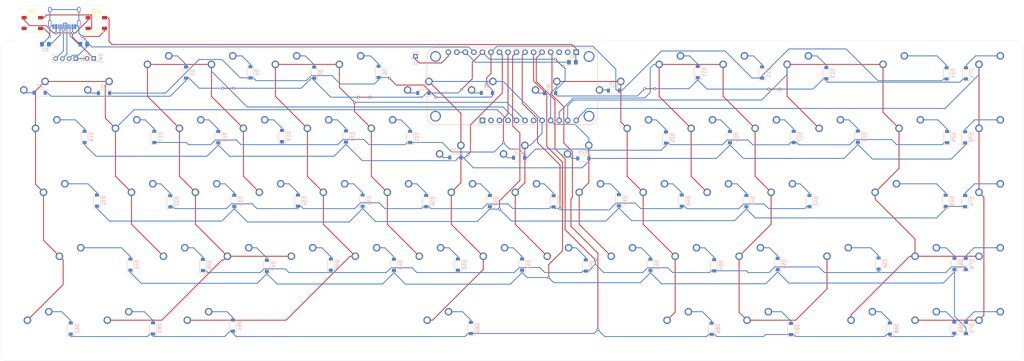
<source format=kicad_pcb>
(kicad_pcb (version 20171130) (host pcbnew 5.1.5)
  (layers (0 F.Cu signal) (31 B.Cu signal) (34 B.Paste user) (35 F.Paste user) (36 B.SilkS user) (37 F.SilkS user) (38 B.Mask user) (39 F.Mask user) (44 Edge.Cuts user))
  (net 0 "")
  (net 1 Row0)
  (net 2 "Net-(D1-Pad2)")
  (net 3 "Net-(D2-Pad2)")
  (net 4 Row1)
  (net 5 "Net-(D3-Pad2)")
  (net 6 "Net-(D4-Pad2)")
  (net 7 "Net-(D5-Pad2)")
  (net 8 "Net-(D6-Pad2)")
  (net 9 "Net-(D7-Pad2)")
  (net 10 "Net-(D8-Pad2)")
  (net 11 "Net-(D9-Pad2)")
  (net 12 "Net-(D10-Pad2)")
  (net 13 "Net-(D11-Pad2)")
  (net 14 "Net-(D12-Pad2)")
  (net 15 "Net-(D13-Pad2)")
  (net 16 "Net-(D14-Pad2)")
  (net 17 "Net-(D15-Pad2)")
  (net 18 Row2)
  (net 19 "Net-(D16-Pad2)")
  (net 20 Row3)
  (net 21 "Net-(D17-Pad2)")
  (net 22 "Net-(D18-Pad2)")
  (net 23 "Net-(D19-Pad2)")
  (net 24 "Net-(D20-Pad2)")
  (net 25 "Net-(D21-Pad2)")
  (net 26 "Net-(D22-Pad2)")
  (net 27 "Net-(D23-Pad2)")
  (net 28 "Net-(D24-Pad2)")
  (net 29 "Net-(D25-Pad2)")
  (net 30 "Net-(D26-Pad2)")
  (net 31 "Net-(D27-Pad2)")
  (net 32 "Net-(D28-Pad2)")
  (net 33 "Net-(D29-Pad2)")
  (net 34 "Net-(D30-Pad2)")
  (net 35 "Net-(D31-Pad2)")
  (net 36 Row4)
  (net 37 Row5)
  (net 38 "Net-(D32-Pad2)")
  (net 39 "Net-(D33-Pad2)")
  (net 40 "Net-(D34-Pad2)")
  (net 41 "Net-(D35-Pad2)")
  (net 42 "Net-(D36-Pad2)")
  (net 43 "Net-(D37-Pad2)")
  (net 44 "Net-(D38-Pad2)")
  (net 45 "Net-(D39-Pad2)")
  (net 46 "Net-(D40-Pad2)")
  (net 47 "Net-(D41-Pad2)")
  (net 48 "Net-(D42-Pad2)")
  (net 49 "Net-(D43-Pad2)")
  (net 50 "Net-(D44-Pad2)")
  (net 51 Row6)
  (net 52 "Net-(D45-Pad2)")
  (net 53 Row7)
  (net 54 "Net-(D46-Pad2)")
  (net 55 "Net-(D47-Pad2)")
  (net 56 "Net-(D48-Pad2)")
  (net 57 "Net-(D49-Pad2)")
  (net 58 "Net-(D50-Pad2)")
  (net 59 "Net-(D51-Pad2)")
  (net 60 "Net-(D52-Pad2)")
  (net 61 "Net-(D53-Pad2)")
  (net 62 "Net-(D54-Pad2)")
  (net 63 "Net-(D55-Pad2)")
  (net 64 "Net-(D56-Pad2)")
  (net 65 "Net-(D57-Pad2)")
  (net 66 "Net-(D58-Pad2)")
  (net 67 "Net-(D59-Pad2)")
  (net 68 +3V3)
  (net 69 "Net-(D60-Pad2)")
  (net 70 LED)
  (net 71 GND)
  (net 72 "Net-(D61-Pad2)")
  (net 73 Row8)
  (net 74 "Net-(D62-Pad2)")
  (net 75 "Net-(D63-Pad2)")
  (net 76 "Net-(D64-Pad2)")
  (net 77 "Net-(D65-Pad2)")
  (net 78 "Net-(D66-Pad2)")
  (net 79 "Net-(D67-Pad2)")
  (net 80 "Net-(D68-Pad2)")
  (net 81 "Net-(D69-Pad2)")
  (net 82 "Net-(J1-Pad1)")
  (net 83 +5V)
  (net 84 D+)
  (net 85 D-)
  (net 86 Col0)
  (net 87 Col1)
  (net 88 Col2)
  (net 89 Col3)
  (net 90 Col4)
  (net 91 Col5)
  (net 92 Col6)
  (net 93 Col7)
  (net 94 "Net-(N1-Pad17)")
  (net 95 "Net-(N1-Pad18)")
  (net 96 "Net-(N1-Pad19)")
  (net 97 "Net-(N1-Pad23)")
  (net 98 "Net-(N1-Pad15)")
  (net 99 "Net-(N1-Pad14)")
  (net 100 "Net-(R2-Pad2)")
  (net 101 "Net-(R3-Pad2)")
  (net 102 "Net-(USB1-Pad9)")
  (net 103 "Net-(USB1-Pad3)")
  (net 104 "Net-(J2-Pad1)")
  (module Type-C:HRO-TYPE-C-31-M-12 (layer B.Cu) (at 117.221 89.662)
    (fp_text reference USB1 (at 0 9.25) (layer B.SilkS) (effects (justify mirror)))
    (fp_text value HRO-TYPE-C-31-M-12)
    (pad 12 smd rect (at 3.225 7.695) (size 0.6 1.45) (layers B.Cu B.Paste B.Mask) (net 71 GND))
    (pad 1 smd rect (at -3.225 7.695) (size 0.6 1.45) (layers B.Cu B.Paste B.Mask) (net 71 GND))
    (pad 11 smd rect (at 2.45 7.695) (size 0.6 1.45) (layers B.Cu B.Paste B.Mask) (net 83 +5V))
    (pad 2 smd rect (at -2.45 7.695) (size 0.6 1.45) (layers B.Cu B.Paste B.Mask) (net 83 +5V))
    (pad 3 smd rect (at -1.75 7.695) (size 0.3 1.45) (layers B.Cu B.Paste B.Mask) (net 103 "Net-(USB1-Pad3)"))
    (pad 10 smd rect (at 1.75 7.695) (size 0.3 1.45) (layers B.Cu B.Paste B.Mask) (net 101 "Net-(R3-Pad2)"))
    (pad 4 smd rect (at -1.25 7.695) (size 0.3 1.45) (layers B.Cu B.Paste B.Mask) (net 100 "Net-(R2-Pad2)"))
    (pad 9 smd rect (at 1.25 7.695) (size 0.3 1.45) (layers B.Cu B.Paste B.Mask) (net 102 "Net-(USB1-Pad9)"))
    (pad 5 smd rect (at -0.75 7.695) (size 0.3 1.45) (layers B.Cu B.Paste B.Mask) (net 85 D-))
    (pad 8 smd rect (at 0.75 7.695) (size 0.3 1.45) (layers B.Cu B.Paste B.Mask) (net 84 D+))
    (pad 7 smd rect (at 0.25 7.695) (size 0.3 1.45) (layers B.Cu B.Paste B.Mask) (net 85 D-))
    (pad 6 smd rect (at -0.25 7.695) (size 0.3 1.45) (layers B.Cu B.Paste B.Mask) (net 84 D+))
    (pad "" np_thru_hole circle (at 2.89 6.25) (size 0.65 0.65) (drill 0.65) (layers *.Cu *.Mask))
    (pad "" np_thru_hole circle (at -2.89 6.25) (size 0.65 0.65) (drill 0.65) (layers *.Cu *.Mask))
    (pad 13 thru_hole oval (at -4.32 6.78) (size 1 2.1) (drill oval 0.6 1.7) (layers *.Cu F.Mask) (net 71 GND))
    (pad 13 thru_hole oval (at 4.32 6.78) (size 1 2.1) (drill oval 0.6 1.7) (layers *.Cu F.Mask) (net 71 GND))
    (pad 13 thru_hole oval (at -4.32 2.6) (size 1 1.6) (drill oval 0.6 1.2) (layers *.Cu F.Mask) (net 71 GND))
    (pad 13 thru_hole oval (at 4.32 2.6) (size 1 1.6) (drill oval 0.6 1.2) (layers *.Cu F.Mask) (net 71 GND))
  )
  (module MX_Only:MXOnly-6.25U-ReversedStabilizers-NoLED (layer F.Cu) (at 229.108 187.325)
    (fp_text reference MX63)
    (fp_text value MX-NoLED)
    (pad "" np_thru_hole circle (at 49.9999 -8.255) (size 3.9878 3.9878) (drill 3.9878) (layers *.Cu *.Mask))
    (pad "" np_thru_hole circle (at -49.9999 -8.255) (size 3.9878 3.9878) (drill 3.9878) (layers *.Cu *.Mask))
    (pad "" np_thru_hole circle (at 49.9999 6.985) (size 3.048 3.048) (drill 3.048) (layers *.Cu *.Mask))
    (pad "" np_thru_hole circle (at -49.9999 6.985) (size 3.048 3.048) (drill 3.048) (layers *.Cu *.Mask))
    (pad "" np_thru_hole circle (at 5.08 0 48.0996) (size 1.75 1.75) (drill 1.75) (layers *.Cu *.Mask))
    (pad "" np_thru_hole circle (at -5.08 0 48.0996) (size 1.75 1.75) (drill 1.75) (layers *.Cu *.Mask))
    (pad 1 thru_hole circle (at -3.81 -2.54) (size 2.25 2.25) (drill 1.47) (layers *.Cu B.Mask) (net 89 Col3))
    (pad "" np_thru_hole circle (at 0 0) (size 3.9878 3.9878) (drill 3.9878) (layers *.Cu *.Mask))
    (pad 2 thru_hole circle (at 2.54 -5.08) (size 2.25 2.25) (drill 1.47) (layers *.Cu B.Mask) (net 77 "Net-(D65-Pad2)"))
  )
  (module MX_Only:MXOnly-1U-NoLED (layer F.Cu) (at 264.8585 168.275)
    (fp_text reference MX52)
    (fp_text value MX-NoLED)
    (pad 2 thru_hole circle (at 2.54 -5.08) (size 2.25 2.25) (drill 1.47) (layers *.Cu B.Mask) (net 60 "Net-(D52-Pad2)"))
    (pad "" np_thru_hole circle (at 0 0) (size 3.9878 3.9878) (drill 3.9878) (layers *.Cu *.Mask))
    (pad 1 thru_hole circle (at -3.81 -2.54) (size 2.25 2.25) (drill 1.47) (layers *.Cu B.Mask) (net 89 Col3))
    (pad "" np_thru_hole circle (at -5.08 0 48.0996) (size 1.75 1.75) (drill 1.75) (layers *.Cu *.Mask))
    (pad "" np_thru_hole circle (at 5.08 0 48.0996) (size 1.75 1.75) (drill 1.75) (layers *.Cu *.Mask))
  )
  (module Diode_SMD:D_SOD-123 (layer B.Cu) (at 109.855 117.0305 180)
    (fp_text reference D1 (at 0 2 180) (layer B.SilkS) (effects (justify mirror)))
    (fp_text value D_Small)
    (pad 1 smd rect (at -1.65 0 180) (size 0.9 1.2) (layers B.Cu B.Paste B.Mask) (net 1 Row0))
    (pad 2 smd rect (at 1.65 0 180) (size 0.9 1.2) (layers B.Cu B.Paste B.Mask) (net 2 "Net-(D1-Pad2)"))
  )
  (module Diode_SMD:D_SOD-123 (layer B.Cu) (at 129.032 117.1575 180)
    (fp_text reference D2 (at 0 2 180) (layer B.SilkS) (effects (justify mirror)))
    (fp_text value D_Small)
    (pad 2 smd rect (at 1.65 0 180) (size 0.9 1.2) (layers B.Cu B.Paste B.Mask) (net 3 "Net-(D2-Pad2)"))
    (pad 1 smd rect (at -1.65 0 180) (size 0.9 1.2) (layers B.Cu B.Paste B.Mask) (net 4 Row1))
  )
  (module Diode_SMD:D_SOD-123 (layer B.Cu) (at 153.4795 110.998 90)
    (fp_text reference D3 (at 0 2 270) (layer B.SilkS) (effects (justify mirror)))
    (fp_text value D_Small)
    (pad 1 smd rect (at -1.65 0 90) (size 0.9 1.2) (layers B.Cu B.Paste B.Mask) (net 1 Row0))
    (pad 2 smd rect (at 1.65 0 90) (size 0.9 1.2) (layers B.Cu B.Paste B.Mask) (net 5 "Net-(D3-Pad2)"))
  )
  (module Diode_SMD:D_SOD-123 (layer B.Cu) (at 172.6565 110.9345 90)
    (fp_text reference D4 (at 0 2 270) (layer B.SilkS) (effects (justify mirror)))
    (fp_text value D_Small)
    (pad 2 smd rect (at 1.65 0 90) (size 0.9 1.2) (layers B.Cu B.Paste B.Mask) (net 6 "Net-(D4-Pad2)"))
    (pad 1 smd rect (at -1.65 0 90) (size 0.9 1.2) (layers B.Cu B.Paste B.Mask) (net 4 Row1))
  )
  (module Diode_SMD:D_SOD-123 (layer B.Cu) (at 191.643 111.0615 90)
    (fp_text reference D5 (at 0 2 270) (layer B.SilkS) (effects (justify mirror)))
    (fp_text value D_Small)
    (pad 1 smd rect (at -1.65 0 90) (size 0.9 1.2) (layers B.Cu B.Paste B.Mask) (net 1 Row0))
    (pad 2 smd rect (at 1.65 0 90) (size 0.9 1.2) (layers B.Cu B.Paste B.Mask) (net 7 "Net-(D5-Pad2)"))
  )
  (module Diode_SMD:D_SOD-123 (layer B.Cu) (at 210.82 110.8075 90)
    (fp_text reference D6 (at 0 2 270) (layer B.SilkS) (effects (justify mirror)))
    (fp_text value D_Small)
    (pad 2 smd rect (at 1.65 0 90) (size 0.9 1.2) (layers B.Cu B.Paste B.Mask) (net 8 "Net-(D6-Pad2)"))
    (pad 1 smd rect (at -1.65 0 90) (size 0.9 1.2) (layers B.Cu B.Paste B.Mask) (net 4 Row1))
  )
  (module Diode_SMD:D_SOD-123 (layer B.Cu) (at 224.155 117.094 180)
    (fp_text reference D7 (at 0 2 180) (layer B.SilkS) (effects (justify mirror)))
    (fp_text value D_Small)
    (pad 1 smd rect (at -1.65 0 180) (size 0.9 1.2) (layers B.Cu B.Paste B.Mask) (net 1 Row0))
    (pad 2 smd rect (at 1.65 0 180) (size 0.9 1.2) (layers B.Cu B.Paste B.Mask) (net 9 "Net-(D7-Pad2)"))
  )
  (module Diode_SMD:D_SOD-123 (layer B.Cu) (at 243.078 117.094 180)
    (fp_text reference D8 (at 0 2 180) (layer B.SilkS) (effects (justify mirror)))
    (fp_text value D_Small)
    (pad 2 smd rect (at 1.65 0 180) (size 0.9 1.2) (layers B.Cu B.Paste B.Mask) (net 10 "Net-(D8-Pad2)"))
    (pad 1 smd rect (at -1.65 0 180) (size 0.9 1.2) (layers B.Cu B.Paste B.Mask) (net 4 Row1))
  )
  (module Diode_SMD:D_SOD-123 (layer B.Cu) (at 261.874 117.1575 180)
    (fp_text reference D9 (at 0 2 180) (layer B.SilkS) (effects (justify mirror)))
    (fp_text value D_Small)
    (pad 1 smd rect (at -1.65 0 180) (size 0.9 1.2) (layers B.Cu B.Paste B.Mask) (net 1 Row0))
    (pad 2 smd rect (at 1.65 0 180) (size 0.9 1.2) (layers B.Cu B.Paste B.Mask) (net 11 "Net-(D9-Pad2)"))
  )
  (module Diode_SMD:D_SOD-123 (layer B.Cu) (at 280.924 116.3955 180)
    (fp_text reference D10 (at 0 2 180) (layer B.SilkS) (effects (justify mirror)))
    (fp_text value D_Small)
    (pad 1 smd rect (at -1.65 0 180) (size 0.9 1.2) (layers B.Cu B.Paste B.Mask) (net 4 Row1))
    (pad 2 smd rect (at 1.65 0 180) (size 0.9 1.2) (layers B.Cu B.Paste B.Mask) (net 12 "Net-(D10-Pad2)"))
  )
  (module Diode_SMD:D_SOD-123 (layer B.Cu) (at 305.8795 110.871 90)
    (fp_text reference D11 (at 0 2 270) (layer B.SilkS) (effects (justify mirror)))
    (fp_text value D_Small)
    (pad 2 smd rect (at 1.65 0 90) (size 0.9 1.2) (layers B.Cu B.Paste B.Mask) (net 13 "Net-(D11-Pad2)"))
    (pad 1 smd rect (at -1.65 0 90) (size 0.9 1.2) (layers B.Cu B.Paste B.Mask) (net 1 Row0))
  )
  (module Diode_SMD:D_SOD-123 (layer B.Cu) (at 325.0565 110.998 90)
    (fp_text reference D12 (at 0 2 270) (layer B.SilkS) (effects (justify mirror)))
    (fp_text value D_Small)
    (pad 1 smd rect (at -1.65 0 90) (size 0.9 1.2) (layers B.Cu B.Paste B.Mask) (net 4 Row1))
    (pad 2 smd rect (at 1.65 0 90) (size 0.9 1.2) (layers B.Cu B.Paste B.Mask) (net 14 "Net-(D12-Pad2)"))
  )
  (module Diode_SMD:D_SOD-123 (layer B.Cu) (at 344.17 111.1885 90)
    (fp_text reference D13 (at 0 2 270) (layer B.SilkS) (effects (justify mirror)))
    (fp_text value D_Small)
    (pad 2 smd rect (at 1.65 0 90) (size 0.9 1.2) (layers B.Cu B.Paste B.Mask) (net 15 "Net-(D13-Pad2)"))
    (pad 1 smd rect (at -1.65 0 90) (size 0.9 1.2) (layers B.Cu B.Paste B.Mask) (net 1 Row0))
  )
  (module Diode_SMD:D_SOD-123 (layer B.Cu) (at 379.984 111.252 90)
    (fp_text reference D14 (at 0 2 270) (layer B.SilkS) (effects (justify mirror)))
    (fp_text value D_Small)
    (pad 2 smd rect (at 1.65 0 90) (size 0.9 1.2) (layers B.Cu B.Paste B.Mask) (net 16 "Net-(D14-Pad2)"))
    (pad 1 smd rect (at -1.65 0 90) (size 0.9 1.2) (layers B.Cu B.Paste B.Mask) (net 4 Row1))
  )
  (module Diode_SMD:D_SOD-123 (layer B.Cu) (at 385.7625 111.252 90)
    (fp_text reference D15 (at 0 2 270) (layer B.SilkS) (effects (justify mirror)))
    (fp_text value D_Small)
    (pad 1 smd rect (at -1.65 0 90) (size 0.9 1.2) (layers B.Cu B.Paste B.Mask) (net 1 Row0))
    (pad 2 smd rect (at 1.65 0 90) (size 0.9 1.2) (layers B.Cu B.Paste B.Mask) (net 17 "Net-(D15-Pad2)"))
  )
  (module Diode_SMD:D_SOD-123 (layer B.Cu) (at 123.2535 130.175 90)
    (fp_text reference D16 (at 0 2 270) (layer B.SilkS) (effects (justify mirror)))
    (fp_text value D_Small)
    (pad 1 smd rect (at -1.65 0 90) (size 0.9 1.2) (layers B.Cu B.Paste B.Mask) (net 18 Row2))
    (pad 2 smd rect (at 1.65 0 90) (size 0.9 1.2) (layers B.Cu B.Paste B.Mask) (net 19 "Net-(D16-Pad2)"))
  )
  (module Diode_SMD:D_SOD-123 (layer B.Cu) (at 144.018 130.175 90)
    (fp_text reference D17 (at 0 2 270) (layer B.SilkS) (effects (justify mirror)))
    (fp_text value D_Small)
    (pad 1 smd rect (at -1.65 0 90) (size 0.9 1.2) (layers B.Cu B.Paste B.Mask) (net 20 Row3))
    (pad 2 smd rect (at 1.65 0 90) (size 0.9 1.2) (layers B.Cu B.Paste B.Mask) (net 21 "Net-(D17-Pad2)"))
  )
  (module Diode_SMD:D_SOD-123 (layer B.Cu) (at 163.068 130.2385 90)
    (fp_text reference D18 (at 0 2 270) (layer B.SilkS) (effects (justify mirror)))
    (fp_text value D_Small)
    (pad 2 smd rect (at 1.65 0 90) (size 0.9 1.2) (layers B.Cu B.Paste B.Mask) (net 22 "Net-(D18-Pad2)"))
    (pad 1 smd rect (at -1.65 0 90) (size 0.9 1.2) (layers B.Cu B.Paste B.Mask) (net 18 Row2))
  )
  (module Diode_SMD:D_SOD-123 (layer B.Cu) (at 182.0545 129.921 90)
    (fp_text reference D19 (at 0 2 270) (layer B.SilkS) (effects (justify mirror)))
    (fp_text value D_Small)
    (pad 2 smd rect (at 1.65 0 90) (size 0.9 1.2) (layers B.Cu B.Paste B.Mask) (net 23 "Net-(D19-Pad2)"))
    (pad 1 smd rect (at -1.65 0 90) (size 0.9 1.2) (layers B.Cu B.Paste B.Mask) (net 20 Row3))
  )
  (module Diode_SMD:D_SOD-123 (layer B.Cu) (at 201.1045 130.048 90)
    (fp_text reference D20 (at 0 2 270) (layer B.SilkS) (effects (justify mirror)))
    (fp_text value D_Small)
    (pad 2 smd rect (at 1.65 0 90) (size 0.9 1.2) (layers B.Cu B.Paste B.Mask) (net 24 "Net-(D20-Pad2)"))
    (pad 1 smd rect (at -1.65 0 90) (size 0.9 1.2) (layers B.Cu B.Paste B.Mask) (net 18 Row2))
  )
  (module Diode_SMD:D_SOD-123 (layer B.Cu) (at 220.218 130.175 90)
    (fp_text reference D21 (at 0 2 270) (layer B.SilkS) (effects (justify mirror)))
    (fp_text value D_Small)
    (pad 1 smd rect (at -1.65 0 90) (size 0.9 1.2) (layers B.Cu B.Paste B.Mask) (net 20 Row3))
    (pad 2 smd rect (at 1.65 0 90) (size 0.9 1.2) (layers B.Cu B.Paste B.Mask) (net 25 "Net-(D21-Pad2)"))
  )
  (module Diode_SMD:D_SOD-123 (layer B.Cu) (at 233.68 136.3345 180)
    (fp_text reference D22 (at 0 2 180) (layer B.SilkS) (effects (justify mirror)))
    (fp_text value D_Small)
    (pad 1 smd rect (at -1.65 0 180) (size 0.9 1.2) (layers B.Cu B.Paste B.Mask) (net 18 Row2))
    (pad 2 smd rect (at 1.65 0 180) (size 0.9 1.2) (layers B.Cu B.Paste B.Mask) (net 26 "Net-(D22-Pad2)"))
  )
  (module Diode_SMD:D_SOD-123 (layer B.Cu) (at 252.6665 136.398 180)
    (fp_text reference D23 (at 0 2 180) (layer B.SilkS) (effects (justify mirror)))
    (fp_text value D_Small)
    (pad 1 smd rect (at -1.65 0 180) (size 0.9 1.2) (layers B.Cu B.Paste B.Mask) (net 20 Row3))
    (pad 2 smd rect (at 1.65 0 180) (size 0.9 1.2) (layers B.Cu B.Paste B.Mask) (net 27 "Net-(D23-Pad2)"))
  )
  (module Diode_SMD:D_SOD-123 (layer B.Cu) (at 271.78 136.5885 180)
    (fp_text reference D24 (at 0 2 180) (layer B.SilkS) (effects (justify mirror)))
    (fp_text value D_Small)
    (pad 2 smd rect (at 1.65 0 180) (size 0.9 1.2) (layers B.Cu B.Paste B.Mask) (net 28 "Net-(D24-Pad2)"))
    (pad 1 smd rect (at -1.65 0 180) (size 0.9 1.2) (layers B.Cu B.Paste B.Mask) (net 18 Row2))
  )
  (module Diode_SMD:D_SOD-123 (layer B.Cu) (at 296.418 130.3655 90)
    (fp_text reference D25 (at 0 2 270) (layer B.SilkS) (effects (justify mirror)))
    (fp_text value D_Small)
    (pad 1 smd rect (at -1.65 0 90) (size 0.9 1.2) (layers B.Cu B.Paste B.Mask) (net 20 Row3))
    (pad 2 smd rect (at 1.65 0 90) (size 0.9 1.2) (layers B.Cu B.Paste B.Mask) (net 29 "Net-(D25-Pad2)"))
  )
  (module Diode_SMD:D_SOD-123 (layer B.Cu) (at 315.468 130.2385 90)
    (fp_text reference D26 (at 0 2 270) (layer B.SilkS) (effects (justify mirror)))
    (fp_text value D_Small)
    (pad 1 smd rect (at -1.65 0 90) (size 0.9 1.2) (layers B.Cu B.Paste B.Mask) (net 18 Row2))
    (pad 2 smd rect (at 1.65 0 90) (size 0.9 1.2) (layers B.Cu B.Paste B.Mask) (net 30 "Net-(D26-Pad2)"))
  )
  (module Diode_SMD:D_SOD-123 (layer B.Cu) (at 334.4545 130.175 90)
    (fp_text reference D27 (at 0 2 270) (layer B.SilkS) (effects (justify mirror)))
    (fp_text value D_Small)
    (pad 2 smd rect (at 1.65 0 90) (size 0.9 1.2) (layers B.Cu B.Paste B.Mask) (net 31 "Net-(D27-Pad2)"))
    (pad 1 smd rect (at -1.65 0 90) (size 0.9 1.2) (layers B.Cu B.Paste B.Mask) (net 20 Row3))
  )
  (module Diode_SMD:D_SOD-123 (layer B.Cu) (at 353.568 130.1115 90)
    (fp_text reference D28 (at 0 2 270) (layer B.SilkS) (effects (justify mirror)))
    (fp_text value D_Small)
    (pad 1 smd rect (at -1.65 0 90) (size 0.9 1.2) (layers B.Cu B.Paste B.Mask) (net 18 Row2))
    (pad 2 smd rect (at 1.65 0 90) (size 0.9 1.2) (layers B.Cu B.Paste B.Mask) (net 32 "Net-(D28-Pad2)"))
  )
  (module Diode_SMD:D_SOD-123 (layer B.Cu) (at 380.1745 130.2385 90)
    (fp_text reference D29 (at 0 2 270) (layer B.SilkS) (effects (justify mirror)))
    (fp_text value D_Small)
    (pad 1 smd rect (at -1.65 0 90) (size 0.9 1.2) (layers B.Cu B.Paste B.Mask) (net 20 Row3))
    (pad 2 smd rect (at 1.65 0 90) (size 0.9 1.2) (layers B.Cu B.Paste B.Mask) (net 33 "Net-(D29-Pad2)"))
  )
  (module Diode_SMD:D_SOD-123 (layer B.Cu) (at 385.5085 130.302 90)
    (fp_text reference D30 (at 0 2 270) (layer B.SilkS) (effects (justify mirror)))
    (fp_text value D_Small)
    (pad 2 smd rect (at 1.65 0 90) (size 0.9 1.2) (layers B.Cu B.Paste B.Mask) (net 34 "Net-(D30-Pad2)"))
    (pad 1 smd rect (at -1.65 0 90) (size 0.9 1.2) (layers B.Cu B.Paste B.Mask) (net 18 Row2))
  )
  (module Diode_SMD:D_SOD-123 (layer B.Cu) (at 126.9365 149.1615 90)
    (fp_text reference D31 (at 0 2 270) (layer B.SilkS) (effects (justify mirror)))
    (fp_text value D_Small)
    (pad 2 smd rect (at 1.65 0 90) (size 0.9 1.2) (layers B.Cu B.Paste B.Mask) (net 35 "Net-(D31-Pad2)"))
    (pad 1 smd rect (at -1.65 0 90) (size 0.9 1.2) (layers B.Cu B.Paste B.Mask) (net 36 Row4))
  )
  (module Diode_SMD:D_SOD-123 (layer B.Cu) (at 148.7805 149.352 90)
    (fp_text reference D32 (at 0 2 270) (layer B.SilkS) (effects (justify mirror)))
    (fp_text value D_Small)
    (pad 1 smd rect (at -1.65 0 90) (size 0.9 1.2) (layers B.Cu B.Paste B.Mask) (net 37 Row5))
    (pad 2 smd rect (at 1.65 0 90) (size 0.9 1.2) (layers B.Cu B.Paste B.Mask) (net 38 "Net-(D32-Pad2)"))
  )
  (module Diode_SMD:D_SOD-123 (layer B.Cu) (at 167.8305 149.225 90)
    (fp_text reference D33 (at 0 2 270) (layer B.SilkS) (effects (justify mirror)))
    (fp_text value D_Small)
    (pad 2 smd rect (at 1.65 0 90) (size 0.9 1.2) (layers B.Cu B.Paste B.Mask) (net 39 "Net-(D33-Pad2)"))
    (pad 1 smd rect (at -1.65 0 90) (size 0.9 1.2) (layers B.Cu B.Paste B.Mask) (net 36 Row4))
  )
  (module Diode_SMD:D_SOD-123 (layer B.Cu) (at 186.817 149.1615 90)
    (fp_text reference D34 (at 0 2 270) (layer B.SilkS) (effects (justify mirror)))
    (fp_text value D_Small)
    (pad 1 smd rect (at -1.65 0 90) (size 0.9 1.2) (layers B.Cu B.Paste B.Mask) (net 37 Row5))
    (pad 2 smd rect (at 1.65 0 90) (size 0.9 1.2) (layers B.Cu B.Paste B.Mask) (net 40 "Net-(D34-Pad2)"))
  )
  (module Diode_SMD:D_SOD-123 (layer B.Cu) (at 206.0575 149.1615 90)
    (fp_text reference D35 (at 0 2 270) (layer B.SilkS) (effects (justify mirror)))
    (fp_text value D_Small)
    (pad 2 smd rect (at 1.65 0 90) (size 0.9 1.2) (layers B.Cu B.Paste B.Mask) (net 41 "Net-(D35-Pad2)"))
    (pad 1 smd rect (at -1.65 0 90) (size 0.9 1.2) (layers B.Cu B.Paste B.Mask) (net 36 Row4))
  )
  (module Diode_SMD:D_SOD-123 (layer B.Cu) (at 224.9805 149.2885 90)
    (fp_text reference D36 (at 0 2 270) (layer B.SilkS) (effects (justify mirror)))
    (fp_text value D_Small)
    (pad 1 smd rect (at -1.65 0 90) (size 0.9 1.2) (layers B.Cu B.Paste B.Mask) (net 37 Row5))
    (pad 2 smd rect (at 1.65 0 90) (size 0.9 1.2) (layers B.Cu B.Paste B.Mask) (net 42 "Net-(D36-Pad2)"))
  )
  (module Diode_SMD:D_SOD-123 (layer B.Cu) (at 243.967 149.2885 90)
    (fp_text reference D37 (at 0 2 270) (layer B.SilkS) (effects (justify mirror)))
    (fp_text value D_Small)
    (pad 2 smd rect (at 1.65 0 90) (size 0.9 1.2) (layers B.Cu B.Paste B.Mask) (net 43 "Net-(D37-Pad2)"))
    (pad 1 smd rect (at -1.65 0 90) (size 0.9 1.2) (layers B.Cu B.Paste B.Mask) (net 36 Row4))
  )
  (module Diode_SMD:D_SOD-123 (layer B.Cu) (at 262.9535 149.352 90)
    (fp_text reference D38 (at 0 2 270) (layer B.SilkS) (effects (justify mirror)))
    (fp_text value D_Small)
    (pad 1 smd rect (at -1.65 0 90) (size 0.9 1.2) (layers B.Cu B.Paste B.Mask) (net 37 Row5))
    (pad 2 smd rect (at 1.65 0 90) (size 0.9 1.2) (layers B.Cu B.Paste B.Mask) (net 44 "Net-(D38-Pad2)"))
  )
  (module Diode_SMD:D_SOD-123 (layer B.Cu) (at 282.3845 149.0345 90)
    (fp_text reference D39 (at 0 2 270) (layer B.SilkS) (effects (justify mirror)))
    (fp_text value D_Small)
    (pad 2 smd rect (at 1.65 0 90) (size 0.9 1.2) (layers B.Cu B.Paste B.Mask) (net 45 "Net-(D39-Pad2)"))
    (pad 1 smd rect (at -1.65 0 90) (size 0.9 1.2) (layers B.Cu B.Paste B.Mask) (net 36 Row4))
  )
  (module Diode_SMD:D_SOD-123 (layer B.Cu) (at 301.117 149.1615 90)
    (fp_text reference D40 (at 0 2 270) (layer B.SilkS) (effects (justify mirror)))
    (fp_text value D_Small)
    (pad 2 smd rect (at 1.65 0 90) (size 0.9 1.2) (layers B.Cu B.Paste B.Mask) (net 46 "Net-(D40-Pad2)"))
    (pad 1 smd rect (at -1.65 0 90) (size 0.9 1.2) (layers B.Cu B.Paste B.Mask) (net 37 Row5))
  )
  (module Diode_SMD:D_SOD-123 (layer B.Cu) (at 320.3575 149.2885 90)
    (fp_text reference D41 (at 0 2 270) (layer B.SilkS) (effects (justify mirror)))
    (fp_text value D_Small)
    (pad 1 smd rect (at -1.65 0 90) (size 0.9 1.2) (layers B.Cu B.Paste B.Mask) (net 36 Row4))
    (pad 2 smd rect (at 1.65 0 90) (size 0.9 1.2) (layers B.Cu B.Paste B.Mask) (net 47 "Net-(D41-Pad2)"))
  )
  (module Diode_SMD:D_SOD-123 (layer B.Cu) (at 339.1535 149.2885 90)
    (fp_text reference D42 (at 0 2 270) (layer B.SilkS) (effects (justify mirror)))
    (fp_text value D_Small)
    (pad 2 smd rect (at 1.65 0 90) (size 0.9 1.2) (layers B.Cu B.Paste B.Mask) (net 48 "Net-(D42-Pad2)"))
    (pad 1 smd rect (at -1.65 0 90) (size 0.9 1.2) (layers B.Cu B.Paste B.Mask) (net 37 Row5))
  )
  (module Diode_SMD:D_SOD-123 (layer B.Cu) (at 379.73 149.225 90)
    (fp_text reference D43 (at 0 2 270) (layer B.SilkS) (effects (justify mirror)))
    (fp_text value D_Small)
    (pad 2 smd rect (at 1.65 0 90) (size 0.9 1.2) (layers B.Cu B.Paste B.Mask) (net 49 "Net-(D43-Pad2)"))
    (pad 1 smd rect (at -1.65 0 90) (size 0.9 1.2) (layers B.Cu B.Paste B.Mask) (net 36 Row4))
  )
  (module Diode_SMD:D_SOD-123 (layer B.Cu) (at 385.5085 149.2885 90)
    (fp_text reference D44 (at 0 2 270) (layer B.SilkS) (effects (justify mirror)))
    (fp_text value D_Small)
    (pad 2 smd rect (at 1.65 0 90) (size 0.9 1.2) (layers B.Cu B.Paste B.Mask) (net 50 "Net-(D44-Pad2)"))
    (pad 1 smd rect (at -1.65 0 90) (size 0.9 1.2) (layers B.Cu B.Paste B.Mask) (net 36 Row4))
  )
  (module Diode_SMD:D_SOD-123 (layer B.Cu) (at 136.906 168.2115 90)
    (fp_text reference D45 (at 0 2 270) (layer B.SilkS) (effects (justify mirror)))
    (fp_text value D_Small)
    (pad 1 smd rect (at -1.65 0 90) (size 0.9 1.2) (layers B.Cu B.Paste B.Mask) (net 51 Row6))
    (pad 2 smd rect (at 1.65 0 90) (size 0.9 1.2) (layers B.Cu B.Paste B.Mask) (net 52 "Net-(D45-Pad2)"))
  )
  (module Diode_SMD:D_SOD-123 (layer B.Cu) (at 158.496 168.3385 90)
    (fp_text reference D46 (at 0 2 270) (layer B.SilkS) (effects (justify mirror)))
    (fp_text value D_Small)
    (pad 1 smd rect (at -1.65 0 90) (size 0.9 1.2) (layers B.Cu B.Paste B.Mask) (net 53 Row7))
    (pad 2 smd rect (at 1.65 0 90) (size 0.9 1.2) (layers B.Cu B.Paste B.Mask) (net 54 "Net-(D46-Pad2)"))
  )
  (module Diode_SMD:D_SOD-123 (layer B.Cu) (at 177.546 168.5925 90)
    (fp_text reference D47 (at 0 2 270) (layer B.SilkS) (effects (justify mirror)))
    (fp_text value D_Small)
    (pad 1 smd rect (at -1.65 0 90) (size 0.9 1.2) (layers B.Cu B.Paste B.Mask) (net 51 Row6))
    (pad 2 smd rect (at 1.65 0 90) (size 0.9 1.2) (layers B.Cu B.Paste B.Mask) (net 55 "Net-(D47-Pad2)"))
  )
  (module Diode_SMD:D_SOD-123 (layer B.Cu) (at 196.596 168.2115 90)
    (fp_text reference D48 (at 0 2 270) (layer B.SilkS) (effects (justify mirror)))
    (fp_text value D_Small)
    (pad 2 smd rect (at 1.65 0 90) (size 0.9 1.2) (layers B.Cu B.Paste B.Mask) (net 56 "Net-(D48-Pad2)"))
    (pad 1 smd rect (at -1.65 0 90) (size 0.9 1.2) (layers B.Cu B.Paste B.Mask) (net 53 Row7))
  )
  (module Diode_SMD:D_SOD-123 (layer B.Cu) (at 215.392 168.275 90)
    (fp_text reference D49 (at 0 2 270) (layer B.SilkS) (effects (justify mirror)))
    (fp_text value D_Small)
    (pad 1 smd rect (at -1.65 0 90) (size 0.9 1.2) (layers B.Cu B.Paste B.Mask) (net 51 Row6))
    (pad 2 smd rect (at 1.65 0 90) (size 0.9 1.2) (layers B.Cu B.Paste B.Mask) (net 57 "Net-(D49-Pad2)"))
  )
  (module Diode_SMD:D_SOD-123 (layer B.Cu) (at 234.442 168.2115 90)
    (fp_text reference D50 (at 0 2 270) (layer B.SilkS) (effects (justify mirror)))
    (fp_text value D_Small)
    (pad 2 smd rect (at 1.65 0 90) (size 0.9 1.2) (layers B.Cu B.Paste B.Mask) (net 58 "Net-(D50-Pad2)"))
    (pad 1 smd rect (at -1.65 0 90) (size 0.9 1.2) (layers B.Cu B.Paste B.Mask) (net 53 Row7))
  )
  (module Diode_SMD:D_SOD-123 (layer B.Cu) (at 253.5555 168.2115 90)
    (fp_text reference D51 (at 0 2 270) (layer B.SilkS) (effects (justify mirror)))
    (fp_text value D_Small)
    (pad 1 smd rect (at -1.65 0 90) (size 0.9 1.2) (layers B.Cu B.Paste B.Mask) (net 51 Row6))
    (pad 2 smd rect (at 1.65 0 90) (size 0.9 1.2) (layers B.Cu B.Paste B.Mask) (net 59 "Net-(D51-Pad2)"))
  )
  (module Diode_SMD:D_SOD-123 (layer B.Cu) (at 272.542 168.4655 90)
    (fp_text reference D52 (at 0 2 270) (layer B.SilkS) (effects (justify mirror)))
    (fp_text value D_Small)
    (pad 2 smd rect (at 1.65 0 90) (size 0.9 1.2) (layers B.Cu B.Paste B.Mask) (net 60 "Net-(D52-Pad2)"))
    (pad 1 smd rect (at -1.65 0 90) (size 0.9 1.2) (layers B.Cu B.Paste B.Mask) (net 53 Row7))
  )
  (module Diode_SMD:D_SOD-123 (layer B.Cu) (at 291.7825 168.275 90)
    (fp_text reference D53 (at 0 2 270) (layer B.SilkS) (effects (justify mirror)))
    (fp_text value D_Small)
    (pad 1 smd rect (at -1.65 0 90) (size 0.9 1.2) (layers B.Cu B.Paste B.Mask) (net 51 Row6))
    (pad 2 smd rect (at 1.65 0 90) (size 0.9 1.2) (layers B.Cu B.Paste B.Mask) (net 61 "Net-(D53-Pad2)"))
  )
  (module Diode_SMD:D_SOD-123 (layer B.Cu) (at 310.769 168.402 90)
    (fp_text reference D54 (at 0 2 270) (layer B.SilkS) (effects (justify mirror)))
    (fp_text value D_Small)
    (pad 1 smd rect (at -1.65 0 90) (size 0.9 1.2) (layers B.Cu B.Paste B.Mask) (net 53 Row7))
    (pad 2 smd rect (at 1.65 0 90) (size 0.9 1.2) (layers B.Cu B.Paste B.Mask) (net 62 "Net-(D54-Pad2)"))
  )
  (module Diode_SMD:D_SOD-123 (layer B.Cu) (at 329.692 168.021 90)
    (fp_text reference D55 (at 0 2 270) (layer B.SilkS) (effects (justify mirror)))
    (fp_text value D_Small)
    (pad 2 smd rect (at 1.65 0 90) (size 0.9 1.2) (layers B.Cu B.Paste B.Mask) (net 63 "Net-(D55-Pad2)"))
    (pad 1 smd rect (at -1.65 0 90) (size 0.9 1.2) (layers B.Cu B.Paste B.Mask) (net 51 Row6))
  )
  (module Diode_SMD:D_SOD-123 (layer B.Cu) (at 359.7275 167.894 90)
    (fp_text reference D56 (at 0 2 270) (layer B.SilkS) (effects (justify mirror)))
    (fp_text value D_Small)
    (pad 1 smd rect (at -1.65 0 90) (size 0.9 1.2) (layers B.Cu B.Paste B.Mask) (net 53 Row7))
    (pad 2 smd rect (at 1.65 0 90) (size 0.9 1.2) (layers B.Cu B.Paste B.Mask) (net 64 "Net-(D56-Pad2)"))
  )
  (module Diode_SMD:D_SOD-123 (layer B.Cu) (at 382.3335 168.021 90)
    (fp_text reference D57 (at 0 2 270) (layer B.SilkS) (effects (justify mirror)))
    (fp_text value D_Small)
    (pad 1 smd rect (at -1.65 0 90) (size 0.9 1.2) (layers B.Cu B.Paste B.Mask) (net 51 Row6))
    (pad 2 smd rect (at 1.65 0 90) (size 0.9 1.2) (layers B.Cu B.Paste B.Mask) (net 65 "Net-(D57-Pad2)"))
  )
  (module Diode_SMD:D_SOD-123 (layer B.Cu) (at 385.699 168.021 90)
    (fp_text reference D58 (at 0 2 270) (layer B.SilkS) (effects (justify mirror)))
    (fp_text value D_Small)
    (pad 2 smd rect (at 1.65 0 90) (size 0.9 1.2) (layers B.Cu B.Paste B.Mask) (net 66 "Net-(D58-Pad2)"))
    (pad 1 smd rect (at -1.65 0 90) (size 0.9 1.2) (layers B.Cu B.Paste B.Mask) (net 53 Row7))
  )
  (module Diode_SMD:D_SOD-123 (layer B.Cu) (at 385.7625 187.071 90)
    (fp_text reference D59 (at 0 2 270) (layer B.SilkS) (effects (justify mirror)))
    (fp_text value D_Small)
    (pad 2 smd rect (at 1.65 0 90) (size 0.9 1.2) (layers B.Cu B.Paste B.Mask) (net 67 "Net-(D59-Pad2)"))
    (pad 1 smd rect (at -1.65 0 90) (size 0.9 1.2) (layers B.Cu B.Paste B.Mask) (net 51 Row6))
  )
  (module LED_SMD:LED_WS2812B_PLCC4_5.0x5.0mm_P3.2mm (layer F.Cu) (at 126.746 96.266)
    (fp_text reference D60 (at 0 -3.5) (layer F.SilkS))
    (fp_text value WS2812B)
    (fp_text user 1 (at 0 -1.4605) (layer F.SilkS))
    (pad 1 smd rect (at -2.45 -1.6) (size 1.5 1) (layers F.Cu F.Paste F.Mask) (net 83 +5V))
    (pad 2 smd rect (at -2.45 1.6) (size 1.5 1) (layers F.Cu F.Paste F.Mask) (net 69 "Net-(D60-Pad2)"))
    (pad 4 smd rect (at 2.45 -1.6) (size 1.5 1) (layers F.Cu F.Paste F.Mask) (net 70 LED))
    (pad 3 smd rect (at 2.45 1.6) (size 1.5 1) (layers F.Cu F.Paste F.Mask) (net 71 GND))
  )
  (module LED_SMD:LED_WS2812B_PLCC4_5.0x5.0mm_P3.2mm (layer F.Cu) (at 107.696 96.266)
    (fp_text reference D61 (at 0 -3.5) (layer F.SilkS))
    (fp_text value WS2812B)
    (fp_text user 1 (at 0.0635 -0.9525) (layer F.SilkS))
    (pad 3 smd rect (at 2.45 1.6) (size 1.5 1) (layers F.Cu F.Paste F.Mask) (net 71 GND))
    (pad 4 smd rect (at 2.45 -1.6) (size 1.5 1) (layers F.Cu F.Paste F.Mask) (net 69 "Net-(D60-Pad2)"))
    (pad 2 smd rect (at -2.45 1.6) (size 1.5 1) (layers F.Cu F.Paste F.Mask) (net 72 "Net-(D61-Pad2)"))
    (pad 1 smd rect (at -2.45 -1.6) (size 1.5 1) (layers F.Cu F.Paste F.Mask) (net 83 +5V))
  )
  (module Diode_SMD:D_SOD-123 (layer B.Cu) (at 119.126 187.2615 90)
    (fp_text reference D62 (at 0 2 270) (layer B.SilkS) (effects (justify mirror)))
    (fp_text value D_Small)
    (pad 1 smd rect (at -1.65 0 90) (size 0.9 1.2) (layers B.Cu B.Paste B.Mask) (net 73 Row8))
    (pad 2 smd rect (at 1.65 0 90) (size 0.9 1.2) (layers B.Cu B.Paste B.Mask) (net 74 "Net-(D62-Pad2)"))
  )
  (module Diode_SMD:D_SOD-123 (layer B.Cu) (at 143.637 187.198 90)
    (fp_text reference D63 (at 0 2 270) (layer B.SilkS) (effects (justify mirror)))
    (fp_text value D_Small)
    (pad 2 smd rect (at 1.65 0 90) (size 0.9 1.2) (layers B.Cu B.Paste B.Mask) (net 75 "Net-(D63-Pad2)"))
    (pad 1 smd rect (at -1.65 0 90) (size 0.9 1.2) (layers B.Cu B.Paste B.Mask) (net 73 Row8))
  )
  (module Diode_SMD:D_SOD-123 (layer B.Cu) (at 167.4495 186.3725 90)
    (fp_text reference D64 (at 0 2 270) (layer B.SilkS) (effects (justify mirror)))
    (fp_text value D_Small)
    (pad 2 smd rect (at 1.65 0 90) (size 0.9 1.2) (layers B.Cu B.Paste B.Mask) (net 76 "Net-(D64-Pad2)"))
    (pad 1 smd rect (at -1.65 0 90) (size 0.9 1.2) (layers B.Cu B.Paste B.Mask) (net 73 Row8))
  )
  (module Diode_SMD:D_SOD-123 (layer B.Cu) (at 238.3155 187.071 90)
    (fp_text reference D65 (at 0 2 270) (layer B.SilkS) (effects (justify mirror)))
    (fp_text value D_Small)
    (pad 1 smd rect (at -1.65 0 90) (size 0.9 1.2) (layers B.Cu B.Paste B.Mask) (net 73 Row8))
    (pad 2 smd rect (at 1.65 0 90) (size 0.9 1.2) (layers B.Cu B.Paste B.Mask) (net 77 "Net-(D65-Pad2)"))
  )
  (module Diode_SMD:D_SOD-123 (layer B.Cu) (at 310.007 187.325 90)
    (fp_text reference D66 (at 0 2 270) (layer B.SilkS) (effects (justify mirror)))
    (fp_text value D_Small)
    (pad 2 smd rect (at 1.65 0 90) (size 0.9 1.2) (layers B.Cu B.Paste B.Mask) (net 78 "Net-(D66-Pad2)"))
    (pad 1 smd rect (at -1.65 0 90) (size 0.9 1.2) (layers B.Cu B.Paste B.Mask) (net 73 Row8))
  )
  (module Diode_SMD:D_SOD-123 (layer B.Cu) (at 333.629 187.3885 90)
    (fp_text reference D67 (at 0 2 270) (layer B.SilkS) (effects (justify mirror)))
    (fp_text value D_Small)
    (pad 2 smd rect (at 1.65 0 90) (size 0.9 1.2) (layers B.Cu B.Paste B.Mask) (net 79 "Net-(D67-Pad2)"))
    (pad 1 smd rect (at -1.65 0 90) (size 0.9 1.2) (layers B.Cu B.Paste B.Mask) (net 73 Row8))
  )
  (module Diode_SMD:D_SOD-123 (layer B.Cu) (at 363.093 187.2615 90)
    (fp_text reference D68 (at 0 2 270) (layer B.SilkS) (effects (justify mirror)))
    (fp_text value D_Small)
    (pad 1 smd rect (at -1.65 0 90) (size 0.9 1.2) (layers B.Cu B.Paste B.Mask) (net 73 Row8))
    (pad 2 smd rect (at 1.65 0 90) (size 0.9 1.2) (layers B.Cu B.Paste B.Mask) (net 80 "Net-(D68-Pad2)"))
  )
  (module Diode_SMD:D_SOD-123 (layer B.Cu) (at 382.27 187.0075 90)
    (fp_text reference D69 (at 0 2 270) (layer B.SilkS) (effects (justify mirror)))
    (fp_text value D_Small)
    (pad 2 smd rect (at 1.65 0 90) (size 0.9 1.2) (layers B.Cu B.Paste B.Mask) (net 81 "Net-(D69-Pad2)"))
    (pad 1 smd rect (at -1.65 0 90) (size 0.9 1.2) (layers B.Cu B.Paste B.Mask) (net 73 Row8))
  )
  (module Connector_PinHeader_2.00mm:PinHeader_1x01_P2.00mm_Vertical (layer B.Cu) (at 221.8055 106.172)
    (fp_text reference J1 (at 0 2.06) (layer B.SilkS) (effects (justify mirror)))
    (fp_text value Conn_01x01)
    (pad 1 thru_hole rect (at 0 0) (size 1.35 1.35) (drill 0.8) (layers *.Cu *.Mask) (net 82 "Net-(J1-Pad1)"))
  )
  (module Connector_PinHeader_2.00mm:PinHeader_1x04_P2.00mm_Vertical (layer B.Cu) (at 120.65 106.8705 90)
    (fp_text reference J2 (at 0 2.06 90) (layer B.SilkS) (effects (justify mirror)))
    (fp_text value Conn_01x04)
    (pad 1 thru_hole rect (at 0 0 90) (size 1.35 1.35) (drill 0.8) (layers *.Cu *.Mask) (net 104 "Net-(J2-Pad1)"))
    (pad 2 thru_hole oval (at 0 -2 90) (size 1.35 1.35) (drill 0.8) (layers *.Cu *.Mask) (net 71 GND))
    (pad 3 thru_hole oval (at 0 -4 90) (size 1.35 1.35) (drill 0.8) (layers *.Cu *.Mask) (net 84 D+))
    (pad 4 thru_hole oval (at 0 -6 90) (size 1.35 1.35) (drill 0.8) (layers *.Cu *.Mask) (net 85 D-))
  )
  (module MX_Only:MXOnly-1U-NoLED (layer F.Cu) (at 107.696 111.125 180)
    (fp_text reference MX1)
    (fp_text value MX-NoLED)
    (pad "" np_thru_hole circle (at 5.08 0 228.0996) (size 1.75 1.75) (drill 1.75) (layers *.Cu *.Mask))
    (pad "" np_thru_hole circle (at -5.08 0 228.0996) (size 1.75 1.75) (drill 1.75) (layers *.Cu *.Mask))
    (pad 1 thru_hole circle (at -3.81 -2.54 180) (size 2.25 2.25) (drill 1.47) (layers *.Cu B.Mask) (net 86 Col0))
    (pad "" np_thru_hole circle (at 0 0 180) (size 3.9878 3.9878) (drill 3.9878) (layers *.Cu *.Mask))
    (pad 2 thru_hole circle (at 2.54 -5.08 180) (size 2.25 2.25) (drill 1.47) (layers *.Cu B.Mask) (net 2 "Net-(D1-Pad2)"))
  )
  (module MX_Only:MXOnly-1U-NoLED (layer F.Cu) (at 126.746 111.125 180)
    (fp_text reference MX2)
    (fp_text value MX-NoLED)
    (pad 2 thru_hole circle (at 2.54 -5.08 180) (size 2.25 2.25) (drill 1.47) (layers *.Cu B.Mask) (net 3 "Net-(D2-Pad2)"))
    (pad "" np_thru_hole circle (at 0 0 180) (size 3.9878 3.9878) (drill 3.9878) (layers *.Cu *.Mask))
    (pad 1 thru_hole circle (at -3.81 -2.54 180) (size 2.25 2.25) (drill 1.47) (layers *.Cu B.Mask) (net 86 Col0))
    (pad "" np_thru_hole circle (at -5.08 0 228.0996) (size 1.75 1.75) (drill 1.75) (layers *.Cu *.Mask))
    (pad "" np_thru_hole circle (at 5.08 0 228.0996) (size 1.75 1.75) (drill 1.75) (layers *.Cu *.Mask))
  )
  (module MX_Only:MXOnly-1U-NoLED (layer F.Cu) (at 145.796 111.125)
    (fp_text reference MX3)
    (fp_text value MX-NoLED)
    (pad "" np_thru_hole circle (at 5.08 0 48.0996) (size 1.75 1.75) (drill 1.75) (layers *.Cu *.Mask))
    (pad "" np_thru_hole circle (at -5.08 0 48.0996) (size 1.75 1.75) (drill 1.75) (layers *.Cu *.Mask))
    (pad 1 thru_hole circle (at -3.81 -2.54) (size 2.25 2.25) (drill 1.47) (layers *.Cu B.Mask) (net 87 Col1))
    (pad "" np_thru_hole circle (at 0 0) (size 3.9878 3.9878) (drill 3.9878) (layers *.Cu *.Mask))
    (pad 2 thru_hole circle (at 2.54 -5.08) (size 2.25 2.25) (drill 1.47) (layers *.Cu B.Mask) (net 5 "Net-(D3-Pad2)"))
  )
  (module MX_Only:MXOnly-1U-NoLED (layer F.Cu) (at 164.846 111.125)
    (fp_text reference MX4)
    (fp_text value MX-NoLED)
    (pad 2 thru_hole circle (at 2.54 -5.08) (size 2.25 2.25) (drill 1.47) (layers *.Cu B.Mask) (net 6 "Net-(D4-Pad2)"))
    (pad "" np_thru_hole circle (at 0 0) (size 3.9878 3.9878) (drill 3.9878) (layers *.Cu *.Mask))
    (pad 1 thru_hole circle (at -3.81 -2.54) (size 2.25 2.25) (drill 1.47) (layers *.Cu B.Mask) (net 87 Col1))
    (pad "" np_thru_hole circle (at -5.08 0 48.0996) (size 1.75 1.75) (drill 1.75) (layers *.Cu *.Mask))
    (pad "" np_thru_hole circle (at 5.08 0 48.0996) (size 1.75 1.75) (drill 1.75) (layers *.Cu *.Mask))
  )
  (module MX_Only:MXOnly-1U-NoLED (layer F.Cu) (at 183.896 111.125)
    (fp_text reference MX5)
    (fp_text value MX-NoLED)
    (pad "" np_thru_hole circle (at 5.08 0 48.0996) (size 1.75 1.75) (drill 1.75) (layers *.Cu *.Mask))
    (pad "" np_thru_hole circle (at -5.08 0 48.0996) (size 1.75 1.75) (drill 1.75) (layers *.Cu *.Mask))
    (pad 1 thru_hole circle (at -3.81 -2.54) (size 2.25 2.25) (drill 1.47) (layers *.Cu B.Mask) (net 88 Col2))
    (pad "" np_thru_hole circle (at 0 0) (size 3.9878 3.9878) (drill 3.9878) (layers *.Cu *.Mask))
    (pad 2 thru_hole circle (at 2.54 -5.08) (size 2.25 2.25) (drill 1.47) (layers *.Cu B.Mask) (net 7 "Net-(D5-Pad2)"))
  )
  (module MX_Only:MXOnly-1U-NoLED (layer F.Cu) (at 202.946 111.125)
    (fp_text reference MX6)
    (fp_text value MX-NoLED)
    (pad 2 thru_hole circle (at 2.54 -5.08) (size 2.25 2.25) (drill 1.47) (layers *.Cu B.Mask) (net 8 "Net-(D6-Pad2)"))
    (pad "" np_thru_hole circle (at 0 0) (size 3.9878 3.9878) (drill 3.9878) (layers *.Cu *.Mask))
    (pad 1 thru_hole circle (at -3.81 -2.54) (size 2.25 2.25) (drill 1.47) (layers *.Cu B.Mask) (net 88 Col2))
    (pad "" np_thru_hole circle (at -5.08 0 48.0996) (size 1.75 1.75) (drill 1.75) (layers *.Cu *.Mask))
    (pad "" np_thru_hole circle (at 5.08 0 48.0996) (size 1.75 1.75) (drill 1.75) (layers *.Cu *.Mask))
  )
  (module MX_Only:MXOnly-1U-NoLED (layer F.Cu) (at 221.996 111.125 180)
    (fp_text reference MX7)
    (fp_text value MX-NoLED)
    (pad "" np_thru_hole circle (at 5.08 0 228.0996) (size 1.75 1.75) (drill 1.75) (layers *.Cu *.Mask))
    (pad "" np_thru_hole circle (at -5.08 0 228.0996) (size 1.75 1.75) (drill 1.75) (layers *.Cu *.Mask))
    (pad 1 thru_hole circle (at -3.81 -2.54 180) (size 2.25 2.25) (drill 1.47) (layers *.Cu B.Mask) (net 89 Col3))
    (pad "" np_thru_hole circle (at 0 0 180) (size 3.9878 3.9878) (drill 3.9878) (layers *.Cu *.Mask))
    (pad 2 thru_hole circle (at 2.54 -5.08 180) (size 2.25 2.25) (drill 1.47) (layers *.Cu B.Mask) (net 9 "Net-(D7-Pad2)"))
  )
  (module MX_Only:MXOnly-1U-NoLED (layer F.Cu) (at 241.046 111.125 180)
    (fp_text reference MX8)
    (fp_text value MX-NoLED)
    (pad 2 thru_hole circle (at 2.54 -5.08 180) (size 2.25 2.25) (drill 1.47) (layers *.Cu B.Mask) (net 10 "Net-(D8-Pad2)"))
    (pad "" np_thru_hole circle (at 0 0 180) (size 3.9878 3.9878) (drill 3.9878) (layers *.Cu *.Mask))
    (pad 1 thru_hole circle (at -3.81 -2.54 180) (size 2.25 2.25) (drill 1.47) (layers *.Cu B.Mask) (net 89 Col3))
    (pad "" np_thru_hole circle (at -5.08 0 228.0996) (size 1.75 1.75) (drill 1.75) (layers *.Cu *.Mask))
    (pad "" np_thru_hole circle (at 5.08 0 228.0996) (size 1.75 1.75) (drill 1.75) (layers *.Cu *.Mask))
  )
  (module MX_Only:MXOnly-1U-NoLED (layer F.Cu) (at 260.096 111.125 180)
    (fp_text reference MX9)
    (fp_text value MX-NoLED)
    (pad "" np_thru_hole circle (at 5.08 0 228.0996) (size 1.75 1.75) (drill 1.75) (layers *.Cu *.Mask))
    (pad "" np_thru_hole circle (at -5.08 0 228.0996) (size 1.75 1.75) (drill 1.75) (layers *.Cu *.Mask))
    (pad 1 thru_hole circle (at -3.81 -2.54 180) (size 2.25 2.25) (drill 1.47) (layers *.Cu B.Mask) (net 90 Col4))
    (pad "" np_thru_hole circle (at 0 0 180) (size 3.9878 3.9878) (drill 3.9878) (layers *.Cu *.Mask))
    (pad 2 thru_hole circle (at 2.54 -5.08 180) (size 2.25 2.25) (drill 1.47) (layers *.Cu B.Mask) (net 11 "Net-(D9-Pad2)"))
  )
  (module MX_Only:MXOnly-1U-NoLED (layer F.Cu) (at 279.146 111.125 180)
    (fp_text reference MX10)
    (fp_text value MX-NoLED)
    (pad 2 thru_hole circle (at 2.54 -5.08 180) (size 2.25 2.25) (drill 1.47) (layers *.Cu B.Mask) (net 12 "Net-(D10-Pad2)"))
    (pad "" np_thru_hole circle (at 0 0 180) (size 3.9878 3.9878) (drill 3.9878) (layers *.Cu *.Mask))
    (pad 1 thru_hole circle (at -3.81 -2.54 180) (size 2.25 2.25) (drill 1.47) (layers *.Cu B.Mask) (net 90 Col4))
    (pad "" np_thru_hole circle (at -5.08 0 228.0996) (size 1.75 1.75) (drill 1.75) (layers *.Cu *.Mask))
    (pad "" np_thru_hole circle (at 5.08 0 228.0996) (size 1.75 1.75) (drill 1.75) (layers *.Cu *.Mask))
  )
  (module MX_Only:MXOnly-1U-NoLED (layer F.Cu) (at 298.196 111.125)
    (fp_text reference MX11)
    (fp_text value MX-NoLED)
    (pad "" np_thru_hole circle (at 5.08 0 48.0996) (size 1.75 1.75) (drill 1.75) (layers *.Cu *.Mask))
    (pad "" np_thru_hole circle (at -5.08 0 48.0996) (size 1.75 1.75) (drill 1.75) (layers *.Cu *.Mask))
    (pad 1 thru_hole circle (at -3.81 -2.54) (size 2.25 2.25) (drill 1.47) (layers *.Cu B.Mask) (net 91 Col5))
    (pad "" np_thru_hole circle (at 0 0) (size 3.9878 3.9878) (drill 3.9878) (layers *.Cu *.Mask))
    (pad 2 thru_hole circle (at 2.54 -5.08) (size 2.25 2.25) (drill 1.47) (layers *.Cu B.Mask) (net 13 "Net-(D11-Pad2)"))
  )
  (module MX_Only:MXOnly-1U-NoLED (layer F.Cu) (at 317.246 111.125)
    (fp_text reference MX12)
    (fp_text value MX-NoLED)
    (pad 2 thru_hole circle (at 2.54 -5.08) (size 2.25 2.25) (drill 1.47) (layers *.Cu B.Mask) (net 14 "Net-(D12-Pad2)"))
    (pad "" np_thru_hole circle (at 0 0) (size 3.9878 3.9878) (drill 3.9878) (layers *.Cu *.Mask))
    (pad 1 thru_hole circle (at -3.81 -2.54) (size 2.25 2.25) (drill 1.47) (layers *.Cu B.Mask) (net 91 Col5))
    (pad "" np_thru_hole circle (at -5.08 0 48.0996) (size 1.75 1.75) (drill 1.75) (layers *.Cu *.Mask))
    (pad "" np_thru_hole circle (at 5.08 0 48.0996) (size 1.75 1.75) (drill 1.75) (layers *.Cu *.Mask))
  )
  (module MX_Only:MXOnly-1U-NoLED (layer F.Cu) (at 336.296 111.125)
    (fp_text reference MX13)
    (fp_text value MX-NoLED)
    (pad 2 thru_hole circle (at 2.54 -5.08) (size 2.25 2.25) (drill 1.47) (layers *.Cu B.Mask) (net 15 "Net-(D13-Pad2)"))
    (pad "" np_thru_hole circle (at 0 0) (size 3.9878 3.9878) (drill 3.9878) (layers *.Cu *.Mask))
    (pad 1 thru_hole circle (at -3.81 -2.54) (size 2.25 2.25) (drill 1.47) (layers *.Cu B.Mask) (net 92 Col6))
    (pad "" np_thru_hole circle (at -5.08 0 48.0996) (size 1.75 1.75) (drill 1.75) (layers *.Cu *.Mask))
    (pad "" np_thru_hole circle (at 5.08 0 48.0996) (size 1.75 1.75) (drill 1.75) (layers *.Cu *.Mask))
  )
  (module MX_Only:MXOnly-1U-NoLED (layer F.Cu) (at 393.446 111.125)
    (fp_text reference MX15)
    (fp_text value MX-NoLED)
    (pad "" np_thru_hole circle (at 5.08 0 48.0996) (size 1.75 1.75) (drill 1.75) (layers *.Cu *.Mask))
    (pad "" np_thru_hole circle (at -5.08 0 48.0996) (size 1.75 1.75) (drill 1.75) (layers *.Cu *.Mask))
    (pad 1 thru_hole circle (at -3.81 -2.54) (size 2.25 2.25) (drill 1.47) (layers *.Cu B.Mask) (net 93 Col7))
    (pad "" np_thru_hole circle (at 0 0) (size 3.9878 3.9878) (drill 3.9878) (layers *.Cu *.Mask))
    (pad 2 thru_hole circle (at 2.54 -5.08) (size 2.25 2.25) (drill 1.47) (layers *.Cu B.Mask) (net 17 "Net-(D15-Pad2)"))
  )
  (module MX_Only:MXOnly-1.5U-NoLED (layer F.Cu) (at 112.4585 130.175)
    (fp_text reference MX16)
    (fp_text value MX-NoLED)
    (pad "" np_thru_hole circle (at 5.08 0 48.0996) (size 1.75 1.75) (drill 1.75) (layers *.Cu *.Mask))
    (pad "" np_thru_hole circle (at -5.08 0 48.0996) (size 1.75 1.75) (drill 1.75) (layers *.Cu *.Mask))
    (pad 1 thru_hole circle (at -3.81 -2.54) (size 2.25 2.25) (drill 1.47) (layers *.Cu B.Mask) (net 86 Col0))
    (pad "" np_thru_hole circle (at 0 0) (size 3.9878 3.9878) (drill 3.9878) (layers *.Cu *.Mask))
    (pad 2 thru_hole circle (at 2.54 -5.08) (size 2.25 2.25) (drill 1.47) (layers *.Cu B.Mask) (net 19 "Net-(D16-Pad2)"))
  )
  (module MX_Only:MXOnly-1U-NoLED (layer F.Cu) (at 136.271 130.175)
    (fp_text reference MX17)
    (fp_text value MX-NoLED)
    (pad 2 thru_hole circle (at 2.54 -5.08) (size 2.25 2.25) (drill 1.47) (layers *.Cu B.Mask) (net 21 "Net-(D17-Pad2)"))
    (pad "" np_thru_hole circle (at 0 0) (size 3.9878 3.9878) (drill 3.9878) (layers *.Cu *.Mask))
    (pad 1 thru_hole circle (at -3.81 -2.54) (size 2.25 2.25) (drill 1.47) (layers *.Cu B.Mask) (net 86 Col0))
    (pad "" np_thru_hole circle (at -5.08 0 48.0996) (size 1.75 1.75) (drill 1.75) (layers *.Cu *.Mask))
    (pad "" np_thru_hole circle (at 5.08 0 48.0996) (size 1.75 1.75) (drill 1.75) (layers *.Cu *.Mask))
  )
  (module MX_Only:MXOnly-1U-NoLED (layer F.Cu) (at 155.321 130.175)
    (fp_text reference MX18)
    (fp_text value MX-NoLED)
    (pad "" np_thru_hole circle (at 5.08 0 48.0996) (size 1.75 1.75) (drill 1.75) (layers *.Cu *.Mask))
    (pad "" np_thru_hole circle (at -5.08 0 48.0996) (size 1.75 1.75) (drill 1.75) (layers *.Cu *.Mask))
    (pad 1 thru_hole circle (at -3.81 -2.54) (size 2.25 2.25) (drill 1.47) (layers *.Cu B.Mask) (net 87 Col1))
    (pad "" np_thru_hole circle (at 0 0) (size 3.9878 3.9878) (drill 3.9878) (layers *.Cu *.Mask))
    (pad 2 thru_hole circle (at 2.54 -5.08) (size 2.25 2.25) (drill 1.47) (layers *.Cu B.Mask) (net 22 "Net-(D18-Pad2)"))
  )
  (module MX_Only:MXOnly-1U-NoLED (layer F.Cu) (at 174.371 130.175)
    (fp_text reference MX19)
    (fp_text value MX-NoLED)
    (pad 2 thru_hole circle (at 2.54 -5.08) (size 2.25 2.25) (drill 1.47) (layers *.Cu B.Mask) (net 23 "Net-(D19-Pad2)"))
    (pad "" np_thru_hole circle (at 0 0) (size 3.9878 3.9878) (drill 3.9878) (layers *.Cu *.Mask))
    (pad 1 thru_hole circle (at -3.81 -2.54) (size 2.25 2.25) (drill 1.47) (layers *.Cu B.Mask) (net 87 Col1))
    (pad "" np_thru_hole circle (at -5.08 0 48.0996) (size 1.75 1.75) (drill 1.75) (layers *.Cu *.Mask))
    (pad "" np_thru_hole circle (at 5.08 0 48.0996) (size 1.75 1.75) (drill 1.75) (layers *.Cu *.Mask))
  )
  (module MX_Only:MXOnly-1U-NoLED (layer F.Cu) (at 193.421 130.175)
    (fp_text reference MX20)
    (fp_text value MX-NoLED)
    (pad "" np_thru_hole circle (at 5.08 0 48.0996) (size 1.75 1.75) (drill 1.75) (layers *.Cu *.Mask))
    (pad "" np_thru_hole circle (at -5.08 0 48.0996) (size 1.75 1.75) (drill 1.75) (layers *.Cu *.Mask))
    (pad 1 thru_hole circle (at -3.81 -2.54) (size 2.25 2.25) (drill 1.47) (layers *.Cu B.Mask) (net 88 Col2))
    (pad "" np_thru_hole circle (at 0 0) (size 3.9878 3.9878) (drill 3.9878) (layers *.Cu *.Mask))
    (pad 2 thru_hole circle (at 2.54 -5.08) (size 2.25 2.25) (drill 1.47) (layers *.Cu B.Mask) (net 24 "Net-(D20-Pad2)"))
  )
  (module MX_Only:MXOnly-1U-NoLED (layer F.Cu) (at 212.471 130.175)
    (fp_text reference MX21)
    (fp_text value MX-NoLED)
    (pad 2 thru_hole circle (at 2.54 -5.08) (size 2.25 2.25) (drill 1.47) (layers *.Cu B.Mask) (net 25 "Net-(D21-Pad2)"))
    (pad "" np_thru_hole circle (at 0 0) (size 3.9878 3.9878) (drill 3.9878) (layers *.Cu *.Mask))
    (pad 1 thru_hole circle (at -3.81 -2.54) (size 2.25 2.25) (drill 1.47) (layers *.Cu B.Mask) (net 88 Col2))
    (pad "" np_thru_hole circle (at -5.08 0 48.0996) (size 1.75 1.75) (drill 1.75) (layers *.Cu *.Mask))
    (pad "" np_thru_hole circle (at 5.08 0 48.0996) (size 1.75 1.75) (drill 1.75) (layers *.Cu *.Mask))
  )
  (module MX_Only:MXOnly-1U-NoLED (layer F.Cu) (at 231.521 130.175 180)
    (fp_text reference MX22)
    (fp_text value MX-NoLED)
    (pad 2 thru_hole circle (at 2.54 -5.08 180) (size 2.25 2.25) (drill 1.47) (layers *.Cu B.Mask) (net 26 "Net-(D22-Pad2)"))
    (pad "" np_thru_hole circle (at 0 0 180) (size 3.9878 3.9878) (drill 3.9878) (layers *.Cu *.Mask))
    (pad 1 thru_hole circle (at -3.81 -2.54 180) (size 2.25 2.25) (drill 1.47) (layers *.Cu B.Mask) (net 89 Col3))
    (pad "" np_thru_hole circle (at -5.08 0 228.0996) (size 1.75 1.75) (drill 1.75) (layers *.Cu *.Mask))
    (pad "" np_thru_hole circle (at 5.08 0 228.0996) (size 1.75 1.75) (drill 1.75) (layers *.Cu *.Mask))
  )
  (module MX_Only:MXOnly-1U-NoLED (layer F.Cu) (at 250.571 130.175 180)
    (fp_text reference MX23)
    (fp_text value MX-NoLED)
    (pad 2 thru_hole circle (at 2.54 -5.08 180) (size 2.25 2.25) (drill 1.47) (layers *.Cu B.Mask) (net 27 "Net-(D23-Pad2)"))
    (pad "" np_thru_hole circle (at 0 0 180) (size 3.9878 3.9878) (drill 3.9878) (layers *.Cu *.Mask))
    (pad 1 thru_hole circle (at -3.81 -2.54 180) (size 2.25 2.25) (drill 1.47) (layers *.Cu B.Mask) (net 89 Col3))
    (pad "" np_thru_hole circle (at -5.08 0 228.0996) (size 1.75 1.75) (drill 1.75) (layers *.Cu *.Mask))
    (pad "" np_thru_hole circle (at 5.08 0 228.0996) (size 1.75 1.75) (drill 1.75) (layers *.Cu *.Mask))
  )
  (module MX_Only:MXOnly-1U-NoLED (layer F.Cu) (at 269.621 130.175 180)
    (fp_text reference MX24)
    (fp_text value MX-NoLED)
    (pad "" np_thru_hole circle (at 5.08 0 228.0996) (size 1.75 1.75) (drill 1.75) (layers *.Cu *.Mask))
    (pad "" np_thru_hole circle (at -5.08 0 228.0996) (size 1.75 1.75) (drill 1.75) (layers *.Cu *.Mask))
    (pad 1 thru_hole circle (at -3.81 -2.54 180) (size 2.25 2.25) (drill 1.47) (layers *.Cu B.Mask) (net 90 Col4))
    (pad "" np_thru_hole circle (at 0 0 180) (size 3.9878 3.9878) (drill 3.9878) (layers *.Cu *.Mask))
    (pad 2 thru_hole circle (at 2.54 -5.08 180) (size 2.25 2.25) (drill 1.47) (layers *.Cu B.Mask) (net 28 "Net-(D24-Pad2)"))
  )
  (module MX_Only:MXOnly-1U-NoLED (layer F.Cu) (at 288.671 130.175)
    (fp_text reference MX25)
    (fp_text value MX-NoLED)
    (pad 2 thru_hole circle (at 2.54 -5.08) (size 2.25 2.25) (drill 1.47) (layers *.Cu B.Mask) (net 29 "Net-(D25-Pad2)"))
    (pad "" np_thru_hole circle (at 0 0) (size 3.9878 3.9878) (drill 3.9878) (layers *.Cu *.Mask))
    (pad 1 thru_hole circle (at -3.81 -2.54) (size 2.25 2.25) (drill 1.47) (layers *.Cu B.Mask) (net 90 Col4))
    (pad "" np_thru_hole circle (at -5.08 0 48.0996) (size 1.75 1.75) (drill 1.75) (layers *.Cu *.Mask))
    (pad "" np_thru_hole circle (at 5.08 0 48.0996) (size 1.75 1.75) (drill 1.75) (layers *.Cu *.Mask))
  )
  (module MX_Only:MXOnly-1U-NoLED (layer F.Cu) (at 307.721 130.175)
    (fp_text reference MX26)
    (fp_text value MX-NoLED)
    (pad "" np_thru_hole circle (at 5.08 0 48.0996) (size 1.75 1.75) (drill 1.75) (layers *.Cu *.Mask))
    (pad "" np_thru_hole circle (at -5.08 0 48.0996) (size 1.75 1.75) (drill 1.75) (layers *.Cu *.Mask))
    (pad 1 thru_hole circle (at -3.81 -2.54) (size 2.25 2.25) (drill 1.47) (layers *.Cu B.Mask) (net 91 Col5))
    (pad "" np_thru_hole circle (at 0 0) (size 3.9878 3.9878) (drill 3.9878) (layers *.Cu *.Mask))
    (pad 2 thru_hole circle (at 2.54 -5.08) (size 2.25 2.25) (drill 1.47) (layers *.Cu B.Mask) (net 30 "Net-(D26-Pad2)"))
  )
  (module MX_Only:MXOnly-1U-NoLED (layer F.Cu) (at 326.771 130.175)
    (fp_text reference MX27)
    (fp_text value MX-NoLED)
    (pad "" np_thru_hole circle (at 5.08 0 48.0996) (size 1.75 1.75) (drill 1.75) (layers *.Cu *.Mask))
    (pad "" np_thru_hole circle (at -5.08 0 48.0996) (size 1.75 1.75) (drill 1.75) (layers *.Cu *.Mask))
    (pad 1 thru_hole circle (at -3.81 -2.54) (size 2.25 2.25) (drill 1.47) (layers *.Cu B.Mask) (net 91 Col5))
    (pad "" np_thru_hole circle (at 0 0) (size 3.9878 3.9878) (drill 3.9878) (layers *.Cu *.Mask))
    (pad 2 thru_hole circle (at 2.54 -5.08) (size 2.25 2.25) (drill 1.47) (layers *.Cu B.Mask) (net 31 "Net-(D27-Pad2)"))
  )
  (module MX_Only:MXOnly-1U-NoLED (layer F.Cu) (at 345.821 130.175)
    (fp_text reference MX28)
    (fp_text value MX-NoLED)
    (pad 2 thru_hole circle (at 2.54 -5.08) (size 2.25 2.25) (drill 1.47) (layers *.Cu B.Mask) (net 32 "Net-(D28-Pad2)"))
    (pad "" np_thru_hole circle (at 0 0) (size 3.9878 3.9878) (drill 3.9878) (layers *.Cu *.Mask))
    (pad 1 thru_hole circle (at -3.81 -2.54) (size 2.25 2.25) (drill 1.47) (layers *.Cu B.Mask) (net 92 Col6))
    (pad "" np_thru_hole circle (at -5.08 0 48.0996) (size 1.75 1.75) (drill 1.75) (layers *.Cu *.Mask))
    (pad "" np_thru_hole circle (at 5.08 0 48.0996) (size 1.75 1.75) (drill 1.75) (layers *.Cu *.Mask))
  )
  (module MX_Only:MXOnly-1.5U-NoLED (layer F.Cu) (at 369.6335 130.175)
    (fp_text reference MX29)
    (fp_text value MX-NoLED)
    (pad 2 thru_hole circle (at 2.54 -5.08) (size 2.25 2.25) (drill 1.47) (layers *.Cu B.Mask) (net 33 "Net-(D29-Pad2)"))
    (pad "" np_thru_hole circle (at 0 0) (size 3.9878 3.9878) (drill 3.9878) (layers *.Cu *.Mask))
    (pad 1 thru_hole circle (at -3.81 -2.54) (size 2.25 2.25) (drill 1.47) (layers *.Cu B.Mask) (net 92 Col6))
    (pad "" np_thru_hole circle (at -5.08 0 48.0996) (size 1.75 1.75) (drill 1.75) (layers *.Cu *.Mask))
    (pad "" np_thru_hole circle (at 5.08 0 48.0996) (size 1.75 1.75) (drill 1.75) (layers *.Cu *.Mask))
  )
  (module MX_Only:MXOnly-1U-NoLED (layer F.Cu) (at 393.446 130.175)
    (fp_text reference MX30)
    (fp_text value MX-NoLED)
    (pad "" np_thru_hole circle (at 5.08 0 48.0996) (size 1.75 1.75) (drill 1.75) (layers *.Cu *.Mask))
    (pad "" np_thru_hole circle (at -5.08 0 48.0996) (size 1.75 1.75) (drill 1.75) (layers *.Cu *.Mask))
    (pad 1 thru_hole circle (at -3.81 -2.54) (size 2.25 2.25) (drill 1.47) (layers *.Cu B.Mask) (net 93 Col7))
    (pad "" np_thru_hole circle (at 0 0) (size 3.9878 3.9878) (drill 3.9878) (layers *.Cu *.Mask))
    (pad 2 thru_hole circle (at 2.54 -5.08) (size 2.25 2.25) (drill 1.47) (layers *.Cu B.Mask) (net 34 "Net-(D30-Pad2)"))
  )
  (module MX_Only:MXOnly-1.75U-NoLED (layer F.Cu) (at 114.8334 149.225)
    (fp_text reference MX31)
    (fp_text value MX-NoLED)
    (pad 2 thru_hole circle (at 2.54 -5.08) (size 2.25 2.25) (drill 1.47) (layers *.Cu B.Mask) (net 35 "Net-(D31-Pad2)"))
    (pad "" np_thru_hole circle (at 0 0) (size 3.9878 3.9878) (drill 3.9878) (layers *.Cu *.Mask))
    (pad 1 thru_hole circle (at -3.81 -2.54) (size 2.25 2.25) (drill 1.47) (layers *.Cu B.Mask) (net 86 Col0))
    (pad "" np_thru_hole circle (at -5.08 0 48.0996) (size 1.75 1.75) (drill 1.75) (layers *.Cu *.Mask))
    (pad "" np_thru_hole circle (at 5.08 0 48.0996) (size 1.75 1.75) (drill 1.75) (layers *.Cu *.Mask))
  )
  (module MX_Only:MXOnly-1U-NoLED (layer F.Cu) (at 141.0335 149.225)
    (fp_text reference MX32)
    (fp_text value MX-NoLED)
    (pad 2 thru_hole circle (at 2.54 -5.08) (size 2.25 2.25) (drill 1.47) (layers *.Cu B.Mask) (net 38 "Net-(D32-Pad2)"))
    (pad "" np_thru_hole circle (at 0 0) (size 3.9878 3.9878) (drill 3.9878) (layers *.Cu *.Mask))
    (pad 1 thru_hole circle (at -3.81 -2.54) (size 2.25 2.25) (drill 1.47) (layers *.Cu B.Mask) (net 86 Col0))
    (pad "" np_thru_hole circle (at -5.08 0 48.0996) (size 1.75 1.75) (drill 1.75) (layers *.Cu *.Mask))
    (pad "" np_thru_hole circle (at 5.08 0 48.0996) (size 1.75 1.75) (drill 1.75) (layers *.Cu *.Mask))
  )
  (module MX_Only:MXOnly-1U-NoLED (layer F.Cu) (at 160.0835 149.225)
    (fp_text reference MX33)
    (fp_text value MX-NoLED)
    (pad "" np_thru_hole circle (at 5.08 0 48.0996) (size 1.75 1.75) (drill 1.75) (layers *.Cu *.Mask))
    (pad "" np_thru_hole circle (at -5.08 0 48.0996) (size 1.75 1.75) (drill 1.75) (layers *.Cu *.Mask))
    (pad 1 thru_hole circle (at -3.81 -2.54) (size 2.25 2.25) (drill 1.47) (layers *.Cu B.Mask) (net 87 Col1))
    (pad "" np_thru_hole circle (at 0 0) (size 3.9878 3.9878) (drill 3.9878) (layers *.Cu *.Mask))
    (pad 2 thru_hole circle (at 2.54 -5.08) (size 2.25 2.25) (drill 1.47) (layers *.Cu B.Mask) (net 39 "Net-(D33-Pad2)"))
  )
  (module MX_Only:MXOnly-1U-NoLED (layer F.Cu) (at 179.1335 149.225)
    (fp_text reference MX34)
    (fp_text value MX-NoLED)
    (pad 2 thru_hole circle (at 2.54 -5.08) (size 2.25 2.25) (drill 1.47) (layers *.Cu B.Mask) (net 40 "Net-(D34-Pad2)"))
    (pad "" np_thru_hole circle (at 0 0) (size 3.9878 3.9878) (drill 3.9878) (layers *.Cu *.Mask))
    (pad 1 thru_hole circle (at -3.81 -2.54) (size 2.25 2.25) (drill 1.47) (layers *.Cu B.Mask) (net 87 Col1))
    (pad "" np_thru_hole circle (at -5.08 0 48.0996) (size 1.75 1.75) (drill 1.75) (layers *.Cu *.Mask))
    (pad "" np_thru_hole circle (at 5.08 0 48.0996) (size 1.75 1.75) (drill 1.75) (layers *.Cu *.Mask))
  )
  (module MX_Only:MXOnly-1U-NoLED (layer F.Cu) (at 198.1835 149.225)
    (fp_text reference MX35)
    (fp_text value MX-NoLED)
    (pad 2 thru_hole circle (at 2.54 -5.08) (size 2.25 2.25) (drill 1.47) (layers *.Cu B.Mask) (net 41 "Net-(D35-Pad2)"))
    (pad "" np_thru_hole circle (at 0 0) (size 3.9878 3.9878) (drill 3.9878) (layers *.Cu *.Mask))
    (pad 1 thru_hole circle (at -3.81 -2.54) (size 2.25 2.25) (drill 1.47) (layers *.Cu B.Mask) (net 88 Col2))
    (pad "" np_thru_hole circle (at -5.08 0 48.0996) (size 1.75 1.75) (drill 1.75) (layers *.Cu *.Mask))
    (pad "" np_thru_hole circle (at 5.08 0 48.0996) (size 1.75 1.75) (drill 1.75) (layers *.Cu *.Mask))
  )
  (module MX_Only:MXOnly-1U-NoLED (layer F.Cu) (at 217.2335 149.225)
    (fp_text reference MX36)
    (fp_text value MX-NoLED)
    (pad "" np_thru_hole circle (at 5.08 0 48.0996) (size 1.75 1.75) (drill 1.75) (layers *.Cu *.Mask))
    (pad "" np_thru_hole circle (at -5.08 0 48.0996) (size 1.75 1.75) (drill 1.75) (layers *.Cu *.Mask))
    (pad 1 thru_hole circle (at -3.81 -2.54) (size 2.25 2.25) (drill 1.47) (layers *.Cu B.Mask) (net 88 Col2))
    (pad "" np_thru_hole circle (at 0 0) (size 3.9878 3.9878) (drill 3.9878) (layers *.Cu *.Mask))
    (pad 2 thru_hole circle (at 2.54 -5.08) (size 2.25 2.25) (drill 1.47) (layers *.Cu B.Mask) (net 42 "Net-(D36-Pad2)"))
  )
  (module MX_Only:MXOnly-1U-NoLED (layer F.Cu) (at 236.2835 149.225)
    (fp_text reference MX37)
    (fp_text value MX-NoLED)
    (pad 2 thru_hole circle (at 2.54 -5.08) (size 2.25 2.25) (drill 1.47) (layers *.Cu B.Mask) (net 43 "Net-(D37-Pad2)"))
    (pad "" np_thru_hole circle (at 0 0) (size 3.9878 3.9878) (drill 3.9878) (layers *.Cu *.Mask))
    (pad 1 thru_hole circle (at -3.81 -2.54) (size 2.25 2.25) (drill 1.47) (layers *.Cu B.Mask) (net 89 Col3))
    (pad "" np_thru_hole circle (at -5.08 0 48.0996) (size 1.75 1.75) (drill 1.75) (layers *.Cu *.Mask))
    (pad "" np_thru_hole circle (at 5.08 0 48.0996) (size 1.75 1.75) (drill 1.75) (layers *.Cu *.Mask))
  )
  (module MX_Only:MXOnly-1U-NoLED (layer F.Cu) (at 255.3335 149.225)
    (fp_text reference MX38)
    (fp_text value MX-NoLED)
    (pad "" np_thru_hole circle (at 5.08 0 48.0996) (size 1.75 1.75) (drill 1.75) (layers *.Cu *.Mask))
    (pad "" np_thru_hole circle (at -5.08 0 48.0996) (size 1.75 1.75) (drill 1.75) (layers *.Cu *.Mask))
    (pad 1 thru_hole circle (at -3.81 -2.54) (size 2.25 2.25) (drill 1.47) (layers *.Cu B.Mask) (net 89 Col3))
    (pad "" np_thru_hole circle (at 0 0) (size 3.9878 3.9878) (drill 3.9878) (layers *.Cu *.Mask))
    (pad 2 thru_hole circle (at 2.54 -5.08) (size 2.25 2.25) (drill 1.47) (layers *.Cu B.Mask) (net 44 "Net-(D38-Pad2)"))
  )
  (module MX_Only:MXOnly-1U-NoLED (layer F.Cu) (at 274.3835 149.225)
    (fp_text reference MX39)
    (fp_text value MX-NoLED)
    (pad 2 thru_hole circle (at 2.54 -5.08) (size 2.25 2.25) (drill 1.47) (layers *.Cu B.Mask) (net 45 "Net-(D39-Pad2)"))
    (pad "" np_thru_hole circle (at 0 0) (size 3.9878 3.9878) (drill 3.9878) (layers *.Cu *.Mask))
    (pad 1 thru_hole circle (at -3.81 -2.54) (size 2.25 2.25) (drill 1.47) (layers *.Cu B.Mask) (net 90 Col4))
    (pad "" np_thru_hole circle (at -5.08 0 48.0996) (size 1.75 1.75) (drill 1.75) (layers *.Cu *.Mask))
    (pad "" np_thru_hole circle (at 5.08 0 48.0996) (size 1.75 1.75) (drill 1.75) (layers *.Cu *.Mask))
  )
  (module MX_Only:MXOnly-1U-NoLED (layer F.Cu) (at 293.4335 149.225)
    (fp_text reference MX40)
    (fp_text value MX-NoLED)
    (pad "" np_thru_hole circle (at 5.08 0 48.0996) (size 1.75 1.75) (drill 1.75) (layers *.Cu *.Mask))
    (pad "" np_thru_hole circle (at -5.08 0 48.0996) (size 1.75 1.75) (drill 1.75) (layers *.Cu *.Mask))
    (pad 1 thru_hole circle (at -3.81 -2.54) (size 2.25 2.25) (drill 1.47) (layers *.Cu B.Mask) (net 90 Col4))
    (pad "" np_thru_hole circle (at 0 0) (size 3.9878 3.9878) (drill 3.9878) (layers *.Cu *.Mask))
    (pad 2 thru_hole circle (at 2.54 -5.08) (size 2.25 2.25) (drill 1.47) (layers *.Cu B.Mask) (net 46 "Net-(D40-Pad2)"))
  )
  (module MX_Only:MXOnly-1U-NoLED (layer F.Cu) (at 312.4835 149.225)
    (fp_text reference MX41)
    (fp_text value MX-NoLED)
    (pad 2 thru_hole circle (at 2.54 -5.08) (size 2.25 2.25) (drill 1.47) (layers *.Cu B.Mask) (net 47 "Net-(D41-Pad2)"))
    (pad "" np_thru_hole circle (at 0 0) (size 3.9878 3.9878) (drill 3.9878) (layers *.Cu *.Mask))
    (pad 1 thru_hole circle (at -3.81 -2.54) (size 2.25 2.25) (drill 1.47) (layers *.Cu B.Mask) (net 91 Col5))
    (pad "" np_thru_hole circle (at -5.08 0 48.0996) (size 1.75 1.75) (drill 1.75) (layers *.Cu *.Mask))
    (pad "" np_thru_hole circle (at 5.08 0 48.0996) (size 1.75 1.75) (drill 1.75) (layers *.Cu *.Mask))
  )
  (module MX_Only:MXOnly-1U-NoLED (layer F.Cu) (at 331.5335 149.225)
    (fp_text reference MX42)
    (fp_text value MX-NoLED)
    (pad "" np_thru_hole circle (at 5.08 0 48.0996) (size 1.75 1.75) (drill 1.75) (layers *.Cu *.Mask))
    (pad "" np_thru_hole circle (at -5.08 0 48.0996) (size 1.75 1.75) (drill 1.75) (layers *.Cu *.Mask))
    (pad 1 thru_hole circle (at -3.81 -2.54) (size 2.25 2.25) (drill 1.47) (layers *.Cu B.Mask) (net 91 Col5))
    (pad "" np_thru_hole circle (at 0 0) (size 3.9878 3.9878) (drill 3.9878) (layers *.Cu *.Mask))
    (pad 2 thru_hole circle (at 2.54 -5.08) (size 2.25 2.25) (drill 1.47) (layers *.Cu B.Mask) (net 48 "Net-(D42-Pad2)"))
  )
  (module MX_Only:MXOnly-1U-NoLED (layer F.Cu) (at 393.446 149.225)
    (fp_text reference MX44)
    (fp_text value MX-NoLED)
    (pad 2 thru_hole circle (at 2.54 -5.08) (size 2.25 2.25) (drill 1.47) (layers *.Cu B.Mask) (net 50 "Net-(D44-Pad2)"))
    (pad "" np_thru_hole circle (at 0 0) (size 3.9878 3.9878) (drill 3.9878) (layers *.Cu *.Mask))
    (pad 1 thru_hole circle (at -3.81 -2.54) (size 2.25 2.25) (drill 1.47) (layers *.Cu B.Mask) (net 93 Col7))
    (pad "" np_thru_hole circle (at -5.08 0 48.0996) (size 1.75 1.75) (drill 1.75) (layers *.Cu *.Mask))
    (pad "" np_thru_hole circle (at 5.08 0 48.0996) (size 1.75 1.75) (drill 1.75) (layers *.Cu *.Mask))
  )
  (module MX_Only:MXOnly-1U-NoLED (layer F.Cu) (at 150.5585 168.275)
    (fp_text reference MX46)
    (fp_text value MX-NoLED)
    (pad 2 thru_hole circle (at 2.54 -5.08) (size 2.25 2.25) (drill 1.47) (layers *.Cu B.Mask) (net 54 "Net-(D46-Pad2)"))
    (pad "" np_thru_hole circle (at 0 0) (size 3.9878 3.9878) (drill 3.9878) (layers *.Cu *.Mask))
    (pad 1 thru_hole circle (at -3.81 -2.54) (size 2.25 2.25) (drill 1.47) (layers *.Cu B.Mask) (net 86 Col0))
    (pad "" np_thru_hole circle (at -5.08 0 48.0996) (size 1.75 1.75) (drill 1.75) (layers *.Cu *.Mask))
    (pad "" np_thru_hole circle (at 5.08 0 48.0996) (size 1.75 1.75) (drill 1.75) (layers *.Cu *.Mask))
  )
  (module MX_Only:MXOnly-1U-NoLED (layer F.Cu) (at 169.6085 168.275)
    (fp_text reference MX47)
    (fp_text value MX-NoLED)
    (pad "" np_thru_hole circle (at 5.08 0 48.0996) (size 1.75 1.75) (drill 1.75) (layers *.Cu *.Mask))
    (pad "" np_thru_hole circle (at -5.08 0 48.0996) (size 1.75 1.75) (drill 1.75) (layers *.Cu *.Mask))
    (pad 1 thru_hole circle (at -3.81 -2.54) (size 2.25 2.25) (drill 1.47) (layers *.Cu B.Mask) (net 87 Col1))
    (pad "" np_thru_hole circle (at 0 0) (size 3.9878 3.9878) (drill 3.9878) (layers *.Cu *.Mask))
    (pad 2 thru_hole circle (at 2.54 -5.08) (size 2.25 2.25) (drill 1.47) (layers *.Cu B.Mask) (net 55 "Net-(D47-Pad2)"))
  )
  (module MX_Only:MXOnly-1U-NoLED (layer F.Cu) (at 188.6585 168.275)
    (fp_text reference MX48)
    (fp_text value MX-NoLED)
    (pad 2 thru_hole circle (at 2.54 -5.08) (size 2.25 2.25) (drill 1.47) (layers *.Cu B.Mask) (net 56 "Net-(D48-Pad2)"))
    (pad "" np_thru_hole circle (at 0 0) (size 3.9878 3.9878) (drill 3.9878) (layers *.Cu *.Mask))
    (pad 1 thru_hole circle (at -3.81 -2.54) (size 2.25 2.25) (drill 1.47) (layers *.Cu B.Mask) (net 87 Col1))
    (pad "" np_thru_hole circle (at -5.08 0 48.0996) (size 1.75 1.75) (drill 1.75) (layers *.Cu *.Mask))
    (pad "" np_thru_hole circle (at 5.08 0 48.0996) (size 1.75 1.75) (drill 1.75) (layers *.Cu *.Mask))
  )
  (module MX_Only:MXOnly-1U-NoLED (layer F.Cu) (at 207.7085 168.275)
    (fp_text reference MX49)
    (fp_text value MX-NoLED)
    (pad "" np_thru_hole circle (at 5.08 0 48.0996) (size 1.75 1.75) (drill 1.75) (layers *.Cu *.Mask))
    (pad "" np_thru_hole circle (at -5.08 0 48.0996) (size 1.75 1.75) (drill 1.75) (layers *.Cu *.Mask))
    (pad 1 thru_hole circle (at -3.81 -2.54) (size 2.25 2.25) (drill 1.47) (layers *.Cu B.Mask) (net 88 Col2))
    (pad "" np_thru_hole circle (at 0 0) (size 3.9878 3.9878) (drill 3.9878) (layers *.Cu *.Mask))
    (pad 2 thru_hole circle (at 2.54 -5.08) (size 2.25 2.25) (drill 1.47) (layers *.Cu B.Mask) (net 57 "Net-(D49-Pad2)"))
  )
  (module MX_Only:MXOnly-1U-NoLED (layer F.Cu) (at 226.7585 168.275)
    (fp_text reference MX50)
    (fp_text value MX-NoLED)
    (pad "" np_thru_hole circle (at 5.08 0 48.0996) (size 1.75 1.75) (drill 1.75) (layers *.Cu *.Mask))
    (pad "" np_thru_hole circle (at -5.08 0 48.0996) (size 1.75 1.75) (drill 1.75) (layers *.Cu *.Mask))
    (pad 1 thru_hole circle (at -3.81 -2.54) (size 2.25 2.25) (drill 1.47) (layers *.Cu B.Mask) (net 88 Col2))
    (pad "" np_thru_hole circle (at 0 0) (size 3.9878 3.9878) (drill 3.9878) (layers *.Cu *.Mask))
    (pad 2 thru_hole circle (at 2.54 -5.08) (size 2.25 2.25) (drill 1.47) (layers *.Cu B.Mask) (net 58 "Net-(D50-Pad2)"))
  )
  (module MX_Only:MXOnly-1U-NoLED (layer F.Cu) (at 245.8085 168.275)
    (fp_text reference MX51)
    (fp_text value MX-NoLED)
    (pad "" np_thru_hole circle (at 5.08 0 48.0996) (size 1.75 1.75) (drill 1.75) (layers *.Cu *.Mask))
    (pad "" np_thru_hole circle (at -5.08 0 48.0996) (size 1.75 1.75) (drill 1.75) (layers *.Cu *.Mask))
    (pad 1 thru_hole circle (at -3.81 -2.54) (size 2.25 2.25) (drill 1.47) (layers *.Cu B.Mask) (net 89 Col3))
    (pad "" np_thru_hole circle (at 0 0) (size 3.9878 3.9878) (drill 3.9878) (layers *.Cu *.Mask))
    (pad 2 thru_hole circle (at 2.54 -5.08) (size 2.25 2.25) (drill 1.47) (layers *.Cu B.Mask) (net 59 "Net-(D51-Pad2)"))
  )
  (module MX_Only:MXOnly-1U-NoLED (layer F.Cu) (at 283.9085 168.275)
    (fp_text reference MX53)
    (fp_text value MX-NoLED)
    (pad "" np_thru_hole circle (at 5.08 0 48.0996) (size 1.75 1.75) (drill 1.75) (layers *.Cu *.Mask))
    (pad "" np_thru_hole circle (at -5.08 0 48.0996) (size 1.75 1.75) (drill 1.75) (layers *.Cu *.Mask))
    (pad 1 thru_hole circle (at -3.81 -2.54) (size 2.25 2.25) (drill 1.47) (layers *.Cu B.Mask) (net 90 Col4))
    (pad "" np_thru_hole circle (at 0 0) (size 3.9878 3.9878) (drill 3.9878) (layers *.Cu *.Mask))
    (pad 2 thru_hole circle (at 2.54 -5.08) (size 2.25 2.25) (drill 1.47) (layers *.Cu B.Mask) (net 61 "Net-(D53-Pad2)"))
  )
  (module MX_Only:MXOnly-1U-NoLED (layer F.Cu) (at 302.9585 168.275)
    (fp_text reference MX54)
    (fp_text value MX-NoLED)
    (pad 2 thru_hole circle (at 2.54 -5.08) (size 2.25 2.25) (drill 1.47) (layers *.Cu B.Mask) (net 62 "Net-(D54-Pad2)"))
    (pad "" np_thru_hole circle (at 0 0) (size 3.9878 3.9878) (drill 3.9878) (layers *.Cu *.Mask))
    (pad 1 thru_hole circle (at -3.81 -2.54) (size 2.25 2.25) (drill 1.47) (layers *.Cu B.Mask) (net 90 Col4))
    (pad "" np_thru_hole circle (at -5.08 0 48.0996) (size 1.75 1.75) (drill 1.75) (layers *.Cu *.Mask))
    (pad "" np_thru_hole circle (at 5.08 0 48.0996) (size 1.75 1.75) (drill 1.75) (layers *.Cu *.Mask))
  )
  (module MX_Only:MXOnly-1U-NoLED (layer F.Cu) (at 322.0085 168.275)
    (fp_text reference MX55)
    (fp_text value MX-NoLED)
    (pad "" np_thru_hole circle (at 5.08 0 48.0996) (size 1.75 1.75) (drill 1.75) (layers *.Cu *.Mask))
    (pad "" np_thru_hole circle (at -5.08 0 48.0996) (size 1.75 1.75) (drill 1.75) (layers *.Cu *.Mask))
    (pad 1 thru_hole circle (at -3.81 -2.54) (size 2.25 2.25) (drill 1.47) (layers *.Cu B.Mask) (net 91 Col5))
    (pad "" np_thru_hole circle (at 0 0) (size 3.9878 3.9878) (drill 3.9878) (layers *.Cu *.Mask))
    (pad 2 thru_hole circle (at 2.54 -5.08) (size 2.25 2.25) (drill 1.47) (layers *.Cu B.Mask) (net 63 "Net-(D55-Pad2)"))
  )
  (module MX_Only:MXOnly-1.75U-NoLED (layer F.Cu) (at 348.1705 168.275)
    (fp_text reference MX56)
    (fp_text value MX-NoLED)
    (pad "" np_thru_hole circle (at 5.08 0 48.0996) (size 1.75 1.75) (drill 1.75) (layers *.Cu *.Mask))
    (pad "" np_thru_hole circle (at -5.08 0 48.0996) (size 1.75 1.75) (drill 1.75) (layers *.Cu *.Mask))
    (pad 1 thru_hole circle (at -3.81 -2.54) (size 2.25 2.25) (drill 1.47) (layers *.Cu B.Mask) (net 91 Col5))
    (pad "" np_thru_hole circle (at 0 0) (size 3.9878 3.9878) (drill 3.9878) (layers *.Cu *.Mask))
    (pad 2 thru_hole circle (at 2.54 -5.08) (size 2.25 2.25) (drill 1.47) (layers *.Cu B.Mask) (net 64 "Net-(D56-Pad2)"))
  )
  (module MX_Only:MXOnly-1U-NoLED (layer F.Cu) (at 374.396 168.275)
    (fp_text reference MX57)
    (fp_text value MX-NoLED)
    (pad 2 thru_hole circle (at 2.54 -5.08) (size 2.25 2.25) (drill 1.47) (layers *.Cu B.Mask) (net 65 "Net-(D57-Pad2)"))
    (pad "" np_thru_hole circle (at 0 0) (size 3.9878 3.9878) (drill 3.9878) (layers *.Cu *.Mask))
    (pad 1 thru_hole circle (at -3.81 -2.54) (size 2.25 2.25) (drill 1.47) (layers *.Cu B.Mask) (net 92 Col6))
    (pad "" np_thru_hole circle (at -5.08 0 48.0996) (size 1.75 1.75) (drill 1.75) (layers *.Cu *.Mask))
    (pad "" np_thru_hole circle (at 5.08 0 48.0996) (size 1.75 1.75) (drill 1.75) (layers *.Cu *.Mask))
  )
  (module MX_Only:MXOnly-1U-NoLED (layer F.Cu) (at 393.446 168.275)
    (fp_text reference MX58)
    (fp_text value MX-NoLED)
    (pad "" np_thru_hole circle (at 5.08 0 48.0996) (size 1.75 1.75) (drill 1.75) (layers *.Cu *.Mask))
    (pad "" np_thru_hole circle (at -5.08 0 48.0996) (size 1.75 1.75) (drill 1.75) (layers *.Cu *.Mask))
    (pad 1 thru_hole circle (at -3.81 -2.54) (size 2.25 2.25) (drill 1.47) (layers *.Cu B.Mask) (net 92 Col6))
    (pad "" np_thru_hole circle (at 0 0) (size 3.9878 3.9878) (drill 3.9878) (layers *.Cu *.Mask))
    (pad 2 thru_hole circle (at 2.54 -5.08) (size 2.25 2.25) (drill 1.47) (layers *.Cu B.Mask) (net 66 "Net-(D58-Pad2)"))
  )
  (module MX_Only:MXOnly-1U-NoLED (layer F.Cu) (at 393.446 187.325)
    (fp_text reference MX59)
    (fp_text value MX-NoLED)
    (pad "" np_thru_hole circle (at 5.08 0 48.0996) (size 1.75 1.75) (drill 1.75) (layers *.Cu *.Mask))
    (pad "" np_thru_hole circle (at -5.08 0 48.0996) (size 1.75 1.75) (drill 1.75) (layers *.Cu *.Mask))
    (pad 1 thru_hole circle (at -3.81 -2.54) (size 2.25 2.25) (drill 1.47) (layers *.Cu B.Mask) (net 93 Col7))
    (pad "" np_thru_hole circle (at 0 0) (size 3.9878 3.9878) (drill 3.9878) (layers *.Cu *.Mask))
    (pad 2 thru_hole circle (at 2.54 -5.08) (size 2.25 2.25) (drill 1.47) (layers *.Cu B.Mask) (net 67 "Net-(D59-Pad2)"))
  )
  (module MX_Only:MXOnly-1.25U-NoLED (layer F.Cu) (at 110.0455 187.325)
    (fp_text reference MX60)
    (fp_text value MX-NoLED)
    (pad "" np_thru_hole circle (at 5.08 0 48.0996) (size 1.75 1.75) (drill 1.75) (layers *.Cu *.Mask))
    (pad "" np_thru_hole circle (at -5.08 0 48.0996) (size 1.75 1.75) (drill 1.75) (layers *.Cu *.Mask))
    (pad 1 thru_hole circle (at -3.81 -2.54) (size 2.25 2.25) (drill 1.47) (layers *.Cu B.Mask) (net 86 Col0))
    (pad "" np_thru_hole circle (at 0 0) (size 3.9878 3.9878) (drill 3.9878) (layers *.Cu *.Mask))
    (pad 2 thru_hole circle (at 2.54 -5.08) (size 2.25 2.25) (drill 1.47) (layers *.Cu B.Mask) (net 74 "Net-(D62-Pad2)"))
  )
  (module MX_Only:MXOnly-1.25U-NoLED (layer F.Cu) (at 133.858 187.325)
    (fp_text reference MX61)
    (fp_text value MX-NoLED)
    (pad 2 thru_hole circle (at 2.54 -5.08) (size 2.25 2.25) (drill 1.47) (layers *.Cu B.Mask) (net 75 "Net-(D63-Pad2)"))
    (pad "" np_thru_hole circle (at 0 0) (size 3.9878 3.9878) (drill 3.9878) (layers *.Cu *.Mask))
    (pad 1 thru_hole circle (at -3.81 -2.54) (size 2.25 2.25) (drill 1.47) (layers *.Cu B.Mask) (net 87 Col1))
    (pad "" np_thru_hole circle (at -5.08 0 48.0996) (size 1.75 1.75) (drill 1.75) (layers *.Cu *.Mask))
    (pad "" np_thru_hole circle (at 5.08 0 48.0996) (size 1.75 1.75) (drill 1.75) (layers *.Cu *.Mask))
  )
  (module MX_Only:MXOnly-1.25U-NoLED (layer F.Cu) (at 157.6705 187.325)
    (fp_text reference MX62)
    (fp_text value MX-NoLED)
    (pad "" np_thru_hole circle (at 5.08 0 48.0996) (size 1.75 1.75) (drill 1.75) (layers *.Cu *.Mask))
    (pad "" np_thru_hole circle (at -5.08 0 48.0996) (size 1.75 1.75) (drill 1.75) (layers *.Cu *.Mask))
    (pad 1 thru_hole circle (at -3.81 -2.54) (size 2.25 2.25) (drill 1.47) (layers *.Cu B.Mask) (net 88 Col2))
    (pad "" np_thru_hole circle (at 0 0) (size 3.9878 3.9878) (drill 3.9878) (layers *.Cu *.Mask))
    (pad 2 thru_hole circle (at 2.54 -5.08) (size 2.25 2.25) (drill 1.47) (layers *.Cu B.Mask) (net 76 "Net-(D64-Pad2)"))
  )
  (module MX_Only:MXOnly-1U-NoLED (layer F.Cu) (at 355.346 187.325)
    (fp_text reference MX66)
    (fp_text value MX-NoLED)
    (pad "" np_thru_hole circle (at 5.08 0 48.0996) (size 1.75 1.75) (drill 1.75) (layers *.Cu *.Mask))
    (pad "" np_thru_hole circle (at -5.08 0 48.0996) (size 1.75 1.75) (drill 1.75) (layers *.Cu *.Mask))
    (pad 1 thru_hole circle (at -3.81 -2.54) (size 2.25 2.25) (drill 1.47) (layers *.Cu B.Mask) (net 92 Col6))
    (pad "" np_thru_hole circle (at 0 0) (size 3.9878 3.9878) (drill 3.9878) (layers *.Cu *.Mask))
    (pad 2 thru_hole circle (at 2.54 -5.08) (size 2.25 2.25) (drill 1.47) (layers *.Cu B.Mask) (net 80 "Net-(D68-Pad2)"))
  )
  (module MX_Only:MXOnly-1U-NoLED (layer F.Cu) (at 374.396 187.325)
    (fp_text reference MX67)
    (fp_text value MX-NoLED)
    (pad 2 thru_hole circle (at 2.54 -5.08) (size 2.25 2.25) (drill 1.47) (layers *.Cu B.Mask) (net 81 "Net-(D69-Pad2)"))
    (pad "" np_thru_hole circle (at 0 0) (size 3.9878 3.9878) (drill 3.9878) (layers *.Cu *.Mask))
    (pad 1 thru_hole circle (at -3.81 -2.54) (size 2.25 2.25) (drill 1.47) (layers *.Cu B.Mask) (net 93 Col7))
    (pad "" np_thru_hole circle (at -5.08 0 48.0996) (size 1.75 1.75) (drill 1.75) (layers *.Cu *.Mask))
    (pad "" np_thru_hole circle (at 5.08 0 48.0996) (size 1.75 1.75) (drill 1.75) (layers *.Cu *.Mask))
  )
  (module adafruit:adafruit_feather (layer B.Cu) (at 250.6345 115.1255)
    (fp_text reference N1 (at -22.325 12.675) (layer B.SilkS) (effects (font (thickness 0.015)) (justify mirror)))
    (fp_text value nrf52)
    (pad 17 thru_hole rect (at -8.89 10.16) (size 1.6764 1.6764) (drill 1) (layers *.Cu *.Mask) (net 94 "Net-(N1-Pad17)"))
    (pad 18 thru_hole circle (at -6.35 10.16) (size 1.6764 1.6764) (drill 1) (layers *.Cu *.Mask) (net 95 "Net-(N1-Pad18)"))
    (pad 19 thru_hole circle (at -3.81 10.16) (size 1.6764 1.6764) (drill 1) (layers *.Cu *.Mask) (net 96 "Net-(N1-Pad19)"))
    (pad 20 thru_hole circle (at -1.27 10.16) (size 1.6764 1.6764) (drill 1) (layers *.Cu *.Mask) (net 86 Col0))
    (pad 21 thru_hole circle (at 1.27 10.16) (size 1.6764 1.6764) (drill 1) (layers *.Cu *.Mask) (net 87 Col1))
    (pad 22 thru_hole circle (at 3.81 10.16) (size 1.6764 1.6764) (drill 1) (layers *.Cu *.Mask) (net 88 Col2))
    (pad 23 thru_hole circle (at 6.35 10.16) (size 1.6764 1.6764) (drill 1) (layers *.Cu *.Mask) (net 97 "Net-(N1-Pad23)"))
    (pad 24 thru_hole circle (at 8.89 10.16) (size 1.6764 1.6764) (drill 1) (layers *.Cu *.Mask) (net 89 Col3))
    (pad 25 thru_hole circle (at 11.43 10.16) (size 1.6764 1.6764) (drill 1) (layers *.Cu *.Mask) (net 90 Col4))
    (pad 26 thru_hole circle (at 13.97 10.16) (size 1.6764 1.6764) (drill 1) (layers *.Cu *.Mask) (net 91 Col5))
    (pad 27 thru_hole circle (at 16.51 10.16) (size 1.6764 1.6764) (drill 1) (layers *.Cu *.Mask) (net 92 Col6))
    (pad 28 thru_hole circle (at 19.05 10.16) (size 1.6764 1.6764) (drill 1) (layers *.Cu *.Mask) (net 93 Col7))
    (pad 16 thru_hole rect (at 19.05 -10.16) (size 1.6764 1.6764) (drill 1) (layers *.Cu *.Mask) (net 70 LED))
    (pad 15 thru_hole circle (at 16.51 -10.16) (size 1.6764 1.6764) (drill 1) (layers *.Cu *.Mask) (net 98 "Net-(N1-Pad15)"))
    (pad 14 thru_hole circle (at 13.97 -10.16) (size 1.6764 1.6764) (drill 1) (layers *.Cu *.Mask) (net 99 "Net-(N1-Pad14)"))
    (pad 13 thru_hole circle (at 11.43 -10.16) (size 1.6764 1.6764) (drill 1) (layers *.Cu *.Mask) (net 73 Row8))
    (pad 12 thru_hole circle (at 8.89 -10.16) (size 1.6764 1.6764) (drill 1) (layers *.Cu *.Mask) (net 53 Row7))
    (pad 11 thru_hole circle (at 6.35 -10.16) (size 1.6764 1.6764) (drill 1) (layers *.Cu *.Mask) (net 51 Row6))
    (pad 10 thru_hole circle (at 3.81 -10.16) (size 1.6764 1.6764) (drill 1) (layers *.Cu *.Mask) (net 37 Row5))
    (pad 9 thru_hole circle (at 1.27 -10.16) (size 1.6764 1.6764) (drill 1) (layers *.Cu *.Mask) (net 36 Row4))
    (pad 8 thru_hole circle (at -1.27 -10.16) (size 1.6764 1.6764) (drill 1) (layers *.Cu *.Mask) (net 20 Row3))
    (pad 7 thru_hole circle (at -3.81 -10.16) (size 1.6764 1.6764) (drill 1) (layers *.Cu *.Mask) (net 18 Row2))
    (pad 6 thru_hole circle (at -6.35 -10.16) (size 1.6764 1.6764) (drill 1) (layers *.Cu *.Mask) (net 4 Row1))
    (pad 5 thru_hole circle (at -8.89 -10.16) (size 1.6764 1.6764) (drill 1) (layers *.Cu *.Mask) (net 1 Row0))
    (pad 4 thru_hole circle (at -11.43 -10.16) (size 1.6764 1.6764) (drill 1) (layers *.Cu *.Mask) (net 71 GND))
    (pad 3 thru_hole circle (at -13.97 -10.16) (size 1.6764 1.6764) (drill 1) (layers *.Cu *.Mask) (net 68 +3V3))
    (pad 2 thru_hole circle (at -16.51 -10.16) (size 1.6764 1.6764) (drill 1) (layers *.Cu *.Mask) (net 68 +3V3))
    (pad 1 thru_hole circle (at -19.05 -10.16) (size 1.6764 1.6764) (drill 1) (layers *.Cu *.Mask) (net 82 "Net-(J1-Pad1)"))
    (pad "" np_thru_hole circle (at -22.86 8.89) (size 3.2 3.2) (drill 2.5) (layers *.Cu *.Mask))
    (pad "" np_thru_hole circle (at -22.86 -8.89) (size 3.2 3.2) (drill 2.5) (layers *.Cu *.Mask))
    (pad "" np_thru_hole circle (at 22.86 -8.89) (size 3.2 3.2) (drill 2.5) (layers *.Cu *.Mask))
    (pad "" np_thru_hole circle (at 22.86 8.89) (size 3.2 3.2) (drill 2.5) (layers *.Cu *.Mask))
  )
  (module Resistor_SMD:R_0805_2012Metric_Pad1.15x1.40mm_HandSolder (layer B.Cu) (at 268.5415 107.95 180)
    (fp_text reference R1 (at 0 1.65) (layer B.SilkS) (effects (justify mirror)))
    (fp_text value R_Small)
    (pad 1 smd roundrect (at -1.025 0 180) (size 1.15 1.4) (layers B.Cu B.Paste B.Mask) (roundrect_rratio 0.217391) (net 70 LED))
    (pad 2 smd roundrect (at 1.025 0 180) (size 1.15 1.4) (layers B.Cu B.Paste B.Mask) (roundrect_rratio 0.217391) (net 68 +3V3))
  )
  (module Resistor_SMD:R_0805_2012Metric_Pad1.15x1.40mm_HandSolder (layer B.Cu) (at 111.597499 102.592501)
    (fp_text reference R2 (at 0 1.65) (layer B.SilkS) (effects (justify mirror)))
    (fp_text value R_Small)
    (pad 2 smd roundrect (at 1.025 0) (size 1.15 1.4) (layers B.Cu B.Paste B.Mask) (roundrect_rratio 0.217391) (net 100 "Net-(R2-Pad2)"))
    (pad 1 smd roundrect (at -1.025 0) (size 1.15 1.4) (layers B.Cu B.Paste B.Mask) (roundrect_rratio 0.217391) (net 71 GND))
  )
  (module Resistor_SMD:R_0805_2012Metric_Pad1.15x1.40mm_HandSolder (layer B.Cu) (at 122.9995 102.5525 180)
    (fp_text reference R3 (at 0 1.65) (layer B.SilkS) (effects (justify mirror)))
    (fp_text value R_Small)
    (pad 1 smd roundrect (at -1.025 0 180) (size 1.15 1.4) (layers B.Cu B.Paste B.Mask) (roundrect_rratio 0.217391) (net 71 GND))
    (pad 2 smd roundrect (at 1.025 0 180) (size 1.15 1.4) (layers B.Cu B.Paste B.Mask) (roundrect_rratio 0.217391) (net 101 "Net-(R3-Pad2)"))
  )
  (module Connector_PinHeader_2.00mm:PinHeader_1x02_P2.00mm_Vertical (layer B.Cu) (at 125.984 106.807 90)
    (fp_text reference SW1 (at 0 2.06 90) (layer B.SilkS) (effects (justify mirror)))
    (fp_text value SW_SPST)
    (pad 1 thru_hole rect (at 0 0 90) (size 1.35 1.35) (drill 0.8) (layers *.Cu *.Mask) (net 83 +5V))
    (pad 2 thru_hole oval (at 0 -2 90) (size 1.35 1.35) (drill 0.8) (layers *.Cu *.Mask) (net 104 "Net-(J2-Pad1)"))
  )
  (module MX_Only:MXOnly-1.25U-NoLED (layer F.Cu) (at 300.5455 187.325)
    (fp_text reference MX64)
    (fp_text value MX-NoLED)
    (pad 2 thru_hole circle (at 2.54 -5.08) (size 2.25 2.25) (drill 1.47) (layers *.Cu B.Mask) (net 78 "Net-(D66-Pad2)"))
    (pad "" np_thru_hole circle (at 0 0) (size 3.9878 3.9878) (drill 3.9878) (layers *.Cu *.Mask))
    (pad 1 thru_hole circle (at -3.81 -2.54) (size 2.25 2.25) (drill 1.47) (layers *.Cu B.Mask) (net 90 Col4))
    (pad "" np_thru_hole circle (at -5.08 0 48.0996) (size 1.75 1.75) (drill 1.75) (layers *.Cu *.Mask))
    (pad "" np_thru_hole circle (at 5.08 0 48.0996) (size 1.75 1.75) (drill 1.75) (layers *.Cu *.Mask))
  )
  (module MX_Only:MXOnly-1.25U-NoLED (layer F.Cu) (at 324.358 187.325)
    (fp_text reference MX65)
    (fp_text value MX-NoLED)
    (pad "" np_thru_hole circle (at 5.08 0 48.0996) (size 1.75 1.75) (drill 1.75) (layers *.Cu *.Mask))
    (pad "" np_thru_hole circle (at -5.08 0 48.0996) (size 1.75 1.75) (drill 1.75) (layers *.Cu *.Mask))
    (pad 1 thru_hole circle (at -3.81 -2.54) (size 2.25 2.25) (drill 1.47) (layers *.Cu B.Mask) (net 91 Col5))
    (pad "" np_thru_hole circle (at 0 0) (size 3.9878 3.9878) (drill 3.9878) (layers *.Cu *.Mask))
    (pad 2 thru_hole circle (at 2.54 -5.08) (size 2.25 2.25) (drill 1.47) (layers *.Cu B.Mask) (net 79 "Net-(D67-Pad2)"))
  )
  (module MX_Only:MXOnly-2.25U-ReversedStabilizers-NoLED (layer F.Cu) (at 362.5215 149.225)
    (fp_text reference MX43)
    (fp_text value MX-NoLED)
    (pad "" np_thru_hole circle (at 11.90625 -8.255) (size 3.9878 3.9878) (drill 3.9878) (layers *.Cu *.Mask))
    (pad "" np_thru_hole circle (at -11.90625 -8.255) (size 3.9878 3.9878) (drill 3.9878) (layers *.Cu *.Mask))
    (pad "" np_thru_hole circle (at 11.90625 6.985) (size 3.048 3.048) (drill 3.048) (layers *.Cu *.Mask))
    (pad "" np_thru_hole circle (at -11.90625 6.985) (size 3.048 3.048) (drill 3.048) (layers *.Cu *.Mask))
    (pad "" np_thru_hole circle (at 5.08 0 48.0996) (size 1.75 1.75) (drill 1.75) (layers *.Cu *.Mask))
    (pad "" np_thru_hole circle (at -5.08 0 48.0996) (size 1.75 1.75) (drill 1.75) (layers *.Cu *.Mask))
    (pad 1 thru_hole circle (at -3.81 -2.54) (size 2.25 2.25) (drill 1.47) (layers *.Cu B.Mask) (net 92 Col6))
    (pad "" np_thru_hole circle (at 0 0) (size 3.9878 3.9878) (drill 3.9878) (layers *.Cu *.Mask))
    (pad 2 thru_hole circle (at 2.54 -5.08) (size 2.25 2.25) (drill 1.47) (layers *.Cu B.Mask) (net 49 "Net-(D43-Pad2)"))
  )
  (module MX_Only:MXOnly-2.25U-ReversedStabilizers-NoLED (layer F.Cu) (at 119.5705 168.275)
    (fp_text reference MX45)
    (fp_text value MX-NoLED)
    (pad 2 thru_hole circle (at 2.54 -5.08) (size 2.25 2.25) (drill 1.47) (layers *.Cu B.Mask) (net 52 "Net-(D45-Pad2)"))
    (pad "" np_thru_hole circle (at 0 0) (size 3.9878 3.9878) (drill 3.9878) (layers *.Cu *.Mask))
    (pad 1 thru_hole circle (at -3.81 -2.54) (size 2.25 2.25) (drill 1.47) (layers *.Cu B.Mask) (net 86 Col0))
    (pad "" np_thru_hole circle (at -5.08 0 48.0996) (size 1.75 1.75) (drill 1.75) (layers *.Cu *.Mask))
    (pad "" np_thru_hole circle (at 5.08 0 48.0996) (size 1.75 1.75) (drill 1.75) (layers *.Cu *.Mask))
    (pad "" np_thru_hole circle (at -11.90625 6.985) (size 3.048 3.048) (drill 3.048) (layers *.Cu *.Mask))
    (pad "" np_thru_hole circle (at 11.90625 6.985) (size 3.048 3.048) (drill 3.048) (layers *.Cu *.Mask))
    (pad "" np_thru_hole circle (at -11.90625 -8.255) (size 3.9878 3.9878) (drill 3.9878) (layers *.Cu *.Mask))
    (pad "" np_thru_hole circle (at 11.90625 -8.255) (size 3.9878 3.9878) (drill 3.9878) (layers *.Cu *.Mask))
  )
  (module MX_Only:MXOnly-2U-NoLED (layer F.Cu) (at 364.871 111.125)
    (fp_text reference MX14)
    (fp_text value MX-NoLED)
    (pad "" np_thru_hole circle (at 11.90625 8.255) (size 3.9878 3.9878) (drill 3.9878) (layers *.Cu *.Mask))
    (pad "" np_thru_hole circle (at -11.90625 8.255) (size 3.9878 3.9878) (drill 3.9878) (layers *.Cu *.Mask))
    (pad "" np_thru_hole circle (at 11.90625 -6.985) (size 3.048 3.048) (drill 3.048) (layers *.Cu *.Mask))
    (pad "" np_thru_hole circle (at -11.90625 -6.985) (size 3.048 3.048) (drill 3.048) (layers *.Cu *.Mask))
    (pad "" np_thru_hole circle (at 5.08 0 48.0996) (size 1.75 1.75) (drill 1.75) (layers *.Cu *.Mask))
    (pad "" np_thru_hole circle (at -5.08 0 48.0996) (size 1.75 1.75) (drill 1.75) (layers *.Cu *.Mask))
    (pad 1 thru_hole circle (at -3.81 -2.54) (size 2.25 2.25) (drill 1.47) (layers *.Cu B.Mask) (net 92 Col6))
    (pad "" np_thru_hole circle (at 0 0) (size 3.9878 3.9878) (drill 3.9878) (layers *.Cu *.Mask))
    (pad 2 thru_hole circle (at 2.54 -5.08) (size 2.25 2.25) (drill 1.47) (layers *.Cu B.Mask) (net 16 "Net-(D14-Pad2)"))
  )
  (gr_arc (start 400.7485 194.6275) (end 400.7485 196.85) (angle -90) (layer Edge.Cuts) (width 0.05))
  (gr_arc (start 100.33 194.6275) (end 98.1075 194.6275) (angle -90) (layer Edge.Cuts) (width 0.05))
  (gr_arc (start 400.7485 103.8225) (end 402.971 103.8225) (angle -90) (layer Edge.Cuts) (width 0.05))
  (gr_arc (start 133.35 99.3775) (end 131.1275 99.3775) (angle -90) (layer Edge.Cuts) (width 0.05))
  (gr_arc (start 100.3935 103.8225) (end 100.3935 101.6) (angle -90) (layer Edge.Cuts) (width 0.05))
  (gr_arc (start 101.346 99.3775) (end 101.346 101.6) (angle -90) (layer Edge.Cuts) (width 0.05))
  (gr_arc (start 105.791 93.4085) (end 105.791 91.186) (angle -90) (layer Edge.Cuts) (width 0.05))
  (gr_arc (start 128.905 93.4085) (end 131.1275 93.4085) (angle -90) (layer Edge.Cuts) (width 0.05))
  (gr_line (start 101.346 101.6) (end 100.3935 101.6) (layer Edge.Cuts) (width 0.05))
  (gr_line (start 131.1275 93.4085) (end 131.1275 99.3775) (layer Edge.Cuts) (width 0.05))
  (gr_line (start 105.791 91.186) (end 128.905 91.186) (layer Edge.Cuts) (width 0.05))
  (gr_line (start 103.5685 99.3775) (end 103.5685 93.4085) (layer Edge.Cuts) (width 0.05))
  (gr_line (start 98.1075 194.6275) (end 98.171 103.8225) (layer Edge.Cuts) (width 0.05))
  (gr_line (start 400.7485 196.85) (end 100.33 196.85) (layer Edge.Cuts) (width 0.05))
  (gr_line (start 402.971 103.8225) (end 402.971 194.6275) (layer Edge.Cuts) (width 0.05))
  (gr_line (start 133.35 101.6) (end 400.7485 101.6) (layer Edge.Cuts) (width 0.05))
  (segment (start 344.525411 113.893911) (end 344.17 113.5385) (width 0.25) (layer B.Cu) (net 1))
  (segment (start 344.17 113.5385) (end 344.17 112.8385) (width 0.25) (layer B.Cu) (net 1))
  (segment (start 384.9125 112.902) (end 383.920589 113.893911) (width 0.25) (layer B.Cu) (net 1))
  (segment (start 383.920589 113.893911) (end 344.525411 113.893911) (width 0.25) (layer B.Cu) (net 1))
  (segment (start 385.7625 112.902) (end 384.9125 112.902) (width 0.25) (layer B.Cu) (net 1))
  (segment (start 343.32 112.8385) (end 340.2075 115.951) (width 0.25) (layer B.Cu) (net 1))
  (segment (start 344.17 112.8385) (end 343.32 112.8385) (width 0.25) (layer B.Cu) (net 1))
  (segment (start 340.2075 115.951) (end 330.454 115.951) (width 0.25) (layer B.Cu) (net 1))
  (segment (start 330.454 115.951) (end 330.454 115.951) (width 0.25) (layer B.Cu) (net 1))
  (via (at 330.454 115.951) (size 0.8) (drill 0.4) (layers F.Cu B.Cu) (net 1))
  (segment (start 330.454 115.951) (end 327.025 115.951) (width 0.25) (layer F.Cu) (net 1))
  (segment (start 327.025 115.951) (end 327.025 115.951) (width 0.25) (layer F.Cu) (net 1))
  (via (at 327.025 115.951) (size 0.8) (drill 0.4) (layers F.Cu B.Cu) (net 1))
  (segment (start 308.6095 115.951) (end 326.459315 115.951) (width 0.25) (layer B.Cu) (net 1))
  (segment (start 326.459315 115.951) (end 327.025 115.951) (width 0.25) (layer B.Cu) (net 1))
  (segment (start 305.8795 113.221) (end 308.6095 115.951) (width 0.25) (layer B.Cu) (net 1))
  (segment (start 305.8795 112.521) (end 305.8795 113.221) (width 0.25) (layer B.Cu) (net 1))
  (segment (start 305.8795 113.221) (end 303.2765 115.824) (width 0.25) (layer B.Cu) (net 1))
  (segment (start 303.2765 115.824) (end 293.0525 115.824) (width 0.25) (layer B.Cu) (net 1))
  (segment (start 293.0525 115.824) (end 292.862 115.824) (width 0.25) (layer B.Cu) (net 1))
  (via (at 293.0525 115.824) (size 0.8) (drill 0.4) (layers F.Cu B.Cu) (net 1))
  (segment (start 293.0525 115.824) (end 290.068 115.824) (width 0.25) (layer F.Cu) (net 1))
  (segment (start 290.068 115.824) (end 290.068 115.824) (width 0.25) (layer F.Cu) (net 1))
  (via (at 290.068 115.824) (size 0.8) (drill 0.4) (layers F.Cu B.Cu) (net 1))
  (segment (start 287.8845 118.0075) (end 289.668001 116.223999) (width 0.25) (layer B.Cu) (net 1))
  (segment (start 264.224 118.0075) (end 287.8845 118.0075) (width 0.25) (layer B.Cu) (net 1))
  (segment (start 289.668001 116.223999) (end 290.068 115.824) (width 0.25) (layer B.Cu) (net 1))
  (segment (start 263.524 117.3075) (end 264.224 118.0075) (width 0.25) (layer B.Cu) (net 1))
  (segment (start 263.524 117.1575) (end 263.524 117.3075) (width 0.25) (layer B.Cu) (net 1))
  (segment (start 153.4795 113.348) (end 153.4795 112.648) (width 0.25) (layer B.Cu) (net 1))
  (segment (start 148.744999 118.082501) (end 153.4795 113.348) (width 0.25) (layer B.Cu) (net 1))
  (segment (start 112.205 117.0305) (end 113.257001 118.082501) (width 0.25) (layer B.Cu) (net 1))
  (segment (start 113.257001 118.082501) (end 148.744999 118.082501) (width 0.25) (layer B.Cu) (net 1))
  (segment (start 111.505 117.0305) (end 112.205 117.0305) (width 0.25) (layer B.Cu) (net 1))
  (segment (start 154.3295 112.648) (end 157.3785 115.697) (width 0.25) (layer B.Cu) (net 1))
  (segment (start 153.4795 112.648) (end 154.3295 112.648) (width 0.25) (layer B.Cu) (net 1))
  (segment (start 157.3785 115.697) (end 164.4015 115.697) (width 0.25) (layer B.Cu) (net 1))
  (segment (start 164.4015 115.697) (end 164.4015 115.697) (width 0.25) (layer B.Cu) (net 1))
  (via (at 164.4015 115.697) (size 0.8) (drill 0.4) (layers F.Cu B.Cu) (net 1))
  (segment (start 164.4015 115.697) (end 167.64 115.697) (width 0.25) (layer F.Cu) (net 1))
  (segment (start 167.64 115.697) (end 167.64 115.697) (width 0.25) (layer F.Cu) (net 1))
  (via (at 167.64 115.697) (size 0.8) (drill 0.4) (layers F.Cu B.Cu) (net 1))
  (segment (start 168.205685 115.697) (end 167.64 115.697) (width 0.25) (layer B.Cu) (net 1))
  (segment (start 187.8075 115.697) (end 168.205685 115.697) (width 0.25) (layer B.Cu) (net 1))
  (segment (start 190.793 112.7115) (end 187.8075 115.697) (width 0.25) (layer B.Cu) (net 1))
  (segment (start 191.643 112.7115) (end 190.793 112.7115) (width 0.25) (layer B.Cu) (net 1))
  (segment (start 191.643 113.4115) (end 196.5955 118.364) (width 0.25) (layer B.Cu) (net 1))
  (segment (start 191.643 112.7115) (end 191.643 113.4115) (width 0.25) (layer B.Cu) (net 1))
  (segment (start 196.5955 118.364) (end 204.7875 118.364) (width 0.25) (layer B.Cu) (net 1))
  (segment (start 204.7875 118.364) (end 204.851 118.364) (width 0.25) (layer B.Cu) (net 1))
  (via (at 204.7875 118.364) (size 0.8) (drill 0.4) (layers F.Cu B.Cu) (net 1))
  (segment (start 204.7875 118.364) (end 208.28 118.364) (width 0.25) (layer F.Cu) (net 1))
  (segment (start 208.28 118.364) (end 208.28 118.364) (width 0.25) (layer F.Cu) (net 1))
  (via (at 208.28 118.364) (size 0.8) (drill 0.4) (layers F.Cu B.Cu) (net 1))
  (segment (start 223.835 118.364) (end 208.845685 118.364) (width 0.25) (layer B.Cu) (net 1))
  (segment (start 225.105 117.094) (end 223.835 118.364) (width 0.25) (layer B.Cu) (net 1))
  (segment (start 208.845685 118.364) (end 208.28 118.364) (width 0.25) (layer B.Cu) (net 1))
  (segment (start 225.805 117.094) (end 225.105 117.094) (width 0.25) (layer B.Cu) (net 1))
  (segment (start 238.727099 107.982901) (end 238.727099 112.046901) (width 0.25) (layer F.Cu) (net 1))
  (segment (start 241.7445 104.9655) (end 238.727099 107.982901) (width 0.25) (layer F.Cu) (net 1))
  (segment (start 238.727099 112.046901) (end 238.727099 112.872401) (width 0.25) (layer F.Cu) (net 1))
  (segment (start 238.727099 112.872401) (end 235.585 116.0145) (width 0.25) (layer F.Cu) (net 1))
  (segment (start 235.585 116.0145) (end 235.458 116.1415) (width 0.25) (layer F.Cu) (net 1))
  (via (at 235.585 116.0145) (size 0.8) (drill 0.4) (layers F.Cu B.Cu) (net 1))
  (segment (start 234.5055 117.094) (end 235.585 116.0145) (width 0.25) (layer B.Cu) (net 1))
  (segment (start 225.805 117.094) (end 234.5055 117.094) (width 0.25) (layer B.Cu) (net 1))
  (segment (start 266.376001 113.455499) (end 266.376001 109.785001) (width 0.25) (layer B.Cu) (net 1))
  (segment (start 263.524 117.1575) (end 263.524 116.3075) (width 0.25) (layer B.Cu) (net 1))
  (segment (start 263.524 116.3075) (end 266.376001 113.455499) (width 0.25) (layer B.Cu) (net 1))
  (segment (start 266.376001 109.785001) (end 265.7475 109.1565) (width 0.25) (layer B.Cu) (net 1))
  (segment (start 265.7475 109.1565) (end 265.7475 109.1565) (width 0.25) (layer B.Cu) (net 1))
  (segment (start 241.7445 104.9655) (end 243.84 107.061) (width 0.25) (layer B.Cu) (net 1))
  (segment (start 243.84 107.061) (end 263.4615 107.061) (width 0.25) (layer B.Cu) (net 1))
  (segment (start 263.4615 107.061) (end 263.4615 107.061) (width 0.25) (layer B.Cu) (net 1))
  (via (at 263.4615 107.061) (size 0.8) (drill 0.4) (layers F.Cu B.Cu) (net 1))
  (segment (start 265.7475 109.1565) (end 265.7475 109.1565) (width 0.25) (layer B.Cu) (net 1))
  (via (at 265.7475 109.1565) (size 0.8) (drill 0.4) (layers F.Cu B.Cu) (net 1))
  (segment (start 265.557 109.1565) (end 265.7475 109.1565) (width 0.25) (layer F.Cu) (net 1))
  (segment (start 263.4615 107.061) (end 265.557 109.1565) (width 0.25) (layer F.Cu) (net 1))
  (segment (start 105.9815 117.0305) (end 105.156 116.205) (width 0.25) (layer B.Cu) (net 2))
  (segment (start 108.205 117.0305) (end 105.9815 117.0305) (width 0.25) (layer B.Cu) (net 2))
  (segment (start 125.1585 117.1575) (end 124.206 116.205) (width 0.25) (layer B.Cu) (net 3))
  (segment (start 127.382 117.1575) (end 125.1585 117.1575) (width 0.25) (layer B.Cu) (net 3))
  (segment (start 171.8065 112.5845) (end 172.6565 112.5845) (width 0.25) (layer B.Cu) (net 4))
  (segment (start 169.609498 112.5845) (end 171.8065 112.5845) (width 0.25) (layer B.Cu) (net 4))
  (segment (start 164.159997 107.134999) (end 169.609498 112.5845) (width 0.25) (layer B.Cu) (net 4))
  (segment (start 157.357499 107.134999) (end 164.159997 107.134999) (width 0.25) (layer B.Cu) (net 4))
  (segment (start 147.334998 117.1575) (end 157.357499 107.134999) (width 0.25) (layer B.Cu) (net 4))
  (segment (start 130.682 117.1575) (end 147.334998 117.1575) (width 0.25) (layer B.Cu) (net 4))
  (segment (start 244.728 117.944) (end 244.308 118.364) (width 0.25) (layer B.Cu) (net 4))
  (segment (start 244.728 117.094) (end 244.728 117.944) (width 0.25) (layer B.Cu) (net 4))
  (segment (start 244.308 118.364) (end 227.9015 118.364) (width 0.25) (layer B.Cu) (net 4))
  (segment (start 227.9015 118.364) (end 227.9015 118.364) (width 0.25) (layer B.Cu) (net 4))
  (via (at 227.9015 118.364) (size 0.8) (drill 0.4) (layers F.Cu B.Cu) (net 4))
  (segment (start 224.292499 114.754999) (end 216.100999 114.754999) (width 0.25) (layer F.Cu) (net 4))
  (segment (start 227.9015 118.364) (end 224.292499 114.754999) (width 0.25) (layer F.Cu) (net 4))
  (segment (start 216.100999 114.754999) (end 214.02675 112.68075) (width 0.25) (layer F.Cu) (net 4))
  (segment (start 214.02675 112.68075) (end 213.995 112.649) (width 0.25) (layer F.Cu) (net 4))
  (via (at 214.02675 112.68075) (size 0.8) (drill 0.4) (layers F.Cu B.Cu) (net 4))
  (segment (start 213.8035 112.4575) (end 214.02675 112.68075) (width 0.25) (layer B.Cu) (net 4))
  (segment (start 210.82 112.4575) (end 213.8035 112.4575) (width 0.25) (layer B.Cu) (net 4))
  (segment (start 324.2065 112.648) (end 325.0565 112.648) (width 0.25) (layer B.Cu) (net 4))
  (segment (start 314.019997 104.594999) (end 322.072998 112.648) (width 0.25) (layer B.Cu) (net 4))
  (segment (start 322.072998 112.648) (end 324.2065 112.648) (width 0.25) (layer B.Cu) (net 4))
  (segment (start 295.074501 104.594999) (end 314.019997 104.594999) (width 0.25) (layer B.Cu) (net 4))
  (segment (start 283.274 116.3955) (end 295.074501 104.594999) (width 0.25) (layer B.Cu) (net 4))
  (segment (start 282.574 116.3955) (end 283.274 116.3955) (width 0.25) (layer B.Cu) (net 4))
  (segment (start 244.2845 111.318474) (end 243.0145 112.588474) (width 0.25) (layer F.Cu) (net 4))
  (segment (start 244.2845 104.9655) (end 244.2845 111.318474) (width 0.25) (layer F.Cu) (net 4))
  (segment (start 243.0145 112.588474) (end 243.0145 114.4905) (width 0.25) (layer F.Cu) (net 4))
  (segment (start 243.0145 114.4905) (end 243.0145 114.4905) (width 0.25) (layer F.Cu) (net 4))
  (via (at 243.0145 114.4905) (size 0.8) (drill 0.4) (layers F.Cu B.Cu) (net 4))
  (segment (start 244.728 116.204) (end 244.728 117.094) (width 0.25) (layer B.Cu) (net 4))
  (segment (start 243.0145 114.4905) (end 244.728 116.204) (width 0.25) (layer B.Cu) (net 4))
  (segment (start 244.2845 104.9655) (end 246.0625 103.1875) (width 0.25) (layer B.Cu) (net 4))
  (segment (start 281.874 116.3955) (end 282.574 116.3955) (width 0.25) (layer B.Cu) (net 4))
  (segment (start 281.464901 115.986401) (end 281.874 116.3955) (width 0.25) (layer B.Cu) (net 4))
  (segment (start 281.464901 110.011927) (end 281.464901 115.986401) (width 0.25) (layer B.Cu) (net 4))
  (segment (start 274.640474 103.1875) (end 281.464901 110.011927) (width 0.25) (layer B.Cu) (net 4))
  (segment (start 246.0625 103.1875) (end 274.640474 103.1875) (width 0.25) (layer B.Cu) (net 4))
  (segment (start 210.82 113.1575) (end 210.82 112.4575) (width 0.25) (layer B.Cu) (net 4))
  (segment (start 209.5505 114.427) (end 210.82 113.1575) (width 0.25) (layer B.Cu) (net 4))
  (segment (start 199.391998 114.427) (end 209.5505 114.427) (width 0.25) (layer B.Cu) (net 4))
  (segment (start 196.901497 111.936499) (end 199.391998 114.427) (width 0.25) (layer B.Cu) (net 4))
  (segment (start 172.6565 112.5845) (end 173.5065 112.5845) (width 0.25) (layer B.Cu) (net 4))
  (segment (start 174.365901 113.443901) (end 189.275597 113.443901) (width 0.25) (layer B.Cu) (net 4))
  (segment (start 173.5065 112.5845) (end 174.365901 113.443901) (width 0.25) (layer B.Cu) (net 4))
  (segment (start 190.782999 111.936499) (end 196.901497 111.936499) (width 0.25) (layer B.Cu) (net 4))
  (segment (start 189.275597 113.443901) (end 190.782999 111.936499) (width 0.25) (layer B.Cu) (net 4))
  (segment (start 379.134 112.902) (end 379.984 112.902) (width 0.25) (layer B.Cu) (net 4))
  (segment (start 325.0565 112.648) (end 325.0565 111.948) (width 0.25) (layer B.Cu) (net 4))
  (segment (start 350.071301 103.983073) (end 359.532129 113.443901) (width 0.25) (layer B.Cu) (net 4))
  (segment (start 378.592099 113.443901) (end 379.134 112.902) (width 0.25) (layer B.Cu) (net 4))
  (segment (start 325.0565 111.948) (end 333.021427 103.983073) (width 0.25) (layer B.Cu) (net 4))
  (segment (start 359.532129 113.443901) (end 378.592099 113.443901) (width 0.25) (layer B.Cu) (net 4))
  (segment (start 333.021427 103.983073) (end 350.071301 103.983073) (width 0.25) (layer B.Cu) (net 4))
  (segment (start 153.4795 108.648) (end 153.4795 109.348) (width 0.25) (layer B.Cu) (net 5))
  (segment (start 150.8765 106.045) (end 153.4795 108.648) (width 0.25) (layer B.Cu) (net 5))
  (segment (start 148.336 106.045) (end 150.8765 106.045) (width 0.25) (layer B.Cu) (net 5))
  (segment (start 170.117 106.045) (end 168.97699 106.045) (width 0.25) (layer B.Cu) (net 6))
  (segment (start 168.97699 106.045) (end 167.386 106.045) (width 0.25) (layer B.Cu) (net 6))
  (segment (start 172.6565 108.5845) (end 170.117 106.045) (width 0.25) (layer B.Cu) (net 6))
  (segment (start 172.6565 109.2845) (end 172.6565 108.5845) (width 0.25) (layer B.Cu) (net 6))
  (segment (start 188.9765 106.045) (end 188.02699 106.045) (width 0.25) (layer B.Cu) (net 7))
  (segment (start 191.643 108.7115) (end 188.9765 106.045) (width 0.25) (layer B.Cu) (net 7))
  (segment (start 188.02699 106.045) (end 186.436 106.045) (width 0.25) (layer B.Cu) (net 7))
  (segment (start 191.643 109.4115) (end 191.643 108.7115) (width 0.25) (layer B.Cu) (net 7))
  (segment (start 208.4075 106.045) (end 207.07699 106.045) (width 0.25) (layer B.Cu) (net 8))
  (segment (start 207.07699 106.045) (end 205.486 106.045) (width 0.25) (layer B.Cu) (net 8))
  (segment (start 210.82 108.4575) (end 208.4075 106.045) (width 0.25) (layer B.Cu) (net 8))
  (segment (start 210.82 109.1575) (end 210.82 108.4575) (width 0.25) (layer B.Cu) (net 8))
  (segment (start 220.345 117.094) (end 219.456 116.205) (width 0.25) (layer B.Cu) (net 9))
  (segment (start 222.505 117.094) (end 220.345 117.094) (width 0.25) (layer B.Cu) (net 9))
  (segment (start 239.395 117.094) (end 238.506 116.205) (width 0.25) (layer B.Cu) (net 10))
  (segment (start 241.428 117.094) (end 239.395 117.094) (width 0.25) (layer B.Cu) (net 10))
  (segment (start 258.5085 117.1575) (end 257.556 116.205) (width 0.25) (layer B.Cu) (net 11))
  (segment (start 260.224 117.1575) (end 258.5085 117.1575) (width 0.25) (layer B.Cu) (net 11))
  (segment (start 279.0835 116.205) (end 279.274 116.3955) (width 0.25) (layer B.Cu) (net 12))
  (segment (start 276.606 116.205) (end 279.0835 116.205) (width 0.25) (layer B.Cu) (net 12))
  (segment (start 305.8795 108.521) (end 305.8795 109.221) (width 0.25) (layer B.Cu) (net 13))
  (segment (start 303.4035 106.045) (end 305.8795 108.521) (width 0.25) (layer B.Cu) (net 13))
  (segment (start 300.736 106.045) (end 303.4035 106.045) (width 0.25) (layer B.Cu) (net 13))
  (segment (start 322.4535 106.045) (end 325.0565 108.648) (width 0.25) (layer B.Cu) (net 14))
  (segment (start 325.0565 108.648) (end 325.0565 109.348) (width 0.25) (layer B.Cu) (net 14))
  (segment (start 319.786 106.045) (end 322.4535 106.045) (width 0.25) (layer B.Cu) (net 14))
  (segment (start 341.3765 106.045) (end 344.17 108.8385) (width 0.25) (layer B.Cu) (net 15))
  (segment (start 344.17 108.8385) (end 344.17 109.5385) (width 0.25) (layer B.Cu) (net 15))
  (segment (start 338.836 106.045) (end 341.3765 106.045) (width 0.25) (layer B.Cu) (net 15))
  (segment (start 379.984 108.902) (end 379.984 109.602) (width 0.25) (layer B.Cu) (net 16))
  (segment (start 377.127 106.045) (end 379.984 108.902) (width 0.25) (layer B.Cu) (net 16))
  (segment (start 367.411 106.045) (end 377.127 106.045) (width 0.25) (layer B.Cu) (net 16))
  (segment (start 394.39501 106.045) (end 395.986 106.045) (width 0.25) (layer B.Cu) (net 17))
  (segment (start 388.6195 106.045) (end 394.39501 106.045) (width 0.25) (layer B.Cu) (net 17))
  (segment (start 385.7625 108.902) (end 388.6195 106.045) (width 0.25) (layer B.Cu) (net 17))
  (segment (start 385.7625 109.602) (end 385.7625 108.902) (width 0.25) (layer B.Cu) (net 17))
  (segment (start 123.2535 132.525) (end 126.682 135.9535) (width 0.25) (layer B.Cu) (net 18))
  (segment (start 123.2535 131.825) (end 123.2535 132.525) (width 0.25) (layer B.Cu) (net 18))
  (segment (start 163.068 132.5885) (end 163.068 131.8885) (width 0.25) (layer B.Cu) (net 18))
  (segment (start 159.703 135.9535) (end 163.068 132.5885) (width 0.25) (layer B.Cu) (net 18))
  (segment (start 126.682 135.9535) (end 159.703 135.9535) (width 0.25) (layer B.Cu) (net 18))
  (segment (start 163.068 132.5885) (end 166.4335 135.954) (width 0.25) (layer B.Cu) (net 18))
  (segment (start 197.5485 135.954) (end 201.1045 132.398) (width 0.25) (layer B.Cu) (net 18))
  (segment (start 166.4335 135.954) (end 197.5485 135.954) (width 0.25) (layer B.Cu) (net 18))
  (segment (start 315.468 132.5885) (end 315.468 131.8885) (width 0.25) (layer B.Cu) (net 18))
  (segment (start 311.468 136.5885) (end 315.468 132.5885) (width 0.25) (layer B.Cu) (net 18))
  (segment (start 273.43 136.5885) (end 311.468 136.5885) (width 0.25) (layer B.Cu) (net 18))
  (segment (start 315.468 132.5885) (end 319.468 136.5885) (width 0.25) (layer B.Cu) (net 18))
  (segment (start 349.441 136.5885) (end 353.568 132.4615) (width 0.25) (layer B.Cu) (net 18))
  (segment (start 353.568 132.4615) (end 353.568 131.7615) (width 0.25) (layer B.Cu) (net 18))
  (segment (start 319.468 136.5885) (end 349.441 136.5885) (width 0.25) (layer B.Cu) (net 18))
  (segment (start 353.568 132.4615) (end 357.8855 136.779) (width 0.25) (layer B.Cu) (net 18))
  (segment (start 385.5085 132.652) (end 385.5085 131.952) (width 0.25) (layer B.Cu) (net 18))
  (segment (start 381.3815 136.779) (end 385.5085 132.652) (width 0.25) (layer B.Cu) (net 18))
  (segment (start 357.8855 136.779) (end 381.3815 136.779) (width 0.25) (layer B.Cu) (net 18))
  (via (at 237.45825 135.41375) (size 0.8) (drill 0.4) (layers F.Cu B.Cu) (net 18))
  (segment (start 238.1885 126.580098) (end 238.1885 134.6835) (width 0.25) (layer F.Cu) (net 18))
  (segment (start 247.662699 105.803699) (end 247.662699 117.105899) (width 0.25) (layer F.Cu) (net 18))
  (segment (start 247.662699 117.105899) (end 238.1885 126.580098) (width 0.25) (layer F.Cu) (net 18))
  (segment (start 238.1885 134.6835) (end 237.45825 135.41375) (width 0.25) (layer F.Cu) (net 18))
  (segment (start 246.8245 104.9655) (end 247.662699 105.803699) (width 0.25) (layer F.Cu) (net 18))
  (segment (start 236.5375 136.3345) (end 237.45825 135.41375) (width 0.25) (layer B.Cu) (net 18))
  (segment (start 235.33 136.3345) (end 236.5375 136.3345) (width 0.25) (layer B.Cu) (net 18))
  (segment (start 236.03 136.3345) (end 239.078 139.3825) (width 0.25) (layer B.Cu) (net 18))
  (segment (start 235.33 136.3345) (end 236.03 136.3345) (width 0.25) (layer B.Cu) (net 18))
  (segment (start 271.486 139.3825) (end 273.43 137.4385) (width 0.25) (layer B.Cu) (net 18))
  (segment (start 273.43 137.4385) (end 273.43 136.5885) (width 0.25) (layer B.Cu) (net 18))
  (segment (start 239.078 139.3825) (end 271.486 139.3825) (width 0.25) (layer B.Cu) (net 18))
  (segment (start 233.704999 137.259501) (end 205.966001 137.259501) (width 0.25) (layer B.Cu) (net 18))
  (segment (start 205.966001 137.259501) (end 201.1045 132.398) (width 0.25) (layer B.Cu) (net 18))
  (segment (start 234.63 136.3345) (end 233.704999 137.259501) (width 0.25) (layer B.Cu) (net 18))
  (segment (start 201.1045 132.398) (end 201.1045 131.698) (width 0.25) (layer B.Cu) (net 18))
  (segment (start 235.33 136.3345) (end 234.63 136.3345) (width 0.25) (layer B.Cu) (net 18))
  (segment (start 116.58949 125.095) (end 114.9985 125.095) (width 0.25) (layer B.Cu) (net 19))
  (segment (start 123.2535 127.825) (end 120.5235 125.095) (width 0.25) (layer B.Cu) (net 19))
  (segment (start 120.5235 125.095) (end 116.58949 125.095) (width 0.25) (layer B.Cu) (net 19))
  (segment (start 123.2535 128.525) (end 123.2535 127.825) (width 0.25) (layer B.Cu) (net 19))
  (segment (start 169.833899 132.493901) (end 181.831599 132.493901) (width 0.25) (layer B.Cu) (net 20))
  (segment (start 168.453497 131.113499) (end 169.833899 132.493901) (width 0.25) (layer B.Cu) (net 20))
  (segment (start 162.207999 131.113499) (end 168.453497 131.113499) (width 0.25) (layer B.Cu) (net 20))
  (segment (start 160.827597 132.493901) (end 162.207999 131.113499) (width 0.25) (layer B.Cu) (net 20))
  (segment (start 154.207927 132.493901) (end 160.827597 132.493901) (width 0.25) (layer B.Cu) (net 20))
  (segment (start 181.831599 132.493901) (end 182.0545 132.271) (width 0.25) (layer B.Cu) (net 20))
  (segment (start 153.539026 131.825) (end 154.207927 132.493901) (width 0.25) (layer B.Cu) (net 20))
  (segment (start 144.018 131.825) (end 153.539026 131.825) (width 0.25) (layer B.Cu) (net 20))
  (segment (start 218.699099 132.493901) (end 219.368 131.825) (width 0.25) (layer B.Cu) (net 20))
  (segment (start 219.368 131.825) (end 220.218 131.825) (width 0.25) (layer B.Cu) (net 20))
  (segment (start 207.933899 132.493901) (end 218.699099 132.493901) (width 0.25) (layer B.Cu) (net 20))
  (segment (start 206.362997 130.922999) (end 207.933899 132.493901) (width 0.25) (layer B.Cu) (net 20))
  (segment (start 200.244499 130.922999) (end 206.362997 130.922999) (width 0.25) (layer B.Cu) (net 20))
  (segment (start 182.277401 132.493901) (end 198.673597 132.493901) (width 0.25) (layer B.Cu) (net 20))
  (segment (start 182.0545 132.271) (end 182.277401 132.493901) (width 0.25) (layer B.Cu) (net 20))
  (segment (start 198.673597 132.493901) (end 200.244499 130.922999) (width 0.25) (layer B.Cu) (net 20))
  (segment (start 182.0545 131.571) (end 182.0545 132.271) (width 0.25) (layer B.Cu) (net 20))
  (segment (start 294.968499 134.165001) (end 296.418 132.7155) (width 0.25) (layer B.Cu) (net 20))
  (segment (start 272.734999 134.165001) (end 294.968499 134.165001) (width 0.25) (layer B.Cu) (net 20))
  (segment (start 272.374997 133.804999) (end 272.734999 134.165001) (width 0.25) (layer B.Cu) (net 20))
  (segment (start 257.609501 133.804999) (end 272.374997 133.804999) (width 0.25) (layer B.Cu) (net 20))
  (segment (start 296.418 132.7155) (end 296.418 132.0155) (width 0.25) (layer B.Cu) (net 20))
  (segment (start 255.0165 136.398) (end 257.609501 133.804999) (width 0.25) (layer B.Cu) (net 20))
  (segment (start 254.3165 136.398) (end 255.0165 136.398) (width 0.25) (layer B.Cu) (net 20))
  (segment (start 333.6045 131.825) (end 334.4545 131.825) (width 0.25) (layer B.Cu) (net 20))
  (segment (start 332.9045 132.525) (end 333.6045 131.825) (width 0.25) (layer B.Cu) (net 20))
  (segment (start 322.264998 132.525) (end 332.9045 132.525) (width 0.25) (layer B.Cu) (net 20))
  (segment (start 320.853497 131.113499) (end 322.264998 132.525) (width 0.25) (layer B.Cu) (net 20))
  (segment (start 314.607999 131.113499) (end 320.853497 131.113499) (width 0.25) (layer B.Cu) (net 20))
  (segment (start 313.227597 132.493901) (end 314.607999 131.113499) (width 0.25) (layer B.Cu) (net 20))
  (segment (start 297.746401 132.493901) (end 313.227597 132.493901) (width 0.25) (layer B.Cu) (net 20))
  (segment (start 297.268 132.0155) (end 297.746401 132.493901) (width 0.25) (layer B.Cu) (net 20))
  (segment (start 296.418 132.0155) (end 297.268 132.0155) (width 0.25) (layer B.Cu) (net 20))
  (segment (start 378.719099 132.493901) (end 379.3245 131.8885) (width 0.25) (layer B.Cu) (net 20))
  (segment (start 365.096399 132.493901) (end 378.719099 132.493901) (width 0.25) (layer B.Cu) (net 20))
  (segment (start 363.588997 130.986499) (end 365.096399 132.493901) (width 0.25) (layer B.Cu) (net 20))
  (segment (start 352.707999 130.986499) (end 363.588997 130.986499) (width 0.25) (layer B.Cu) (net 20))
  (segment (start 379.3245 131.8885) (end 380.1745 131.8885) (width 0.25) (layer B.Cu) (net 20))
  (segment (start 351.157997 132.536501) (end 352.707999 130.986499) (width 0.25) (layer B.Cu) (net 20))
  (segment (start 336.016001 132.536501) (end 351.157997 132.536501) (width 0.25) (layer B.Cu) (net 20))
  (segment (start 335.3045 131.825) (end 336.016001 132.536501) (width 0.25) (layer B.Cu) (net 20))
  (segment (start 334.4545 131.825) (end 335.3045 131.825) (width 0.25) (layer B.Cu) (net 20))
  (segment (start 247.987701 124.727163) (end 247.987701 131.932799) (width 0.25) (layer F.Cu) (net 20))
  (segment (start 249.3645 104.9655) (end 249.3645 123.350364) (width 0.25) (layer F.Cu) (net 20))
  (segment (start 249.3645 123.350364) (end 247.987701 124.727163) (width 0.25) (layer F.Cu) (net 20))
  (segment (start 247.987701 131.932799) (end 247.987701 131.932799) (width 0.25) (layer F.Cu) (net 20))
  (via (at 247.987701 131.932799) (size 0.8) (drill 0.4) (layers F.Cu B.Cu) (net 20))
  (segment (start 245.231751 134.688749) (end 247.987701 131.932799) (width 0.25) (layer B.Cu) (net 20))
  (segment (start 232.602775 134.688749) (end 245.231751 134.688749) (width 0.25) (layer B.Cu) (net 20))
  (segment (start 220.218 131.825) (end 229.739026 131.825) (width 0.25) (layer B.Cu) (net 20))
  (segment (start 229.739026 131.825) (end 232.602775 134.688749) (width 0.25) (layer B.Cu) (net 20))
  (segment (start 249.859901 133.804999) (end 252.573499 133.804999) (width 0.25) (layer B.Cu) (net 20))
  (segment (start 249.859901 133.804999) (end 247.987701 131.932799) (width 0.25) (layer B.Cu) (net 20))
  (segment (start 252.573499 133.804999) (end 254.3165 135.548) (width 0.25) (layer B.Cu) (net 20))
  (segment (start 254.3165 135.548) (end 254.3165 136.398) (width 0.25) (layer B.Cu) (net 20))
  (segment (start 144.018 127.825) (end 144.018 128.525) (width 0.25) (layer B.Cu) (net 21))
  (segment (start 141.288 125.095) (end 144.018 127.825) (width 0.25) (layer B.Cu) (net 21))
  (segment (start 138.811 125.095) (end 141.288 125.095) (width 0.25) (layer B.Cu) (net 21))
  (segment (start 163.068 127.8885) (end 163.068 128.5885) (width 0.25) (layer B.Cu) (net 22))
  (segment (start 160.2745 125.095) (end 163.068 127.8885) (width 0.25) (layer B.Cu) (net 22))
  (segment (start 157.861 125.095) (end 160.2745 125.095) (width 0.25) (layer B.Cu) (net 22))
  (segment (start 179.5785 125.095) (end 182.0545 127.571) (width 0.25) (layer B.Cu) (net 23))
  (segment (start 182.0545 127.571) (end 182.0545 128.271) (width 0.25) (layer B.Cu) (net 23))
  (segment (start 176.911 125.095) (end 179.5785 125.095) (width 0.25) (layer B.Cu) (net 23))
  (segment (start 201.1045 127.698) (end 201.1045 128.398) (width 0.25) (layer B.Cu) (net 24))
  (segment (start 198.5015 125.095) (end 201.1045 127.698) (width 0.25) (layer B.Cu) (net 24))
  (segment (start 195.961 125.095) (end 198.5015 125.095) (width 0.25) (layer B.Cu) (net 24))
  (segment (start 220.218 127.825) (end 220.218 128.525) (width 0.25) (layer B.Cu) (net 25))
  (segment (start 217.488 125.095) (end 220.218 127.825) (width 0.25) (layer B.Cu) (net 25))
  (segment (start 215.011 125.095) (end 217.488 125.095) (width 0.25) (layer B.Cu) (net 25))
  (segment (start 230.0605 136.3345) (end 228.981 135.255) (width 0.25) (layer B.Cu) (net 26))
  (segment (start 232.03 136.3345) (end 230.0605 136.3345) (width 0.25) (layer B.Cu) (net 26))
  (segment (start 249.174 136.398) (end 248.031 135.255) (width 0.25) (layer B.Cu) (net 27))
  (segment (start 251.0165 136.398) (end 249.174 136.398) (width 0.25) (layer B.Cu) (net 27))
  (segment (start 268.4145 136.5885) (end 267.081 135.255) (width 0.25) (layer B.Cu) (net 28))
  (segment (start 270.13 136.5885) (end 268.4145 136.5885) (width 0.25) (layer B.Cu) (net 28))
  (segment (start 292.80199 125.095) (end 291.211 125.095) (width 0.25) (layer B.Cu) (net 29))
  (segment (start 293.4975 125.095) (end 292.80199 125.095) (width 0.25) (layer B.Cu) (net 29))
  (segment (start 296.418 128.0155) (end 293.4975 125.095) (width 0.25) (layer B.Cu) (net 29))
  (segment (start 296.418 128.7155) (end 296.418 128.0155) (width 0.25) (layer B.Cu) (net 29))
  (segment (start 315.468 127.8885) (end 315.468 128.5885) (width 0.25) (layer B.Cu) (net 30))
  (segment (start 310.261 125.095) (end 312.6745 125.095) (width 0.25) (layer B.Cu) (net 30))
  (segment (start 312.6745 125.095) (end 315.468 127.8885) (width 0.25) (layer B.Cu) (net 30))
  (segment (start 334.4545 127.825) (end 334.4545 128.525) (width 0.25) (layer B.Cu) (net 31))
  (segment (start 331.7245 125.095) (end 334.4545 127.825) (width 0.25) (layer B.Cu) (net 31))
  (segment (start 329.311 125.095) (end 331.7245 125.095) (width 0.25) (layer B.Cu) (net 31))
  (segment (start 350.9015 125.095) (end 353.568 127.7615) (width 0.25) (layer B.Cu) (net 32))
  (segment (start 353.568 127.7615) (end 353.568 128.4615) (width 0.25) (layer B.Cu) (net 32))
  (segment (start 348.361 125.095) (end 350.9015 125.095) (width 0.25) (layer B.Cu) (net 32))
  (segment (start 377.381 125.095) (end 380.1745 127.8885) (width 0.25) (layer B.Cu) (net 33))
  (segment (start 380.1745 127.8885) (end 380.1745 128.5885) (width 0.25) (layer B.Cu) (net 33))
  (segment (start 372.1735 125.095) (end 377.381 125.095) (width 0.25) (layer B.Cu) (net 33))
  (segment (start 388.3655 125.095) (end 385.5085 127.952) (width 0.25) (layer B.Cu) (net 34))
  (segment (start 385.5085 127.952) (end 385.5085 128.652) (width 0.25) (layer B.Cu) (net 34))
  (segment (start 395.986 125.095) (end 388.3655 125.095) (width 0.25) (layer B.Cu) (net 34))
  (segment (start 118.96439 144.145) (end 117.3734 144.145) (width 0.25) (layer B.Cu) (net 35))
  (segment (start 124.27 144.145) (end 118.96439 144.145) (width 0.25) (layer B.Cu) (net 35))
  (segment (start 126.9365 146.8115) (end 124.27 144.145) (width 0.25) (layer B.Cu) (net 35))
  (segment (start 126.9365 147.5115) (end 126.9365 146.8115) (width 0.25) (layer B.Cu) (net 35))
  (segment (start 126.9365 151.5115) (end 130.6825 155.2575) (width 0.25) (layer B.Cu) (net 36))
  (segment (start 126.9365 150.8115) (end 126.9365 151.5115) (width 0.25) (layer B.Cu) (net 36))
  (segment (start 164.148 155.2575) (end 167.8305 151.575) (width 0.25) (layer B.Cu) (net 36))
  (segment (start 130.6825 155.2575) (end 164.148 155.2575) (width 0.25) (layer B.Cu) (net 36))
  (segment (start 206.0575 151.5115) (end 202.0575 155.5115) (width 0.25) (layer B.Cu) (net 36))
  (segment (start 206.0575 150.8115) (end 206.0575 151.5115) (width 0.25) (layer B.Cu) (net 36))
  (segment (start 167.8305 151.575) (end 167.8305 150.875) (width 0.25) (layer B.Cu) (net 36))
  (segment (start 171.767 155.5115) (end 167.8305 151.575) (width 0.25) (layer B.Cu) (net 36))
  (segment (start 202.0575 155.5115) (end 171.767 155.5115) (width 0.25) (layer B.Cu) (net 36))
  (segment (start 206.0575 151.5115) (end 209.9305 155.3845) (width 0.25) (layer B.Cu) (net 36))
  (segment (start 240.221 155.3845) (end 243.967 151.6385) (width 0.25) (layer B.Cu) (net 36))
  (segment (start 209.9305 155.3845) (end 240.221 155.3845) (width 0.25) (layer B.Cu) (net 36))
  (segment (start 320.3575 151.6385) (end 316.8655 155.1305) (width 0.25) (layer B.Cu) (net 36))
  (segment (start 320.3575 150.9385) (end 320.3575 151.6385) (width 0.25) (layer B.Cu) (net 36))
  (segment (start 286.1305 155.1305) (end 282.3845 151.3845) (width 0.25) (layer B.Cu) (net 36))
  (segment (start 316.8655 155.1305) (end 286.1305 155.1305) (width 0.25) (layer B.Cu) (net 36))
  (segment (start 320.3575 151.6385) (end 323.024 154.305) (width 0.25) (layer B.Cu) (net 36))
  (segment (start 379.73 151.575) (end 379.73 150.875) (width 0.25) (layer B.Cu) (net 36))
  (segment (start 377 154.305) (end 379.73 151.575) (width 0.25) (layer B.Cu) (net 36))
  (segment (start 323.024 154.305) (end 377 154.305) (width 0.25) (layer B.Cu) (net 36))
  (segment (start 385.445 150.875) (end 385.5085 150.9385) (width 0.25) (layer B.Cu) (net 36))
  (segment (start 379.73 150.875) (end 385.445 150.875) (width 0.25) (layer B.Cu) (net 36))
  (segment (start 246.8245 151.7015) (end 246.8245 151.7015) (width 0.25) (layer F.Cu) (net 36))
  (via (at 246.8245 151.7015) (size 0.8) (drill 0.4) (layers F.Cu B.Cu) (net 36))
  (segment (start 243.967 151.6385) (end 243.967 150.9385) (width 0.25) (layer B.Cu) (net 36))
  (segment (start 244.03 151.7015) (end 243.967 151.6385) (width 0.25) (layer B.Cu) (net 36))
  (segment (start 246.8245 151.7015) (end 244.03 151.7015) (width 0.25) (layer B.Cu) (net 36))
  (segment (start 246.8245 151.7015) (end 250.3805 155.2575) (width 0.25) (layer B.Cu) (net 36))
  (segment (start 282.3845 151.3845) (end 282.3845 150.6845) (width 0.25) (layer B.Cu) (net 36))
  (segment (start 278.5115 155.2575) (end 282.3845 151.3845) (width 0.25) (layer B.Cu) (net 36))
  (segment (start 250.3805 155.2575) (end 278.5115 155.2575) (width 0.25) (layer B.Cu) (net 36))
  (segment (start 246.8245 151.135815) (end 246.8245 151.7015) (width 0.25) (layer F.Cu) (net 36))
  (segment (start 246.8245 149.237998) (end 246.8245 151.135815) (width 0.25) (layer F.Cu) (net 36))
  (segment (start 252.889901 143.172597) (end 246.8245 149.237998) (width 0.25) (layer F.Cu) (net 36))
  (segment (start 252.889901 129.061927) (end 252.889901 143.172597) (width 0.25) (layer F.Cu) (net 36))
  (segment (start 250.741299 126.913325) (end 252.889901 129.061927) (width 0.25) (layer F.Cu) (net 36))
  (segment (start 250.741299 106.128701) (end 250.741299 126.913325) (width 0.25) (layer F.Cu) (net 36))
  (segment (start 251.9045 104.9655) (end 250.741299 106.128701) (width 0.25) (layer F.Cu) (net 36))
  (segment (start 186.817 151.5115) (end 186.817 150.8115) (width 0.25) (layer B.Cu) (net 37))
  (segment (start 186.784599 151.543901) (end 186.817 151.5115) (width 0.25) (layer B.Cu) (net 37))
  (segment (start 174.596399 151.543901) (end 186.784599 151.543901) (width 0.25) (layer B.Cu) (net 37))
  (segment (start 173.152497 150.099999) (end 174.596399 151.543901) (width 0.25) (layer B.Cu) (net 37))
  (segment (start 166.970499 150.099999) (end 173.152497 150.099999) (width 0.25) (layer B.Cu) (net 37))
  (segment (start 165.526597 151.543901) (end 166.970499 150.099999) (width 0.25) (layer B.Cu) (net 37))
  (segment (start 150.172401 151.543901) (end 165.526597 151.543901) (width 0.25) (layer B.Cu) (net 37))
  (segment (start 149.6305 151.002) (end 150.172401 151.543901) (width 0.25) (layer B.Cu) (net 37))
  (segment (start 148.7805 151.002) (end 149.6305 151.002) (width 0.25) (layer B.Cu) (net 37))
  (segment (start 224.1305 150.9385) (end 224.9805 150.9385) (width 0.25) (layer B.Cu) (net 37))
  (segment (start 223.525099 151.543901) (end 224.1305 150.9385) (width 0.25) (layer B.Cu) (net 37))
  (segment (start 210.953499 149.801001) (end 212.696399 151.543901) (width 0.25) (layer B.Cu) (net 37))
  (segment (start 203.690097 151.543901) (end 205.432997 149.801001) (width 0.25) (layer B.Cu) (net 37))
  (segment (start 205.432997 149.801001) (end 210.953499 149.801001) (width 0.25) (layer B.Cu) (net 37))
  (segment (start 188.399401 151.543901) (end 203.690097 151.543901) (width 0.25) (layer B.Cu) (net 37))
  (segment (start 187.667 150.8115) (end 188.399401 151.543901) (width 0.25) (layer B.Cu) (net 37))
  (segment (start 212.696399 151.543901) (end 223.525099 151.543901) (width 0.25) (layer B.Cu) (net 37))
  (segment (start 186.817 150.8115) (end 187.667 150.8115) (width 0.25) (layer B.Cu) (net 37))
  (segment (start 261.561599 151.543901) (end 262.1035 151.002) (width 0.25) (layer B.Cu) (net 37))
  (segment (start 250.796399 151.543901) (end 261.561599 151.543901) (width 0.25) (layer B.Cu) (net 37))
  (segment (start 262.1035 151.002) (end 262.9535 151.002) (width 0.25) (layer B.Cu) (net 37))
  (segment (start 249.415997 150.163499) (end 250.796399 151.543901) (width 0.25) (layer B.Cu) (net 37))
  (segment (start 243.106999 150.163499) (end 249.415997 150.163499) (width 0.25) (layer B.Cu) (net 37))
  (segment (start 241.726597 151.543901) (end 243.106999 150.163499) (width 0.25) (layer B.Cu) (net 37))
  (segment (start 226.435901 151.543901) (end 241.726597 151.543901) (width 0.25) (layer B.Cu) (net 37))
  (segment (start 225.8305 150.9385) (end 226.435901 151.543901) (width 0.25) (layer B.Cu) (net 37))
  (segment (start 224.9805 150.9385) (end 225.8305 150.9385) (width 0.25) (layer B.Cu) (net 37))
  (segment (start 338.3035 150.9385) (end 339.1535 150.9385) (width 0.25) (layer B.Cu) (net 37))
  (segment (start 326.996399 151.543901) (end 337.698099 151.543901) (width 0.25) (layer B.Cu) (net 37))
  (segment (start 325.615997 150.163499) (end 326.996399 151.543901) (width 0.25) (layer B.Cu) (net 37))
  (segment (start 319.497499 150.163499) (end 325.615997 150.163499) (width 0.25) (layer B.Cu) (net 37))
  (segment (start 337.698099 151.543901) (end 338.3035 150.9385) (width 0.25) (layer B.Cu) (net 37))
  (segment (start 318.086498 151.5745) (end 319.497499 150.163499) (width 0.25) (layer B.Cu) (net 37))
  (segment (start 302.73 151.5745) (end 318.086498 151.5745) (width 0.25) (layer B.Cu) (net 37))
  (segment (start 301.967 150.8115) (end 302.73 151.5745) (width 0.25) (layer B.Cu) (net 37))
  (segment (start 301.117 150.8115) (end 301.967 150.8115) (width 0.25) (layer B.Cu) (net 37))
  (segment (start 264.8585 147.828) (end 264.8585 147.828) (width 0.25) (layer F.Cu) (net 37))
  (segment (start 264.8585 147.828) (end 264.8585 151.511) (width 0.25) (layer F.Cu) (net 37))
  (segment (start 264.8585 151.511) (end 264.8585 151.511) (width 0.25) (layer F.Cu) (net 37))
  (via (at 264.8585 151.511) (size 0.8) (drill 0.4) (layers F.Cu B.Cu) (net 37))
  (segment (start 301.117 151.5115) (end 301.117 150.8115) (width 0.25) (layer B.Cu) (net 37))
  (segment (start 301.084599 151.543901) (end 301.117 151.5115) (width 0.25) (layer B.Cu) (net 37))
  (segment (start 279.522999 151.910999) (end 281.524499 149.909499) (width 0.25) (layer B.Cu) (net 37))
  (segment (start 288.896399 151.543901) (end 301.084599 151.543901) (width 0.25) (layer B.Cu) (net 37))
  (segment (start 287.261997 149.909499) (end 288.896399 151.543901) (width 0.25) (layer B.Cu) (net 37))
  (segment (start 265.258499 151.910999) (end 279.522999 151.910999) (width 0.25) (layer B.Cu) (net 37))
  (segment (start 281.524499 149.909499) (end 287.261997 149.909499) (width 0.25) (layer B.Cu) (net 37))
  (segment (start 264.8585 151.511) (end 265.258499 151.910999) (width 0.25) (layer B.Cu) (net 37))
  (segment (start 263.4625 151.511) (end 262.9535 151.002) (width 0.25) (layer B.Cu) (net 37))
  (segment (start 264.8585 151.511) (end 263.4625 151.511) (width 0.25) (layer B.Cu) (net 37))
  (segment (start 258.147701 124.727163) (end 258.147701 131.846201) (width 0.25) (layer F.Cu) (net 37))
  (segment (start 253.606301 120.185763) (end 258.147701 124.727163) (width 0.25) (layer F.Cu) (net 37))
  (segment (start 254.4445 104.9655) (end 253.606301 105.803699) (width 0.25) (layer F.Cu) (net 37))
  (segment (start 253.606301 105.803699) (end 253.606301 120.185763) (width 0.25) (layer F.Cu) (net 37))
  (segment (start 264.8585 138.557) (end 264.8585 147.828) (width 0.25) (layer F.Cu) (net 37))
  (segment (start 258.147701 131.846201) (end 264.8585 138.557) (width 0.25) (layer F.Cu) (net 37))
  (segment (start 148.7805 147.002) (end 145.9235 144.145) (width 0.25) (layer B.Cu) (net 38))
  (segment (start 145.16449 144.145) (end 143.5735 144.145) (width 0.25) (layer B.Cu) (net 38))
  (segment (start 145.9235 144.145) (end 145.16449 144.145) (width 0.25) (layer B.Cu) (net 38))
  (segment (start 148.7805 147.702) (end 148.7805 147.002) (width 0.25) (layer B.Cu) (net 38))
  (segment (start 164.21449 144.145) (end 162.6235 144.145) (width 0.25) (layer B.Cu) (net 39))
  (segment (start 167.8305 146.875) (end 165.1005 144.145) (width 0.25) (layer B.Cu) (net 39))
  (segment (start 165.1005 144.145) (end 164.21449 144.145) (width 0.25) (layer B.Cu) (net 39))
  (segment (start 167.8305 147.575) (end 167.8305 146.875) (width 0.25) (layer B.Cu) (net 39))
  (segment (start 183.26449 144.145) (end 181.6735 144.145) (width 0.25) (layer B.Cu) (net 40))
  (segment (start 186.817 146.8115) (end 184.1505 144.145) (width 0.25) (layer B.Cu) (net 40))
  (segment (start 184.1505 144.145) (end 183.26449 144.145) (width 0.25) (layer B.Cu) (net 40))
  (segment (start 186.817 147.5115) (end 186.817 146.8115) (width 0.25) (layer B.Cu) (net 40))
  (segment (start 206.0575 146.8115) (end 206.0575 147.5115) (width 0.25) (layer B.Cu) (net 41))
  (segment (start 203.391 144.145) (end 206.0575 146.8115) (width 0.25) (layer B.Cu) (net 41))
  (segment (start 200.7235 144.145) (end 203.391 144.145) (width 0.25) (layer B.Cu) (net 41))
  (segment (start 224.9805 146.9385) (end 224.9805 147.6385) (width 0.25) (layer B.Cu) (net 42))
  (segment (start 219.7735 144.145) (end 222.187 144.145) (width 0.25) (layer B.Cu) (net 42))
  (segment (start 222.187 144.145) (end 224.9805 146.9385) (width 0.25) (layer B.Cu) (net 42))
  (segment (start 243.967 146.9385) (end 243.967 147.6385) (width 0.25) (layer B.Cu) (net 43))
  (segment (start 241.1735 144.145) (end 243.967 146.9385) (width 0.25) (layer B.Cu) (net 43))
  (segment (start 238.8235 144.145) (end 241.1735 144.145) (width 0.25) (layer B.Cu) (net 43))
  (segment (start 259.46449 144.145) (end 257.8735 144.145) (width 0.25) (layer B.Cu) (net 44))
  (segment (start 260.0965 144.145) (end 259.46449 144.145) (width 0.25) (layer B.Cu) (net 44))
  (segment (start 262.9535 147.002) (end 260.0965 144.145) (width 0.25) (layer B.Cu) (net 44))
  (segment (start 262.9535 147.702) (end 262.9535 147.002) (width 0.25) (layer B.Cu) (net 44))
  (segment (start 279.845 144.145) (end 282.3845 146.6845) (width 0.25) (layer B.Cu) (net 45))
  (segment (start 282.3845 146.6845) (end 282.3845 147.3845) (width 0.25) (layer B.Cu) (net 45))
  (segment (start 276.9235 144.145) (end 279.845 144.145) (width 0.25) (layer B.Cu) (net 45))
  (segment (start 301.117 146.8115) (end 301.117 147.5115) (width 0.25) (layer B.Cu) (net 46))
  (segment (start 298.4505 144.145) (end 301.117 146.8115) (width 0.25) (layer B.Cu) (net 46))
  (segment (start 295.9735 144.145) (end 298.4505 144.145) (width 0.25) (layer B.Cu) (net 46))
  (segment (start 320.3575 146.9385) (end 320.3575 147.6385) (width 0.25) (layer B.Cu) (net 47))
  (segment (start 317.564 144.145) (end 320.3575 146.9385) (width 0.25) (layer B.Cu) (net 47))
  (segment (start 315.0235 144.145) (end 317.564 144.145) (width 0.25) (layer B.Cu) (net 47))
  (segment (start 335.66449 144.145) (end 334.0735 144.145) (width 0.25) (layer B.Cu) (net 48))
  (segment (start 336.36 144.145) (end 335.66449 144.145) (width 0.25) (layer B.Cu) (net 48))
  (segment (start 339.1535 146.9385) (end 336.36 144.145) (width 0.25) (layer B.Cu) (net 48))
  (segment (start 339.1535 147.6385) (end 339.1535 146.9385) (width 0.25) (layer B.Cu) (net 48))
  (segment (start 366.65249 144.145) (end 365.0615 144.145) (width 0.25) (layer B.Cu) (net 49))
  (segment (start 377 144.145) (end 366.65249 144.145) (width 0.25) (layer B.Cu) (net 49))
  (segment (start 379.73 146.875) (end 377 144.145) (width 0.25) (layer B.Cu) (net 49))
  (segment (start 379.73 147.575) (end 379.73 146.875) (width 0.25) (layer B.Cu) (net 49))
  (segment (start 394.39501 144.145) (end 395.986 144.145) (width 0.25) (layer B.Cu) (net 50))
  (segment (start 388.302 144.145) (end 394.39501 144.145) (width 0.25) (layer B.Cu) (net 50))
  (segment (start 385.5085 146.9385) (end 388.302 144.145) (width 0.25) (layer B.Cu) (net 50))
  (segment (start 385.5085 147.6385) (end 385.5085 146.9385) (width 0.25) (layer B.Cu) (net 50))
  (segment (start 382.3335 183.627002) (end 382.3335 170.371) (width 0.25) (layer B.Cu) (net 51))
  (segment (start 385.7625 187.056002) (end 382.3335 183.627002) (width 0.25) (layer B.Cu) (net 51))
  (segment (start 385.7625 188.721) (end 385.7625 187.056002) (width 0.25) (layer B.Cu) (net 51))
  (segment (start 136.906 170.5615) (end 140.144 173.7995) (width 0.25) (layer B.Cu) (net 51))
  (segment (start 136.906 169.8615) (end 136.906 170.5615) (width 0.25) (layer B.Cu) (net 51))
  (segment (start 177.546 170.9425) (end 177.546 170.2425) (width 0.25) (layer B.Cu) (net 51))
  (segment (start 174.689 173.7995) (end 177.546 170.9425) (width 0.25) (layer B.Cu) (net 51))
  (segment (start 140.144 173.7995) (end 174.689 173.7995) (width 0.25) (layer B.Cu) (net 51))
  (segment (start 177.546 170.9425) (end 180.5935 173.99) (width 0.25) (layer B.Cu) (net 51))
  (segment (start 215.392 170.625) (end 215.392 169.925) (width 0.25) (layer B.Cu) (net 51))
  (segment (start 212.027 173.99) (end 215.392 170.625) (width 0.25) (layer B.Cu) (net 51))
  (segment (start 180.5935 173.99) (end 212.027 173.99) (width 0.25) (layer B.Cu) (net 51))
  (segment (start 215.392 170.625) (end 218.8205 174.0535) (width 0.25) (layer B.Cu) (net 51))
  (segment (start 250.0635 174.0535) (end 253.5555 170.5615) (width 0.25) (layer B.Cu) (net 51))
  (segment (start 218.8205 174.0535) (end 250.0635 174.0535) (width 0.25) (layer B.Cu) (net 51))
  (segment (start 291.7825 170.625) (end 295.084 173.9265) (width 0.25) (layer B.Cu) (net 51))
  (segment (start 329.692 170.371) (end 329.692 169.671) (width 0.25) (layer B.Cu) (net 51))
  (segment (start 326.1365 173.9265) (end 329.692 170.371) (width 0.25) (layer B.Cu) (net 51))
  (segment (start 295.084 173.9265) (end 326.1365 173.9265) (width 0.25) (layer B.Cu) (net 51))
  (segment (start 329.692 170.371) (end 333.057 173.736) (width 0.25) (layer B.Cu) (net 51))
  (segment (start 382.3335 170.371) (end 382.3335 169.671) (width 0.25) (layer B.Cu) (net 51))
  (segment (start 378.9685 173.736) (end 382.3335 170.371) (width 0.25) (layer B.Cu) (net 51))
  (segment (start 333.057 173.736) (end 378.9685 173.736) (width 0.25) (layer B.Cu) (net 51))
  (segment (start 265.583501 164.118025) (end 261.493 168.208526) (width 0.25) (layer F.Cu) (net 51))
  (segment (start 256.9845 113.487498) (end 260.901299 117.404297) (width 0.25) (layer F.Cu) (net 51))
  (segment (start 256.9845 104.9655) (end 256.9845 113.487498) (width 0.25) (layer F.Cu) (net 51))
  (segment (start 260.901299 117.404297) (end 260.901299 133.012887) (width 0.25) (layer F.Cu) (net 51))
  (segment (start 260.901299 133.012887) (end 265.583501 137.695089) (width 0.25) (layer F.Cu) (net 51))
  (segment (start 265.583501 137.695089) (end 265.583501 164.118025) (width 0.25) (layer F.Cu) (net 51))
  (segment (start 261.493 168.208526) (end 261.493 172.085) (width 0.25) (layer F.Cu) (net 51))
  (segment (start 261.493 172.085) (end 261.493 172.085) (width 0.25) (layer F.Cu) (net 51))
  (via (at 261.493 172.085) (size 0.8) (drill 0.4) (layers F.Cu B.Cu) (net 51))
  (segment (start 253.5555 170.5615) (end 253.5555 169.8615) (width 0.25) (layer B.Cu) (net 51))
  (segment (start 255.079 172.085) (end 253.5555 170.5615) (width 0.25) (layer B.Cu) (net 51))
  (segment (start 261.493 172.085) (end 255.079 172.085) (width 0.25) (layer B.Cu) (net 51))
  (segment (start 261.493 172.085) (end 263.017 173.609) (width 0.25) (layer B.Cu) (net 51))
  (segment (start 291.7825 170.625) (end 291.7825 169.925) (width 0.25) (layer B.Cu) (net 51))
  (segment (start 288.7985 173.609) (end 291.7825 170.625) (width 0.25) (layer B.Cu) (net 51))
  (segment (start 263.017 173.609) (end 288.7985 173.609) (width 0.25) (layer B.Cu) (net 51))
  (segment (start 136.906 165.8615) (end 136.906 166.5615) (width 0.25) (layer B.Cu) (net 52))
  (segment (start 134.2395 163.195) (end 136.906 165.8615) (width 0.25) (layer B.Cu) (net 52))
  (segment (start 122.1105 163.195) (end 134.2395 163.195) (width 0.25) (layer B.Cu) (net 52))
  (segment (start 184.121399 170.593901) (end 196.563599 170.593901) (width 0.25) (layer B.Cu) (net 53))
  (segment (start 176.685999 169.467499) (end 182.994997 169.467499) (width 0.25) (layer B.Cu) (net 53))
  (segment (start 175.559597 170.593901) (end 176.685999 169.467499) (width 0.25) (layer B.Cu) (net 53))
  (segment (start 196.563599 170.593901) (end 196.596 170.5615) (width 0.25) (layer B.Cu) (net 53))
  (segment (start 159.951401 170.593901) (end 175.559597 170.593901) (width 0.25) (layer B.Cu) (net 53))
  (segment (start 182.994997 169.467499) (end 184.121399 170.593901) (width 0.25) (layer B.Cu) (net 53))
  (segment (start 159.346 169.9885) (end 159.951401 170.593901) (width 0.25) (layer B.Cu) (net 53))
  (segment (start 158.496 169.9885) (end 159.346 169.9885) (width 0.25) (layer B.Cu) (net 53))
  (segment (start 234.409599 170.593901) (end 234.442 170.5615) (width 0.25) (layer B.Cu) (net 53))
  (segment (start 222.221399 170.593901) (end 234.409599 170.593901) (width 0.25) (layer B.Cu) (net 53))
  (segment (start 220.777497 169.149999) (end 222.221399 170.593901) (width 0.25) (layer B.Cu) (net 53))
  (segment (start 214.531999 169.149999) (end 220.777497 169.149999) (width 0.25) (layer B.Cu) (net 53))
  (segment (start 213.088097 170.593901) (end 214.531999 169.149999) (width 0.25) (layer B.Cu) (net 53))
  (segment (start 196.628401 170.593901) (end 213.088097 170.593901) (width 0.25) (layer B.Cu) (net 53))
  (segment (start 196.596 170.5615) (end 196.628401 170.593901) (width 0.25) (layer B.Cu) (net 53))
  (segment (start 196.596 169.8615) (end 196.596 170.5615) (width 0.25) (layer B.Cu) (net 53))
  (segment (start 271.692 170.1155) (end 272.542 170.1155) (width 0.25) (layer B.Cu) (net 53))
  (segment (start 271.213599 170.593901) (end 271.692 170.1155) (width 0.25) (layer B.Cu) (net 53))
  (segment (start 260.321399 170.593901) (end 271.213599 170.593901) (width 0.25) (layer B.Cu) (net 53))
  (segment (start 258.813997 169.086499) (end 260.321399 170.593901) (width 0.25) (layer B.Cu) (net 53))
  (segment (start 234.474401 170.593901) (end 251.188097 170.593901) (width 0.25) (layer B.Cu) (net 53))
  (segment (start 252.695499 169.086499) (end 258.813997 169.086499) (width 0.25) (layer B.Cu) (net 53))
  (segment (start 251.188097 170.593901) (end 252.695499 169.086499) (width 0.25) (layer B.Cu) (net 53))
  (segment (start 234.442 170.5615) (end 234.474401 170.593901) (width 0.25) (layer B.Cu) (net 53))
  (segment (start 234.442 169.8615) (end 234.442 170.5615) (width 0.25) (layer B.Cu) (net 53))
  (segment (start 343.633399 170.593901) (end 359.377599 170.593901) (width 0.25) (layer B.Cu) (net 53))
  (segment (start 341.935497 168.895999) (end 343.633399 170.593901) (width 0.25) (layer B.Cu) (net 53))
  (segment (start 328.831999 168.895999) (end 341.935497 168.895999) (width 0.25) (layer B.Cu) (net 53))
  (segment (start 327.134097 170.593901) (end 328.831999 168.895999) (width 0.25) (layer B.Cu) (net 53))
  (segment (start 359.377599 170.593901) (end 359.7275 170.244) (width 0.25) (layer B.Cu) (net 53))
  (segment (start 320.895427 170.593901) (end 327.134097 170.593901) (width 0.25) (layer B.Cu) (net 53))
  (segment (start 320.353526 170.052) (end 320.895427 170.593901) (width 0.25) (layer B.Cu) (net 53))
  (segment (start 310.769 170.052) (end 320.353526 170.052) (width 0.25) (layer B.Cu) (net 53))
  (segment (start 381.473499 168.895999) (end 385.623999 168.895999) (width 0.25) (layer B.Cu) (net 53))
  (segment (start 379.775597 170.593901) (end 381.473499 168.895999) (width 0.25) (layer B.Cu) (net 53))
  (segment (start 385.623999 168.895999) (end 385.699 168.971) (width 0.25) (layer B.Cu) (net 53))
  (segment (start 360.077401 170.593901) (end 379.775597 170.593901) (width 0.25) (layer B.Cu) (net 53))
  (segment (start 359.7275 170.244) (end 360.077401 170.593901) (width 0.25) (layer B.Cu) (net 53))
  (segment (start 385.699 168.971) (end 385.699 169.671) (width 0.25) (layer B.Cu) (net 53))
  (segment (start 359.7275 169.544) (end 359.7275 170.244) (width 0.25) (layer B.Cu) (net 53))
  (segment (start 275.3995 166.8145) (end 275.3995 166.8145) (width 0.25) (layer F.Cu) (net 53))
  (via (at 275.3995 166.8145) (size 0.8) (drill 0.4) (layers F.Cu B.Cu) (net 53))
  (segment (start 275.3995 167.380185) (end 275.3995 166.8145) (width 0.25) (layer B.Cu) (net 53))
  (segment (start 275.3995 168.108) (end 275.3995 167.380185) (width 0.25) (layer B.Cu) (net 53))
  (segment (start 273.392 170.1155) (end 275.3995 168.108) (width 0.25) (layer B.Cu) (net 53))
  (segment (start 272.542 170.1155) (end 273.392 170.1155) (width 0.25) (layer B.Cu) (net 53))
  (segment (start 309.919 170.052) (end 310.769 170.052) (width 0.25) (layer B.Cu) (net 53))
  (segment (start 296.977497 169.149999) (end 298.421399 170.593901) (width 0.25) (layer B.Cu) (net 53))
  (segment (start 309.377099 170.593901) (end 309.919 170.052) (width 0.25) (layer B.Cu) (net 53))
  (segment (start 290.922499 169.149999) (end 296.977497 169.149999) (width 0.25) (layer B.Cu) (net 53))
  (segment (start 289.478597 170.593901) (end 290.922499 169.149999) (width 0.25) (layer B.Cu) (net 53))
  (segment (start 298.421399 170.593901) (end 309.377099 170.593901) (width 0.25) (layer B.Cu) (net 53))
  (segment (start 277.885401 170.593901) (end 289.478597 170.593901) (width 0.25) (layer B.Cu) (net 53))
  (segment (start 275.3995 168.108) (end 277.885401 170.593901) (width 0.25) (layer B.Cu) (net 53))
  (segment (start 257.777099 113.643687) (end 257.777099 106.712901) (width 0.25) (layer F.Cu) (net 53))
  (segment (start 257.777099 106.712901) (end 259.5245 104.9655) (width 0.25) (layer F.Cu) (net 53))
  (segment (start 266.3825 136.702502) (end 263.340999 133.661001) (width 0.25) (layer F.Cu) (net 53))
  (segment (start 275.3995 166.8145) (end 266.3825 157.7975) (width 0.25) (layer F.Cu) (net 53))
  (segment (start 266.3825 157.7975) (end 266.3825 136.702502) (width 0.25) (layer F.Cu) (net 53))
  (segment (start 263.340999 119.207587) (end 257.777099 113.643687) (width 0.25) (layer F.Cu) (net 53))
  (segment (start 263.340999 133.661001) (end 263.340999 119.207587) (width 0.25) (layer F.Cu) (net 53))
  (segment (start 154.68949 163.195) (end 153.0985 163.195) (width 0.25) (layer B.Cu) (net 54))
  (segment (start 155.7025 163.195) (end 154.68949 163.195) (width 0.25) (layer B.Cu) (net 54))
  (segment (start 158.496 165.9885) (end 155.7025 163.195) (width 0.25) (layer B.Cu) (net 54))
  (segment (start 158.496 166.6885) (end 158.496 165.9885) (width 0.25) (layer B.Cu) (net 54))
  (segment (start 177.546 166.2425) (end 177.546 166.9425) (width 0.25) (layer B.Cu) (net 55))
  (segment (start 174.4985 163.195) (end 177.546 166.2425) (width 0.25) (layer B.Cu) (net 55))
  (segment (start 172.1485 163.195) (end 174.4985 163.195) (width 0.25) (layer B.Cu) (net 55))
  (segment (start 196.596 165.8615) (end 196.596 166.5615) (width 0.25) (layer B.Cu) (net 56))
  (segment (start 193.9295 163.195) (end 196.596 165.8615) (width 0.25) (layer B.Cu) (net 56))
  (segment (start 191.1985 163.195) (end 193.9295 163.195) (width 0.25) (layer B.Cu) (net 56))
  (segment (start 215.392 165.925) (end 212.662 163.195) (width 0.25) (layer B.Cu) (net 57))
  (segment (start 211.83949 163.195) (end 210.2485 163.195) (width 0.25) (layer B.Cu) (net 57))
  (segment (start 212.662 163.195) (end 211.83949 163.195) (width 0.25) (layer B.Cu) (net 57))
  (segment (start 215.392 166.625) (end 215.392 165.925) (width 0.25) (layer B.Cu) (net 57))
  (segment (start 230.88949 163.195) (end 229.2985 163.195) (width 0.25) (layer B.Cu) (net 58))
  (segment (start 231.7755 163.195) (end 230.88949 163.195) (width 0.25) (layer B.Cu) (net 58))
  (segment (start 234.442 165.8615) (end 231.7755 163.195) (width 0.25) (layer B.Cu) (net 58))
  (segment (start 234.442 166.5615) (end 234.442 165.8615) (width 0.25) (layer B.Cu) (net 58))
  (segment (start 253.5555 165.8615) (end 253.5555 166.5615) (width 0.25) (layer B.Cu) (net 59))
  (segment (start 250.889 163.195) (end 253.5555 165.8615) (width 0.25) (layer B.Cu) (net 59))
  (segment (start 248.3485 163.195) (end 250.889 163.195) (width 0.25) (layer B.Cu) (net 59))
  (segment (start 268.98949 163.195) (end 267.3985 163.195) (width 0.25) (layer B.Cu) (net 60))
  (segment (start 272.542 166.1155) (end 269.6215 163.195) (width 0.25) (layer B.Cu) (net 60))
  (segment (start 269.6215 163.195) (end 268.98949 163.195) (width 0.25) (layer B.Cu) (net 60))
  (segment (start 272.542 166.8155) (end 272.542 166.1155) (width 0.25) (layer B.Cu) (net 60))
  (segment (start 291.7825 165.925) (end 291.7825 166.625) (width 0.25) (layer B.Cu) (net 61))
  (segment (start 289.0525 163.195) (end 291.7825 165.925) (width 0.25) (layer B.Cu) (net 61))
  (segment (start 286.4485 163.195) (end 289.0525 163.195) (width 0.25) (layer B.Cu) (net 61))
  (segment (start 310.769 166.052) (end 310.769 166.752) (width 0.25) (layer B.Cu) (net 62))
  (segment (start 307.912 163.195) (end 310.769 166.052) (width 0.25) (layer B.Cu) (net 62))
  (segment (start 305.4985 163.195) (end 307.912 163.195) (width 0.25) (layer B.Cu) (net 62))
  (segment (start 329.692 165.671) (end 329.692 166.371) (width 0.25) (layer B.Cu) (net 63))
  (segment (start 327.216 163.195) (end 329.692 165.671) (width 0.25) (layer B.Cu) (net 63))
  (segment (start 324.5485 163.195) (end 327.216 163.195) (width 0.25) (layer B.Cu) (net 63))
  (segment (start 359.7275 165.544) (end 359.7275 166.244) (width 0.25) (layer B.Cu) (net 64))
  (segment (start 357.3785 163.195) (end 359.7275 165.544) (width 0.25) (layer B.Cu) (net 64))
  (segment (start 350.7105 163.195) (end 357.3785 163.195) (width 0.25) (layer B.Cu) (net 64))
  (segment (start 382.3335 165.671) (end 382.3335 166.371) (width 0.25) (layer B.Cu) (net 65))
  (segment (start 379.8575 163.195) (end 382.3335 165.671) (width 0.25) (layer B.Cu) (net 65))
  (segment (start 376.936 163.195) (end 379.8575 163.195) (width 0.25) (layer B.Cu) (net 65))
  (segment (start 394.39501 163.195) (end 395.986 163.195) (width 0.25) (layer B.Cu) (net 66))
  (segment (start 388.175 163.195) (end 394.39501 163.195) (width 0.25) (layer B.Cu) (net 66))
  (segment (start 385.699 165.671) (end 388.175 163.195) (width 0.25) (layer B.Cu) (net 66))
  (segment (start 385.699 166.371) (end 385.699 165.671) (width 0.25) (layer B.Cu) (net 66))
  (segment (start 385.7625 184.721) (end 385.7625 185.421) (width 0.25) (layer B.Cu) (net 67))
  (segment (start 388.2385 182.245) (end 385.7625 184.721) (width 0.25) (layer B.Cu) (net 67))
  (segment (start 395.986 182.245) (end 388.2385 182.245) (width 0.25) (layer B.Cu) (net 67))
  (segment (start 234.1245 104.9655) (end 236.6645 104.9655) (width 0.25) (layer B.Cu) (net 68))
  (segment (start 239.649 107.95) (end 267.5165 107.95) (width 0.25) (layer B.Cu) (net 68))
  (segment (start 236.6645 104.9655) (end 239.649 107.95) (width 0.25) (layer B.Cu) (net 68))
  (segment (start 125.296 97.866) (end 124.296 97.866) (width 0.25) (layer F.Cu) (net 69))
  (segment (start 125.371001 97.790999) (end 125.296 97.866) (width 0.25) (layer F.Cu) (net 69))
  (segment (start 125.371001 93.905999) (end 125.371001 97.790999) (width 0.25) (layer F.Cu) (net 69))
  (segment (start 125.306001 93.840999) (end 125.371001 93.905999) (width 0.25) (layer F.Cu) (net 69))
  (segment (start 111.146 94.666) (end 111.971001 93.840999) (width 0.25) (layer F.Cu) (net 69))
  (segment (start 111.971001 93.840999) (end 125.306001 93.840999) (width 0.25) (layer F.Cu) (net 69))
  (segment (start 110.146 94.666) (end 111.146 94.666) (width 0.25) (layer F.Cu) (net 69))
  (segment (start 269.6845 103.8773) (end 269.6845 104.9655) (width 0.25) (layer F.Cu) (net 70))
  (segment (start 268.4867 102.6795) (end 269.6845 103.8773) (width 0.25) (layer F.Cu) (net 70))
  (segment (start 129.196 94.666) (end 130.196 94.666) (width 0.25) (layer F.Cu) (net 70))
  (segment (start 130.556 95.026) (end 130.556 101.727) (width 0.25) (layer F.Cu) (net 70))
  (segment (start 130.556 101.727) (end 131.5085 102.6795) (width 0.25) (layer F.Cu) (net 70))
  (segment (start 130.196 94.666) (end 130.556 95.026) (width 0.25) (layer F.Cu) (net 70))
  (segment (start 131.5085 102.6795) (end 268.4867 102.6795) (width 0.25) (layer F.Cu) (net 70))
  (segment (start 269.5665 105.0835) (end 269.6845 104.9655) (width 0.25) (layer B.Cu) (net 70))
  (segment (start 269.5665 107.95) (end 269.5665 105.0835) (width 0.25) (layer B.Cu) (net 70))
  (segment (start 122.4915 100.2665) (end 122.4915 100.2665) (width 0.25) (layer F.Cu) (net 71))
  (via (at 122.4915 100.2665) (size 0.8) (drill 0.4) (layers F.Cu B.Cu) (net 71))
  (segment (start 123.057185 100.2665) (end 122.4915 100.2665) (width 0.25) (layer F.Cu) (net 71))
  (segment (start 127.5455 100.2665) (end 123.057185 100.2665) (width 0.25) (layer F.Cu) (net 71))
  (segment (start 129.196 98.616) (end 127.5455 100.2665) (width 0.25) (layer F.Cu) (net 71))
  (segment (start 129.196 97.866) (end 129.196 98.616) (width 0.25) (layer F.Cu) (net 71))
  (segment (start 112.83725 100.32775) (end 110.572499 102.592501) (width 0.25) (layer B.Cu) (net 71))
  (via (at 112.83725 100.32775) (size 0.8) (drill 0.4) (layers F.Cu B.Cu) (net 71))
  (segment (start 112.83725 99.762065) (end 112.83725 100.32775) (width 0.25) (layer F.Cu) (net 71))
  (segment (start 112.83725 99.55725) (end 112.83725 99.762065) (width 0.25) (layer F.Cu) (net 71))
  (segment (start 111.146 97.866) (end 112.83725 99.55725) (width 0.25) (layer F.Cu) (net 71))
  (segment (start 110.146 97.866) (end 111.146 97.866) (width 0.25) (layer F.Cu) (net 71))
  (segment (start 119.650001 105.870499) (end 119.324999 106.195501) (width 0.25) (layer B.Cu) (net 71))
  (segment (start 119.324999 106.195501) (end 118.65 106.8705) (width 0.25) (layer B.Cu) (net 71))
  (segment (start 121.406501 105.870499) (end 119.650001 105.870499) (width 0.25) (layer B.Cu) (net 71))
  (segment (start 124.0245 103.2525) (end 121.406501 105.870499) (width 0.25) (layer B.Cu) (net 71))
  (segment (start 124.0245 102.5525) (end 124.0245 103.2525) (width 0.25) (layer B.Cu) (net 71))
  (segment (start 124.5995 102.5525) (end 125.425 103.378) (width 0.25) (layer B.Cu) (net 71))
  (segment (start 124.0245 102.5525) (end 124.5995 102.5525) (width 0.25) (layer B.Cu) (net 71))
  (segment (start 237.617 103.378) (end 239.2045 104.9655) (width 0.25) (layer B.Cu) (net 71))
  (segment (start 125.425 103.378) (end 237.617 103.378) (width 0.25) (layer B.Cu) (net 71))
  (segment (start 124.0245 101.7995) (end 122.4915 100.2665) (width 0.25) (layer B.Cu) (net 71))
  (segment (start 124.0245 102.5525) (end 124.0245 101.7995) (width 0.25) (layer B.Cu) (net 71))
  (segment (start 120.626 97.357) (end 121.541 96.442) (width 0.25) (layer B.Cu) (net 71))
  (segment (start 120.446 97.357) (end 120.626 97.357) (width 0.25) (layer B.Cu) (net 71))
  (segment (start 113.816 97.357) (end 112.901 96.442) (width 0.25) (layer B.Cu) (net 71))
  (segment (start 113.996 97.357) (end 113.816 97.357) (width 0.25) (layer B.Cu) (net 71))
  (segment (start 121.541 99.316) (end 122.4915 100.2665) (width 0.25) (layer B.Cu) (net 71))
  (segment (start 121.541 96.442) (end 121.541 99.316) (width 0.25) (layer B.Cu) (net 71))
  (segment (start 112.901 96.442) (end 112.901 92.262) (width 0.25) (layer B.Cu) (net 71))
  (segment (start 112.901 92.262) (end 121.541 92.262) (width 0.25) (layer B.Cu) (net 71))
  (segment (start 121.541 92.262) (end 121.541 96.442) (width 0.25) (layer B.Cu) (net 71))
  (segment (start 112.901 100.264) (end 112.83725 100.32775) (width 0.25) (layer B.Cu) (net 71))
  (segment (start 112.901 96.442) (end 112.901 100.264) (width 0.25) (layer B.Cu) (net 71))
  (segment (start 363.125401 189.643901) (end 363.093 189.6115) (width 0.25) (layer B.Cu) (net 73))
  (segment (start 381.983599 189.643901) (end 363.125401 189.643901) (width 0.25) (layer B.Cu) (net 73))
  (segment (start 363.093 189.6115) (end 363.093 188.9115) (width 0.25) (layer B.Cu) (net 73))
  (segment (start 382.27 189.3575) (end 381.983599 189.643901) (width 0.25) (layer B.Cu) (net 73))
  (segment (start 382.27 188.6575) (end 382.27 189.3575) (width 0.25) (layer B.Cu) (net 73))
  (segment (start 335.084401 189.643901) (end 334.479 189.0385) (width 0.25) (layer B.Cu) (net 73))
  (segment (start 361.510599 189.643901) (end 335.084401 189.643901) (width 0.25) (layer B.Cu) (net 73))
  (segment (start 362.243 188.9115) (end 361.510599 189.643901) (width 0.25) (layer B.Cu) (net 73))
  (segment (start 334.479 189.0385) (end 333.629 189.0385) (width 0.25) (layer B.Cu) (net 73))
  (segment (start 363.093 188.9115) (end 362.243 188.9115) (width 0.25) (layer B.Cu) (net 73))
  (segment (start 310.857 188.975) (end 310.007 188.975) (width 0.25) (layer B.Cu) (net 73))
  (segment (start 311.525901 189.643901) (end 310.857 188.975) (width 0.25) (layer B.Cu) (net 73))
  (segment (start 325.471073 189.643901) (end 311.525901 189.643901) (width 0.25) (layer B.Cu) (net 73))
  (segment (start 326.076474 189.0385) (end 325.471073 189.643901) (width 0.25) (layer B.Cu) (net 73))
  (segment (start 333.629 189.0385) (end 326.076474 189.0385) (width 0.25) (layer B.Cu) (net 73))
  (segment (start 167.4495 188.7225) (end 167.4495 188.0225) (width 0.25) (layer B.Cu) (net 73))
  (segment (start 168.370901 189.643901) (end 167.4495 188.7225) (width 0.25) (layer B.Cu) (net 73))
  (segment (start 236.542599 189.643901) (end 168.370901 189.643901) (width 0.25) (layer B.Cu) (net 73))
  (segment (start 237.4655 188.721) (end 236.542599 189.643901) (width 0.25) (layer B.Cu) (net 73))
  (segment (start 238.3155 188.721) (end 237.4655 188.721) (width 0.25) (layer B.Cu) (net 73))
  (segment (start 143.637 189.548) (end 143.637 188.848) (width 0.25) (layer B.Cu) (net 73))
  (segment (start 164.978099 189.643901) (end 143.732901 189.643901) (width 0.25) (layer B.Cu) (net 73))
  (segment (start 166.5995 188.0225) (end 164.978099 189.643901) (width 0.25) (layer B.Cu) (net 73))
  (segment (start 143.732901 189.643901) (end 143.637 189.548) (width 0.25) (layer B.Cu) (net 73))
  (segment (start 167.4495 188.0225) (end 166.5995 188.0225) (width 0.25) (layer B.Cu) (net 73))
  (segment (start 119.158401 189.643901) (end 119.126 189.6115) (width 0.25) (layer B.Cu) (net 73))
  (segment (start 141.991099 189.643901) (end 119.158401 189.643901) (width 0.25) (layer B.Cu) (net 73))
  (segment (start 119.126 189.6115) (end 119.126 188.9115) (width 0.25) (layer B.Cu) (net 73))
  (segment (start 142.787 188.848) (end 141.991099 189.643901) (width 0.25) (layer B.Cu) (net 73))
  (segment (start 143.637 188.848) (end 142.787 188.848) (width 0.25) (layer B.Cu) (net 73))
  (segment (start 276.124501 164.809001) (end 276.124501 187.615999) (width 0.25) (layer F.Cu) (net 73))
  (segment (start 268.103499 156.787999) (end 276.124501 164.809001) (width 0.25) (layer F.Cu) (net 73))
  (segment (start 268.103499 148.648999) (end 268.103499 156.787999) (width 0.25) (layer F.Cu) (net 73))
  (segment (start 268.531001 148.221497) (end 268.103499 148.648999) (width 0.25) (layer F.Cu) (net 73))
  (segment (start 268.531001 134.558999) (end 268.531001 148.221497) (width 0.25) (layer F.Cu) (net 73))
  (segment (start 262.455999 105.356999) (end 262.455999 117.686177) (width 0.25) (layer F.Cu) (net 73))
  (segment (start 262.0645 104.9655) (end 262.455999 105.356999) (width 0.25) (layer F.Cu) (net 73))
  (segment (start 262.455999 117.686177) (end 265.981299 121.211477) (width 0.25) (layer F.Cu) (net 73))
  (segment (start 265.981299 121.211477) (end 265.981299 132.009297) (width 0.25) (layer F.Cu) (net 73))
  (segment (start 265.981299 132.009297) (end 268.531001 134.558999) (width 0.25) (layer F.Cu) (net 73))
  (segment (start 276.124501 187.615999) (end 276.124501 187.615999) (width 0.25) (layer F.Cu) (net 73))
  (via (at 276.124501 187.615999) (size 0.8) (drill 0.4) (layers F.Cu B.Cu) (net 73))
  (segment (start 275.0195 188.721) (end 276.124501 187.615999) (width 0.25) (layer B.Cu) (net 73))
  (segment (start 238.3155 188.721) (end 275.0195 188.721) (width 0.25) (layer B.Cu) (net 73))
  (segment (start 309.157 188.975) (end 310.007 188.975) (width 0.25) (layer B.Cu) (net 73))
  (segment (start 308.488099 189.643901) (end 309.157 188.975) (width 0.25) (layer B.Cu) (net 73))
  (segment (start 278.152403 189.643901) (end 308.488099 189.643901) (width 0.25) (layer B.Cu) (net 73))
  (segment (start 276.124501 187.615999) (end 278.152403 189.643901) (width 0.25) (layer B.Cu) (net 73))
  (segment (start 119.126 184.9115) (end 119.126 185.6115) (width 0.25) (layer B.Cu) (net 74))
  (segment (start 116.4595 182.245) (end 119.126 184.9115) (width 0.25) (layer B.Cu) (net 74))
  (segment (start 112.5855 182.245) (end 116.4595 182.245) (width 0.25) (layer B.Cu) (net 74))
  (segment (start 141.034 182.245) (end 143.637 184.848) (width 0.25) (layer B.Cu) (net 75))
  (segment (start 143.637 184.848) (end 143.637 185.548) (width 0.25) (layer B.Cu) (net 75))
  (segment (start 136.398 182.245) (end 141.034 182.245) (width 0.25) (layer B.Cu) (net 75))
  (segment (start 167.4495 184.0225) (end 167.4495 184.7225) (width 0.25) (layer B.Cu) (net 76))
  (segment (start 165.672 182.245) (end 167.4495 184.0225) (width 0.25) (layer B.Cu) (net 76))
  (segment (start 160.2105 182.245) (end 165.672 182.245) (width 0.25) (layer B.Cu) (net 76))
  (segment (start 238.3155 184.721) (end 238.3155 185.421) (width 0.25) (layer B.Cu) (net 77))
  (segment (start 235.8395 182.245) (end 238.3155 184.721) (width 0.25) (layer B.Cu) (net 77))
  (segment (start 231.648 182.245) (end 235.8395 182.245) (width 0.25) (layer B.Cu) (net 77))
  (segment (start 310.007 184.975) (end 310.007 185.675) (width 0.25) (layer B.Cu) (net 78))
  (segment (start 307.277 182.245) (end 310.007 184.975) (width 0.25) (layer B.Cu) (net 78))
  (segment (start 303.0855 182.245) (end 307.277 182.245) (width 0.25) (layer B.Cu) (net 78))
  (segment (start 333.629 185.0385) (end 333.629 185.7385) (width 0.25) (layer B.Cu) (net 79))
  (segment (start 330.8355 182.245) (end 333.629 185.0385) (width 0.25) (layer B.Cu) (net 79))
  (segment (start 326.898 182.245) (end 330.8355 182.245) (width 0.25) (layer B.Cu) (net 79))
  (segment (start 359.47699 182.245) (end 357.886 182.245) (width 0.25) (layer B.Cu) (net 80))
  (segment (start 360.4265 182.245) (end 359.47699 182.245) (width 0.25) (layer B.Cu) (net 80))
  (segment (start 363.093 184.9115) (end 360.4265 182.245) (width 0.25) (layer B.Cu) (net 80))
  (segment (start 363.093 185.6115) (end 363.093 184.9115) (width 0.25) (layer B.Cu) (net 80))
  (segment (start 382.27 184.6575) (end 382.27 185.3575) (width 0.25) (layer B.Cu) (net 81))
  (segment (start 379.8575 182.245) (end 382.27 184.6575) (width 0.25) (layer B.Cu) (net 81))
  (segment (start 376.936 182.245) (end 379.8575 182.245) (width 0.25) (layer B.Cu) (net 81))
  (segment (start 229.574892 108.160501) (end 231.5845 106.150893) (width 0.25) (layer F.Cu) (net 82))
  (segment (start 231.5845 106.150893) (end 231.5845 104.9655) (width 0.25) (layer F.Cu) (net 82))
  (segment (start 222.869001 108.160501) (end 229.574892 108.160501) (width 0.25) (layer F.Cu) (net 82))
  (segment (start 221.8055 107.097) (end 222.869001 108.160501) (width 0.25) (layer F.Cu) (net 82))
  (segment (start 221.8055 106.172) (end 221.8055 107.097) (width 0.25) (layer F.Cu) (net 82))
  (segment (start 119.671 99.224) (end 119.671 99.224) (width 0.25) (layer B.Cu) (net 83))
  (via (at 119.671 99.224) (size 0.8) (drill 0.4) (layers F.Cu B.Cu) (net 83))
  (segment (start 114.771 99.224) (end 114.771 99.224) (width 0.25) (layer B.Cu) (net 83))
  (via (at 114.771 99.224) (size 0.8) (drill 0.4) (layers F.Cu B.Cu) (net 83))
  (segment (start 119.671 99.224) (end 114.771 99.224) (width 0.25) (layer F.Cu) (net 83))
  (segment (start 114.771 97.357) (end 114.771 99.224) (width 0.25) (layer B.Cu) (net 83))
  (segment (start 119.671 100.494) (end 125.984 106.807) (width 0.25) (layer F.Cu) (net 83))
  (segment (start 119.671 99.224) (end 119.671 100.494) (width 0.25) (layer F.Cu) (net 83))
  (segment (start 120.236685 99.224) (end 119.671 99.224) (width 0.25) (layer F.Cu) (net 83))
  (segment (start 124.296 94.666) (end 124.296 95.416) (width 0.25) (layer F.Cu) (net 83))
  (segment (start 124.296 95.416) (end 120.488 99.224) (width 0.25) (layer F.Cu) (net 83))
  (segment (start 120.488 99.224) (end 120.236685 99.224) (width 0.25) (layer F.Cu) (net 83))
  (segment (start 114.205315 99.224) (end 114.771 99.224) (width 0.25) (layer F.Cu) (net 83))
  (segment (start 111.783259 97.040999) (end 113.96626 99.224) (width 0.25) (layer F.Cu) (net 83))
  (segment (start 106.870999 97.040999) (end 111.783259 97.040999) (width 0.25) (layer F.Cu) (net 83))
  (segment (start 105.246 95.416) (end 106.870999 97.040999) (width 0.25) (layer F.Cu) (net 83))
  (segment (start 113.96626 99.224) (end 114.205315 99.224) (width 0.25) (layer F.Cu) (net 83))
  (segment (start 105.246 94.666) (end 105.246 95.416) (width 0.25) (layer F.Cu) (net 83))
  (segment (start 119.671 97.357) (end 119.671 99.224) (width 0.25) (layer B.Cu) (net 83))
  (segment (start 117.971 96.382) (end 117.971 97.357) (width 0.25) (layer B.Cu) (net 84))
  (segment (start 117.895999 96.306999) (end 117.971 96.382) (width 0.25) (layer B.Cu) (net 84))
  (segment (start 117.060999 96.306999) (end 117.895999 96.306999) (width 0.25) (layer B.Cu) (net 84))
  (segment (start 116.971 96.396998) (end 117.060999 96.306999) (width 0.25) (layer B.Cu) (net 84))
  (segment (start 116.971 97.357) (end 116.971 96.396998) (width 0.25) (layer B.Cu) (net 84))
  (segment (start 117.971 105.5495) (end 116.65 106.8705) (width 0.25) (layer B.Cu) (net 84))
  (segment (start 117.971 97.357) (end 117.971 105.5495) (width 0.25) (layer B.Cu) (net 84))
  (segment (start 116.471 98.332) (end 116.945 98.806) (width 0.25) (layer B.Cu) (net 85))
  (segment (start 116.471 97.357) (end 116.471 98.332) (width 0.25) (layer B.Cu) (net 85))
  (segment (start 117.471 98.332) (end 117.471 97.357) (width 0.25) (layer B.Cu) (net 85))
  (segment (start 116.997 98.806) (end 117.471 98.332) (width 0.25) (layer B.Cu) (net 85))
  (segment (start 116.945 98.806) (end 116.997 98.806) (width 0.25) (layer B.Cu) (net 85))
  (segment (start 116.945 104.5755) (end 114.65 106.8705) (width 0.25) (layer B.Cu) (net 85))
  (segment (start 116.945 98.806) (end 116.945 104.5755) (width 0.25) (layer B.Cu) (net 85))
  (segment (start 108.6485 116.5225) (end 108.6485 127.635) (width 0.25) (layer F.Cu) (net 86))
  (segment (start 111.506 113.665) (end 108.6485 116.5225) (width 0.25) (layer F.Cu) (net 86))
  (segment (start 108.6485 144.3101) (end 111.0234 146.685) (width 0.25) (layer F.Cu) (net 86))
  (segment (start 108.6485 127.635) (end 108.6485 144.3101) (width 0.25) (layer F.Cu) (net 86))
  (segment (start 111.0234 160.9979) (end 115.7605 165.735) (width 0.25) (layer F.Cu) (net 86))
  (segment (start 111.0234 146.685) (end 111.0234 160.9979) (width 0.25) (layer F.Cu) (net 86))
  (segment (start 107.360499 183.660001) (end 106.2355 184.785) (width 0.25) (layer F.Cu) (net 86))
  (segment (start 116.885499 174.135001) (end 107.360499 183.660001) (width 0.25) (layer F.Cu) (net 86))
  (segment (start 116.885499 166.859999) (end 116.885499 174.135001) (width 0.25) (layer F.Cu) (net 86))
  (segment (start 115.7605 165.735) (end 116.885499 166.859999) (width 0.25) (layer F.Cu) (net 86))
  (segment (start 130.556 113.665) (end 111.506 113.665) (width 0.25) (layer F.Cu) (net 86))
  (segment (start 129.431001 124.605001) (end 131.336001 126.510001) (width 0.25) (layer F.Cu) (net 86))
  (segment (start 131.336001 126.510001) (end 132.461 127.635) (width 0.25) (layer F.Cu) (net 86))
  (segment (start 129.431001 114.789999) (end 129.431001 124.605001) (width 0.25) (layer F.Cu) (net 86))
  (segment (start 130.556 113.665) (end 129.431001 114.789999) (width 0.25) (layer F.Cu) (net 86))
  (segment (start 132.461 141.9225) (end 137.2235 146.685) (width 0.25) (layer F.Cu) (net 86))
  (segment (start 132.461 127.635) (end 132.461 141.9225) (width 0.25) (layer F.Cu) (net 86))
  (segment (start 137.2235 156.21) (end 146.7485 165.735) (width 0.25) (layer F.Cu) (net 86))
  (segment (start 137.2235 146.685) (end 137.2235 156.21) (width 0.25) (layer F.Cu) (net 86))
  (segment (start 133.585999 126.510001) (end 132.461 127.635) (width 0.25) (layer B.Cu) (net 86))
  (segment (start 138.005501 122.090499) (end 133.585999 126.510001) (width 0.25) (layer B.Cu) (net 86))
  (segment (start 246.169499 122.090499) (end 138.005501 122.090499) (width 0.25) (layer B.Cu) (net 86))
  (segment (start 249.3645 125.2855) (end 246.169499 122.090499) (width 0.25) (layer B.Cu) (net 86))
  (segment (start 164.673501 166.859999) (end 165.7985 165.735) (width 0.25) (layer F.Cu) (net 87))
  (segment (start 164.167499 166.859999) (end 164.673501 166.859999) (width 0.25) (layer F.Cu) (net 87))
  (segment (start 146.242498 184.785) (end 164.167499 166.859999) (width 0.25) (layer F.Cu) (net 87))
  (segment (start 130.048 184.785) (end 146.242498 184.785) (width 0.25) (layer F.Cu) (net 87))
  (segment (start 165.7985 165.735) (end 184.8485 165.735) (width 0.25) (layer F.Cu) (net 87))
  (segment (start 141.986 108.585) (end 161.036 108.585) (width 0.25) (layer F.Cu) (net 87))
  (segment (start 141.986 118.11) (end 151.511 127.635) (width 0.25) (layer F.Cu) (net 87))
  (segment (start 141.986 108.585) (end 141.986 118.11) (width 0.25) (layer F.Cu) (net 87))
  (segment (start 161.036 118.11) (end 170.561 127.635) (width 0.25) (layer F.Cu) (net 87))
  (segment (start 161.036 108.585) (end 161.036 118.11) (width 0.25) (layer F.Cu) (net 87))
  (segment (start 170.561 141.9225) (end 175.3235 146.685) (width 0.25) (layer F.Cu) (net 87))
  (segment (start 170.561 127.635) (end 170.561 141.9225) (width 0.25) (layer F.Cu) (net 87))
  (segment (start 151.511 141.9225) (end 156.2735 146.685) (width 0.25) (layer F.Cu) (net 87))
  (segment (start 151.511 127.635) (end 151.511 141.9225) (width 0.25) (layer F.Cu) (net 87))
  (segment (start 156.2735 156.21) (end 165.7985 165.735) (width 0.25) (layer F.Cu) (net 87))
  (segment (start 156.2735 146.685) (end 156.2735 156.21) (width 0.25) (layer F.Cu) (net 87))
  (segment (start 251.9045 125.2855) (end 247.904 121.285) (width 0.25) (layer B.Cu) (net 87))
  (segment (start 161.036 110.618998) (end 161.036 110.17599) (width 0.25) (layer B.Cu) (net 87))
  (segment (start 171.702002 121.285) (end 161.036 110.618998) (width 0.25) (layer B.Cu) (net 87))
  (segment (start 161.036 110.17599) (end 161.036 108.585) (width 0.25) (layer B.Cu) (net 87))
  (segment (start 247.904 121.285) (end 171.702002 121.285) (width 0.25) (layer B.Cu) (net 87))
  (segment (start 189.611 141.9225) (end 194.3735 146.685) (width 0.25) (layer F.Cu) (net 88))
  (segment (start 189.611 127.635) (end 189.611 141.9225) (width 0.25) (layer F.Cu) (net 88))
  (segment (start 194.3735 156.21) (end 203.8985 165.735) (width 0.25) (layer F.Cu) (net 88))
  (segment (start 194.3735 146.685) (end 194.3735 156.21) (width 0.25) (layer F.Cu) (net 88))
  (segment (start 155.45149 184.785) (end 153.8605 184.785) (width 0.25) (layer F.Cu) (net 88))
  (segment (start 183.25751 184.785) (end 155.45149 184.785) (width 0.25) (layer F.Cu) (net 88))
  (segment (start 202.30751 165.735) (end 183.25751 184.785) (width 0.25) (layer F.Cu) (net 88))
  (segment (start 203.8985 165.735) (end 202.30751 165.735) (width 0.25) (layer F.Cu) (net 88))
  (segment (start 180.086 108.585) (end 199.136 108.585) (width 0.25) (layer F.Cu) (net 88))
  (segment (start 208.661 141.9225) (end 213.4235 146.685) (width 0.25) (layer F.Cu) (net 88))
  (segment (start 208.661 127.635) (end 208.661 141.9225) (width 0.25) (layer F.Cu) (net 88))
  (segment (start 213.4235 156.21) (end 222.9485 165.735) (width 0.25) (layer F.Cu) (net 88))
  (segment (start 213.4235 146.685) (end 213.4235 156.21) (width 0.25) (layer F.Cu) (net 88))
  (segment (start 180.086 118.11) (end 189.611 127.635) (width 0.25) (layer F.Cu) (net 88))
  (segment (start 180.086 108.585) (end 180.086 118.11) (width 0.25) (layer F.Cu) (net 88))
  (segment (start 203.6445 119.888) (end 203.6445 119.888) (width 0.25) (layer B.Cu) (net 88))
  (via (at 203.6445 119.888) (size 0.8) (drill 0.4) (layers F.Cu B.Cu) (net 88))
  (segment (start 203.6445 122.6185) (end 208.661 127.635) (width 0.25) (layer F.Cu) (net 88))
  (segment (start 203.6445 119.888) (end 203.6445 122.6185) (width 0.25) (layer F.Cu) (net 88))
  (segment (start 199.136 115.3795) (end 203.6445 119.888) (width 0.25) (layer F.Cu) (net 88))
  (segment (start 199.136 108.585) (end 199.136 115.3795) (width 0.25) (layer F.Cu) (net 88))
  (segment (start 249.047 119.888) (end 254.4445 125.2855) (width 0.25) (layer B.Cu) (net 88))
  (segment (start 203.6445 119.888) (end 249.047 119.888) (width 0.25) (layer B.Cu) (net 88))
  (segment (start 241.9985 169.67549) (end 241.9985 167.32599) (width 0.25) (layer F.Cu) (net 89))
  (segment (start 226.88899 184.785) (end 241.9985 169.67549) (width 0.25) (layer F.Cu) (net 89))
  (segment (start 241.9985 167.32599) (end 241.9985 165.735) (width 0.25) (layer F.Cu) (net 89))
  (segment (start 225.298 184.785) (end 226.88899 184.785) (width 0.25) (layer F.Cu) (net 89))
  (segment (start 235.331 123.19) (end 235.331 132.715) (width 0.25) (layer F.Cu) (net 89))
  (segment (start 225.806 113.665) (end 235.331 123.19) (width 0.25) (layer F.Cu) (net 89))
  (segment (start 235.331 143.8275) (end 232.4735 146.685) (width 0.25) (layer F.Cu) (net 89))
  (segment (start 235.331 132.715) (end 235.331 143.8275) (width 0.25) (layer F.Cu) (net 89))
  (segment (start 232.4735 156.21) (end 241.9985 165.735) (width 0.25) (layer F.Cu) (net 89))
  (segment (start 232.4735 146.685) (end 232.4735 156.21) (width 0.25) (layer F.Cu) (net 89))
  (segment (start 251.5235 156.21) (end 261.0485 165.735) (width 0.25) (layer F.Cu) (net 89))
  (segment (start 251.5235 146.685) (end 251.5235 156.21) (width 0.25) (layer F.Cu) (net 89))
  (segment (start 254.381 143.8275) (end 251.5235 146.685) (width 0.25) (layer F.Cu) (net 89))
  (segment (start 254.381 132.715) (end 254.381 143.8275) (width 0.25) (layer F.Cu) (net 89))
  (segment (start 225.806 113.665) (end 244.856 113.665) (width 0.25) (layer B.Cu) (net 89))
  (segment (start 247.904 113.665) (end 259.5245 125.2855) (width 0.25) (layer B.Cu) (net 89))
  (segment (start 244.856 113.665) (end 247.904 113.665) (width 0.25) (layer B.Cu) (net 89))
  (segment (start 255.97199 132.715) (end 254.381 132.715) (width 0.25) (layer B.Cu) (net 89))
  (segment (start 259.5245 129.16249) (end 255.97199 132.715) (width 0.25) (layer B.Cu) (net 89))
  (segment (start 259.5245 125.2855) (end 259.5245 129.16249) (width 0.25) (layer B.Cu) (net 89))
  (segment (start 299.1485 182.372) (end 296.7355 184.785) (width 0.25) (layer F.Cu) (net 90))
  (segment (start 299.1485 165.735) (end 299.1485 182.372) (width 0.25) (layer F.Cu) (net 90))
  (segment (start 273.431 143.8275) (end 270.5735 146.685) (width 0.25) (layer F.Cu) (net 90))
  (segment (start 273.431 132.715) (end 273.431 143.8275) (width 0.25) (layer F.Cu) (net 90))
  (segment (start 270.5735 156.21) (end 280.0985 165.735) (width 0.25) (layer F.Cu) (net 90))
  (segment (start 270.5735 146.685) (end 270.5735 156.21) (width 0.25) (layer F.Cu) (net 90))
  (segment (start 263.906 113.665) (end 282.956 113.665) (width 0.25) (layer F.Cu) (net 90))
  (segment (start 282.956 125.73) (end 284.861 127.635) (width 0.25) (layer F.Cu) (net 90))
  (segment (start 282.956 113.665) (end 282.956 125.73) (width 0.25) (layer F.Cu) (net 90))
  (segment (start 284.861 141.9225) (end 289.6235 146.685) (width 0.25) (layer F.Cu) (net 90))
  (segment (start 284.861 127.635) (end 284.861 141.9225) (width 0.25) (layer F.Cu) (net 90))
  (segment (start 289.6235 156.21) (end 299.1485 165.735) (width 0.25) (layer F.Cu) (net 90))
  (segment (start 289.6235 146.685) (end 289.6235 156.21) (width 0.25) (layer F.Cu) (net 90))
  (segment (start 262.0645 124.100107) (end 262.0645 125.2855) (width 0.25) (layer B.Cu) (net 90))
  (segment (start 263.906 115.25599) (end 262.0645 117.09749) (width 0.25) (layer B.Cu) (net 90))
  (segment (start 262.0645 117.09749) (end 262.0645 124.100107) (width 0.25) (layer B.Cu) (net 90))
  (segment (start 263.906 113.665) (end 263.906 115.25599) (width 0.25) (layer B.Cu) (net 90))
  (segment (start 273.431 131.12401) (end 273.431 132.715) (width 0.25) (layer B.Cu) (net 90))
  (segment (start 273.431 130.553026) (end 273.431 131.12401) (width 0.25) (layer B.Cu) (net 90))
  (segment (start 269.326675 126.448701) (end 273.431 130.553026) (width 0.25) (layer B.Cu) (net 90))
  (segment (start 263.227701 126.448701) (end 269.326675 126.448701) (width 0.25) (layer B.Cu) (net 90))
  (segment (start 262.0645 125.2855) (end 263.227701 126.448701) (width 0.25) (layer B.Cu) (net 90))
  (segment (start 318.1985 182.4355) (end 320.548 184.785) (width 0.25) (layer F.Cu) (net 91))
  (segment (start 318.1985 165.735) (end 318.1985 182.4355) (width 0.25) (layer F.Cu) (net 91))
  (segment (start 335.038998 184.785) (end 322.13899 184.785) (width 0.25) (layer F.Cu) (net 91))
  (segment (start 322.13899 184.785) (end 320.548 184.785) (width 0.25) (layer F.Cu) (net 91))
  (segment (start 344.3605 175.463498) (end 335.038998 184.785) (width 0.25) (layer F.Cu) (net 91))
  (segment (start 344.3605 165.735) (end 344.3605 175.463498) (width 0.25) (layer F.Cu) (net 91))
  (segment (start 327.7235 156.21) (end 318.1985 165.735) (width 0.25) (layer F.Cu) (net 91))
  (segment (start 327.7235 146.685) (end 327.7235 156.21) (width 0.25) (layer F.Cu) (net 91))
  (segment (start 322.961 141.9225) (end 327.7235 146.685) (width 0.25) (layer F.Cu) (net 91))
  (segment (start 322.961 127.635) (end 322.961 141.9225) (width 0.25) (layer F.Cu) (net 91))
  (segment (start 313.436 118.11) (end 322.961 127.635) (width 0.25) (layer F.Cu) (net 91))
  (segment (start 313.436 108.585) (end 313.436 118.11) (width 0.25) (layer F.Cu) (net 91))
  (segment (start 294.386 108.585) (end 313.436 108.585) (width 0.25) (layer F.Cu) (net 91))
  (segment (start 294.386 118.11) (end 303.911 127.635) (width 0.25) (layer F.Cu) (net 91))
  (segment (start 294.386 108.585) (end 294.386 118.11) (width 0.25) (layer F.Cu) (net 91))
  (segment (start 303.911 141.9225) (end 308.6735 146.685) (width 0.25) (layer F.Cu) (net 91))
  (segment (start 303.911 127.635) (end 303.911 141.9225) (width 0.25) (layer F.Cu) (net 91))
  (segment (start 292.79501 108.585) (end 291.719 109.66101) (width 0.25) (layer B.Cu) (net 91))
  (segment (start 294.386 108.585) (end 292.79501 108.585) (width 0.25) (layer B.Cu) (net 91))
  (segment (start 291.719 109.66101) (end 291.719 116.967) (width 0.25) (layer B.Cu) (net 91))
  (segment (start 291.719 116.967) (end 290.068 118.618) (width 0.25) (layer B.Cu) (net 91))
  (segment (start 264.6045 124.100107) (end 264.6045 125.2855) (width 0.25) (layer B.Cu) (net 91))
  (segment (start 264.6045 122.80759) (end 264.6045 124.100107) (width 0.25) (layer B.Cu) (net 91))
  (segment (start 268.79409 118.618) (end 264.6045 122.80759) (width 0.25) (layer B.Cu) (net 91))
  (segment (start 290.068 118.618) (end 268.79409 118.618) (width 0.25) (layer B.Cu) (net 91))
  (segment (start 332.486 118.11) (end 342.011 127.635) (width 0.25) (layer F.Cu) (net 92))
  (segment (start 332.486 108.585) (end 332.486 118.11) (width 0.25) (layer F.Cu) (net 92))
  (segment (start 361.061 122.8725) (end 365.8235 127.635) (width 0.25) (layer F.Cu) (net 92))
  (segment (start 361.061 108.585) (end 361.061 122.8725) (width 0.25) (layer F.Cu) (net 92))
  (segment (start 365.8235 139.573) (end 358.7115 146.685) (width 0.25) (layer F.Cu) (net 92))
  (segment (start 365.8235 127.635) (end 365.8235 139.573) (width 0.25) (layer F.Cu) (net 92))
  (segment (start 358.7115 148.27599) (end 358.7115 146.685) (width 0.25) (layer F.Cu) (net 92))
  (segment (start 358.7115 148.718998) (end 358.7115 148.27599) (width 0.25) (layer F.Cu) (net 92))
  (segment (start 370.586 160.593498) (end 358.7115 148.718998) (width 0.25) (layer F.Cu) (net 92))
  (segment (start 370.586 165.735) (end 370.586 160.593498) (width 0.25) (layer F.Cu) (net 92))
  (segment (start 351.536 183.19401) (end 351.536 184.785) (width 0.25) (layer F.Cu) (net 92))
  (segment (start 368.99501 165.735) (end 351.536 183.19401) (width 0.25) (layer F.Cu) (net 92))
  (segment (start 370.586 165.735) (end 368.99501 165.735) (width 0.25) (layer F.Cu) (net 92))
  (segment (start 389.636 165.735) (end 370.586 165.735) (width 0.25) (layer F.Cu) (net 92))
  (segment (start 332.486 108.585) (end 361.061 108.585) (width 0.25) (layer F.Cu) (net 92))
  (segment (start 267.1445 125.2855) (end 267.1445 120.904) (width 0.25) (layer B.Cu) (net 92))
  (segment (start 267.1445 120.904) (end 268.859 119.1895) (width 0.25) (layer B.Cu) (net 92))
  (segment (start 332.486 110.17599) (end 332.486 108.585) (width 0.25) (layer B.Cu) (net 92))
  (segment (start 332.486 111.631002) (end 332.486 110.17599) (width 0.25) (layer B.Cu) (net 92))
  (segment (start 324.927502 119.1895) (end 332.486 111.631002) (width 0.25) (layer B.Cu) (net 92))
  (segment (start 268.859 119.1895) (end 324.927502 119.1895) (width 0.25) (layer B.Cu) (net 92))
  (segment (start 372.17699 184.785) (end 389.636 184.785) (width 0.25) (layer F.Cu) (net 93))
  (segment (start 370.586 184.785) (end 372.17699 184.785) (width 0.25) (layer F.Cu) (net 93))
  (segment (start 390.760999 147.809999) (end 389.636 146.685) (width 0.25) (layer F.Cu) (net 93))
  (segment (start 391.086001 148.135001) (end 390.760999 147.809999) (width 0.25) (layer F.Cu) (net 93))
  (segment (start 391.086001 183.334999) (end 391.086001 148.135001) (width 0.25) (layer F.Cu) (net 93))
  (segment (start 389.636 184.785) (end 391.086001 183.334999) (width 0.25) (layer F.Cu) (net 93))
  (segment (start 389.636 129.668998) (end 389.636 127.635) (width 0.25) (layer F.Cu) (net 93))
  (segment (start 389.636 146.685) (end 389.636 129.668998) (width 0.25) (layer F.Cu) (net 93))
  (segment (start 389.636 108.585) (end 389.636 127.635) (width 0.25) (layer F.Cu) (net 93))
  (segment (start 389.636 110.17599) (end 389.636 108.585) (width 0.25) (layer B.Cu) (net 93))
  (segment (start 389.636 111.631002) (end 389.636 110.17599) (width 0.25) (layer B.Cu) (net 93))
  (segment (start 379.568101 121.698901) (end 389.636 111.631002) (width 0.25) (layer B.Cu) (net 93))
  (segment (start 272.962097 121.698901) (end 379.568101 121.698901) (width 0.25) (layer B.Cu) (net 93))
  (segment (start 270.522699 124.138299) (end 272.962097 121.698901) (width 0.25) (layer B.Cu) (net 93))
  (segment (start 270.522699 124.447301) (end 270.522699 124.138299) (width 0.25) (layer B.Cu) (net 93))
  (segment (start 269.6845 125.2855) (end 270.522699 124.447301) (width 0.25) (layer B.Cu) (net 93))
  (segment (start 113.197499 102.592501) (end 112.622499 102.592501) (width 0.25) (layer B.Cu) (net 100))
  (segment (start 115.971 99.819) (end 113.197499 102.592501) (width 0.25) (layer B.Cu) (net 100))
  (segment (start 115.971 97.357) (end 115.971 99.819) (width 0.25) (layer B.Cu) (net 100))
  (segment (start 121.3995 102.5525) (end 121.9745 102.5525) (width 0.25) (layer B.Cu) (net 101))
  (segment (start 118.945999 100.098999) (end 121.3995 102.5525) (width 0.25) (layer B.Cu) (net 101))
  (segment (start 118.945999 98.333002) (end 118.945999 100.098999) (width 0.25) (layer B.Cu) (net 101))
  (segment (start 118.971 98.308001) (end 118.945999 98.333002) (width 0.25) (layer B.Cu) (net 101))
  (segment (start 118.971 97.357) (end 118.971 98.308001) (width 0.25) (layer B.Cu) (net 101))
  (segment (start 123.9205 106.8705) (end 123.984 106.807) (width 0.25) (layer B.Cu) (net 104))
  (segment (start 120.65 106.8705) (end 123.9205 106.8705) (width 0.25) (layer B.Cu) (net 104))
)
</source>
